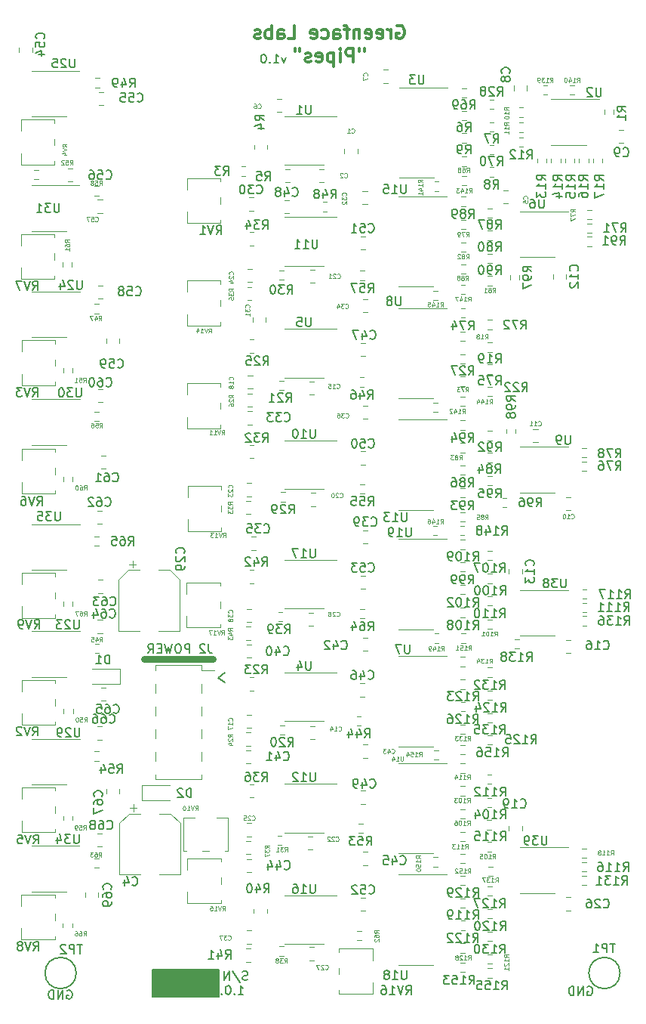
<source format=gbr>
%TF.GenerationSoftware,KiCad,Pcbnew,(6.0.1)*%
%TF.CreationDate,2023-03-14T21:46:10-07:00*%
%TF.ProjectId,pipes_sub,70697065-735f-4737-9562-2e6b69636164,rev?*%
%TF.SameCoordinates,Original*%
%TF.FileFunction,Legend,Bot*%
%TF.FilePolarity,Positive*%
%FSLAX46Y46*%
G04 Gerber Fmt 4.6, Leading zero omitted, Abs format (unit mm)*
G04 Created by KiCad (PCBNEW (6.0.1)) date 2023-03-14 21:46:10*
%MOMM*%
%LPD*%
G01*
G04 APERTURE LIST*
%ADD10C,0.750000*%
%ADD11C,0.150000*%
%ADD12C,0.300000*%
%ADD13C,0.200000*%
%ADD14C,0.100000*%
%ADD15C,0.120000*%
G04 APERTURE END LIST*
D10*
X54600000Y-111750000D02*
X62350000Y-111750000D01*
D11*
X55550000Y-146600000D02*
X62950000Y-146600000D01*
X62950000Y-146600000D02*
X62950000Y-149600000D01*
X62950000Y-149600000D02*
X55550000Y-149600000D01*
X55550000Y-149600000D02*
X55550000Y-146600000D01*
G36*
X55550000Y-146600000D02*
G01*
X62950000Y-146600000D01*
X62950000Y-149600000D01*
X55550000Y-149600000D01*
X55550000Y-146600000D01*
G37*
X70528571Y-44335714D02*
X70290476Y-45002380D01*
X70052380Y-44335714D01*
X69147619Y-45002380D02*
X69719047Y-45002380D01*
X69433333Y-45002380D02*
X69433333Y-44002380D01*
X69528571Y-44145238D01*
X69623809Y-44240476D01*
X69719047Y-44288095D01*
X68719047Y-44907142D02*
X68671428Y-44954761D01*
X68719047Y-45002380D01*
X68766666Y-44954761D01*
X68719047Y-44907142D01*
X68719047Y-45002380D01*
X68052380Y-44002380D02*
X67957142Y-44002380D01*
X67861904Y-44050000D01*
X67814285Y-44097619D01*
X67766666Y-44192857D01*
X67719047Y-44383333D01*
X67719047Y-44621428D01*
X67766666Y-44811904D01*
X67814285Y-44907142D01*
X67861904Y-44954761D01*
X67957142Y-45002380D01*
X68052380Y-45002380D01*
X68147619Y-44954761D01*
X68195238Y-44907142D01*
X68242857Y-44811904D01*
X68290476Y-44621428D01*
X68290476Y-44383333D01*
X68242857Y-44192857D01*
X68195238Y-44097619D01*
X68147619Y-44050000D01*
X68052380Y-44002380D01*
D12*
X82971428Y-40850000D02*
X83114285Y-40778571D01*
X83328571Y-40778571D01*
X83542857Y-40850000D01*
X83685714Y-40992857D01*
X83757142Y-41135714D01*
X83828571Y-41421428D01*
X83828571Y-41635714D01*
X83757142Y-41921428D01*
X83685714Y-42064285D01*
X83542857Y-42207142D01*
X83328571Y-42278571D01*
X83185714Y-42278571D01*
X82971428Y-42207142D01*
X82900000Y-42135714D01*
X82900000Y-41635714D01*
X83185714Y-41635714D01*
X82257142Y-42278571D02*
X82257142Y-41278571D01*
X82257142Y-41564285D02*
X82185714Y-41421428D01*
X82114285Y-41350000D01*
X81971428Y-41278571D01*
X81828571Y-41278571D01*
X80757142Y-42207142D02*
X80900000Y-42278571D01*
X81185714Y-42278571D01*
X81328571Y-42207142D01*
X81400000Y-42064285D01*
X81400000Y-41492857D01*
X81328571Y-41350000D01*
X81185714Y-41278571D01*
X80900000Y-41278571D01*
X80757142Y-41350000D01*
X80685714Y-41492857D01*
X80685714Y-41635714D01*
X81400000Y-41778571D01*
X79471428Y-42207142D02*
X79614285Y-42278571D01*
X79900000Y-42278571D01*
X80042857Y-42207142D01*
X80114285Y-42064285D01*
X80114285Y-41492857D01*
X80042857Y-41350000D01*
X79900000Y-41278571D01*
X79614285Y-41278571D01*
X79471428Y-41350000D01*
X79400000Y-41492857D01*
X79400000Y-41635714D01*
X80114285Y-41778571D01*
X78757142Y-41278571D02*
X78757142Y-42278571D01*
X78757142Y-41421428D02*
X78685714Y-41350000D01*
X78542857Y-41278571D01*
X78328571Y-41278571D01*
X78185714Y-41350000D01*
X78114285Y-41492857D01*
X78114285Y-42278571D01*
X77614285Y-41278571D02*
X77042857Y-41278571D01*
X77400000Y-42278571D02*
X77400000Y-40992857D01*
X77328571Y-40850000D01*
X77185714Y-40778571D01*
X77042857Y-40778571D01*
X75900000Y-42278571D02*
X75900000Y-41492857D01*
X75971428Y-41350000D01*
X76114285Y-41278571D01*
X76400000Y-41278571D01*
X76542857Y-41350000D01*
X75900000Y-42207142D02*
X76042857Y-42278571D01*
X76400000Y-42278571D01*
X76542857Y-42207142D01*
X76614285Y-42064285D01*
X76614285Y-41921428D01*
X76542857Y-41778571D01*
X76400000Y-41707142D01*
X76042857Y-41707142D01*
X75900000Y-41635714D01*
X74542857Y-42207142D02*
X74685714Y-42278571D01*
X74971428Y-42278571D01*
X75114285Y-42207142D01*
X75185714Y-42135714D01*
X75257142Y-41992857D01*
X75257142Y-41564285D01*
X75185714Y-41421428D01*
X75114285Y-41350000D01*
X74971428Y-41278571D01*
X74685714Y-41278571D01*
X74542857Y-41350000D01*
X73328571Y-42207142D02*
X73471428Y-42278571D01*
X73757142Y-42278571D01*
X73900000Y-42207142D01*
X73971428Y-42064285D01*
X73971428Y-41492857D01*
X73900000Y-41350000D01*
X73757142Y-41278571D01*
X73471428Y-41278571D01*
X73328571Y-41350000D01*
X73257142Y-41492857D01*
X73257142Y-41635714D01*
X73971428Y-41778571D01*
X70757142Y-42278571D02*
X71471428Y-42278571D01*
X71471428Y-40778571D01*
X69614285Y-42278571D02*
X69614285Y-41492857D01*
X69685714Y-41350000D01*
X69828571Y-41278571D01*
X70114285Y-41278571D01*
X70257142Y-41350000D01*
X69614285Y-42207142D02*
X69757142Y-42278571D01*
X70114285Y-42278571D01*
X70257142Y-42207142D01*
X70328571Y-42064285D01*
X70328571Y-41921428D01*
X70257142Y-41778571D01*
X70114285Y-41707142D01*
X69757142Y-41707142D01*
X69614285Y-41635714D01*
X68900000Y-42278571D02*
X68900000Y-40778571D01*
X68900000Y-41350000D02*
X68757142Y-41278571D01*
X68471428Y-41278571D01*
X68328571Y-41350000D01*
X68257142Y-41421428D01*
X68185714Y-41564285D01*
X68185714Y-41992857D01*
X68257142Y-42135714D01*
X68328571Y-42207142D01*
X68471428Y-42278571D01*
X68757142Y-42278571D01*
X68900000Y-42207142D01*
X67614285Y-42207142D02*
X67471428Y-42278571D01*
X67185714Y-42278571D01*
X67042857Y-42207142D01*
X66971428Y-42064285D01*
X66971428Y-41992857D01*
X67042857Y-41850000D01*
X67185714Y-41778571D01*
X67400000Y-41778571D01*
X67542857Y-41707142D01*
X67614285Y-41564285D01*
X67614285Y-41492857D01*
X67542857Y-41350000D01*
X67400000Y-41278571D01*
X67185714Y-41278571D01*
X67042857Y-41350000D01*
D11*
X45961904Y-148900000D02*
X46057142Y-148852380D01*
X46200000Y-148852380D01*
X46342857Y-148900000D01*
X46438095Y-148995238D01*
X46485714Y-149090476D01*
X46533333Y-149280952D01*
X46533333Y-149423809D01*
X46485714Y-149614285D01*
X46438095Y-149709523D01*
X46342857Y-149804761D01*
X46200000Y-149852380D01*
X46104761Y-149852380D01*
X45961904Y-149804761D01*
X45914285Y-149757142D01*
X45914285Y-149423809D01*
X46104761Y-149423809D01*
X45485714Y-149852380D02*
X45485714Y-148852380D01*
X44914285Y-149852380D01*
X44914285Y-148852380D01*
X44438095Y-149852380D02*
X44438095Y-148852380D01*
X44200000Y-148852380D01*
X44057142Y-148900000D01*
X43961904Y-148995238D01*
X43914285Y-149090476D01*
X43866666Y-149280952D01*
X43866666Y-149423809D01*
X43914285Y-149614285D01*
X43961904Y-149709523D01*
X44057142Y-149804761D01*
X44200000Y-149852380D01*
X44438095Y-149852380D01*
X66214285Y-147699761D02*
X66071428Y-147747380D01*
X65833333Y-147747380D01*
X65738095Y-147699761D01*
X65690476Y-147652142D01*
X65642857Y-147556904D01*
X65642857Y-147461666D01*
X65690476Y-147366428D01*
X65738095Y-147318809D01*
X65833333Y-147271190D01*
X66023809Y-147223571D01*
X66119047Y-147175952D01*
X66166666Y-147128333D01*
X66214285Y-147033095D01*
X66214285Y-146937857D01*
X66166666Y-146842619D01*
X66119047Y-146795000D01*
X66023809Y-146747380D01*
X65785714Y-146747380D01*
X65642857Y-146795000D01*
X64500000Y-146699761D02*
X65357142Y-147985476D01*
X64166666Y-147747380D02*
X64166666Y-146747380D01*
X63595238Y-147747380D01*
X63595238Y-146747380D01*
X65166666Y-149357380D02*
X65738095Y-149357380D01*
X65452380Y-149357380D02*
X65452380Y-148357380D01*
X65547619Y-148500238D01*
X65642857Y-148595476D01*
X65738095Y-148643095D01*
X64738095Y-149262142D02*
X64690476Y-149309761D01*
X64738095Y-149357380D01*
X64785714Y-149309761D01*
X64738095Y-149262142D01*
X64738095Y-149357380D01*
X64071428Y-148357380D02*
X63976190Y-148357380D01*
X63880952Y-148405000D01*
X63833333Y-148452619D01*
X63785714Y-148547857D01*
X63738095Y-148738333D01*
X63738095Y-148976428D01*
X63785714Y-149166904D01*
X63833333Y-149262142D01*
X63880952Y-149309761D01*
X63976190Y-149357380D01*
X64071428Y-149357380D01*
X64166666Y-149309761D01*
X64214285Y-149262142D01*
X64261904Y-149166904D01*
X64309523Y-148976428D01*
X64309523Y-148738333D01*
X64261904Y-148547857D01*
X64214285Y-148452619D01*
X64166666Y-148405000D01*
X64071428Y-148357380D01*
X63309523Y-149262142D02*
X63261904Y-149309761D01*
X63309523Y-149357380D01*
X63357142Y-149309761D01*
X63309523Y-149262142D01*
X63309523Y-149357380D01*
X104341904Y-148500000D02*
X104437142Y-148452380D01*
X104580000Y-148452380D01*
X104722857Y-148500000D01*
X104818095Y-148595238D01*
X104865714Y-148690476D01*
X104913333Y-148880952D01*
X104913333Y-149023809D01*
X104865714Y-149214285D01*
X104818095Y-149309523D01*
X104722857Y-149404761D01*
X104580000Y-149452380D01*
X104484761Y-149452380D01*
X104341904Y-149404761D01*
X104294285Y-149357142D01*
X104294285Y-149023809D01*
X104484761Y-149023809D01*
X103865714Y-149452380D02*
X103865714Y-148452380D01*
X103294285Y-149452380D01*
X103294285Y-148452380D01*
X102818095Y-149452380D02*
X102818095Y-148452380D01*
X102580000Y-148452380D01*
X102437142Y-148500000D01*
X102341904Y-148595238D01*
X102294285Y-148690476D01*
X102246666Y-148880952D01*
X102246666Y-149023809D01*
X102294285Y-149214285D01*
X102341904Y-149309523D01*
X102437142Y-149404761D01*
X102580000Y-149452380D01*
X102818095Y-149452380D01*
D13*
X63680952Y-113271428D02*
X62919047Y-113842857D01*
X63680952Y-114414285D01*
D12*
X79292857Y-43378571D02*
X79292857Y-43664285D01*
X78721428Y-43378571D02*
X78721428Y-43664285D01*
X78078571Y-44878571D02*
X78078571Y-43378571D01*
X77507142Y-43378571D01*
X77364285Y-43450000D01*
X77292857Y-43521428D01*
X77221428Y-43664285D01*
X77221428Y-43878571D01*
X77292857Y-44021428D01*
X77364285Y-44092857D01*
X77507142Y-44164285D01*
X78078571Y-44164285D01*
X76578571Y-44878571D02*
X76578571Y-43878571D01*
X76578571Y-43378571D02*
X76650000Y-43450000D01*
X76578571Y-43521428D01*
X76507142Y-43450000D01*
X76578571Y-43378571D01*
X76578571Y-43521428D01*
X75864285Y-43878571D02*
X75864285Y-45378571D01*
X75864285Y-43950000D02*
X75721428Y-43878571D01*
X75435714Y-43878571D01*
X75292857Y-43950000D01*
X75221428Y-44021428D01*
X75150000Y-44164285D01*
X75150000Y-44592857D01*
X75221428Y-44735714D01*
X75292857Y-44807142D01*
X75435714Y-44878571D01*
X75721428Y-44878571D01*
X75864285Y-44807142D01*
X73935714Y-44807142D02*
X74078571Y-44878571D01*
X74364285Y-44878571D01*
X74507142Y-44807142D01*
X74578571Y-44664285D01*
X74578571Y-44092857D01*
X74507142Y-43950000D01*
X74364285Y-43878571D01*
X74078571Y-43878571D01*
X73935714Y-43950000D01*
X73864285Y-44092857D01*
X73864285Y-44235714D01*
X74578571Y-44378571D01*
X73292857Y-44807142D02*
X73150000Y-44878571D01*
X72864285Y-44878571D01*
X72721428Y-44807142D01*
X72650000Y-44664285D01*
X72650000Y-44592857D01*
X72721428Y-44450000D01*
X72864285Y-44378571D01*
X73078571Y-44378571D01*
X73221428Y-44307142D01*
X73292857Y-44164285D01*
X73292857Y-44092857D01*
X73221428Y-43950000D01*
X73078571Y-43878571D01*
X72864285Y-43878571D01*
X72721428Y-43950000D01*
X72078571Y-43378571D02*
X72078571Y-43664285D01*
X71507142Y-43378571D02*
X71507142Y-43664285D01*
D13*
X59709523Y-111102380D02*
X59709523Y-110102380D01*
X59328571Y-110102380D01*
X59233333Y-110150000D01*
X59185714Y-110197619D01*
X59138095Y-110292857D01*
X59138095Y-110435714D01*
X59185714Y-110530952D01*
X59233333Y-110578571D01*
X59328571Y-110626190D01*
X59709523Y-110626190D01*
X58519047Y-110102380D02*
X58328571Y-110102380D01*
X58233333Y-110150000D01*
X58138095Y-110245238D01*
X58090476Y-110435714D01*
X58090476Y-110769047D01*
X58138095Y-110959523D01*
X58233333Y-111054761D01*
X58328571Y-111102380D01*
X58519047Y-111102380D01*
X58614285Y-111054761D01*
X58709523Y-110959523D01*
X58757142Y-110769047D01*
X58757142Y-110435714D01*
X58709523Y-110245238D01*
X58614285Y-110150000D01*
X58519047Y-110102380D01*
X57757142Y-110102380D02*
X57519047Y-111102380D01*
X57328571Y-110388095D01*
X57138095Y-111102380D01*
X56900000Y-110102380D01*
X56519047Y-110578571D02*
X56185714Y-110578571D01*
X56042857Y-111102380D02*
X56519047Y-111102380D01*
X56519047Y-110102380D01*
X56042857Y-110102380D01*
X55042857Y-111102380D02*
X55376190Y-110626190D01*
X55614285Y-111102380D02*
X55614285Y-110102380D01*
X55233333Y-110102380D01*
X55138095Y-110150000D01*
X55090476Y-110197619D01*
X55042857Y-110292857D01*
X55042857Y-110435714D01*
X55090476Y-110530952D01*
X55138095Y-110578571D01*
X55233333Y-110626190D01*
X55614285Y-110626190D01*
D11*
%TO.C,R138*%
X97519047Y-112002380D02*
X97852380Y-111526190D01*
X98090476Y-112002380D02*
X98090476Y-111002380D01*
X97709523Y-111002380D01*
X97614285Y-111050000D01*
X97566666Y-111097619D01*
X97519047Y-111192857D01*
X97519047Y-111335714D01*
X97566666Y-111430952D01*
X97614285Y-111478571D01*
X97709523Y-111526190D01*
X98090476Y-111526190D01*
X96566666Y-112002380D02*
X97138095Y-112002380D01*
X96852380Y-112002380D02*
X96852380Y-111002380D01*
X96947619Y-111145238D01*
X97042857Y-111240476D01*
X97138095Y-111288095D01*
X96233333Y-111002380D02*
X95614285Y-111002380D01*
X95947619Y-111383333D01*
X95804761Y-111383333D01*
X95709523Y-111430952D01*
X95661904Y-111478571D01*
X95614285Y-111573809D01*
X95614285Y-111811904D01*
X95661904Y-111907142D01*
X95709523Y-111954761D01*
X95804761Y-112002380D01*
X96090476Y-112002380D01*
X96185714Y-111954761D01*
X96233333Y-111907142D01*
X95042857Y-111430952D02*
X95138095Y-111383333D01*
X95185714Y-111335714D01*
X95233333Y-111240476D01*
X95233333Y-111192857D01*
X95185714Y-111097619D01*
X95138095Y-111050000D01*
X95042857Y-111002380D01*
X94852380Y-111002380D01*
X94757142Y-111050000D01*
X94709523Y-111097619D01*
X94661904Y-111192857D01*
X94661904Y-111240476D01*
X94709523Y-111335714D01*
X94757142Y-111383333D01*
X94852380Y-111430952D01*
X95042857Y-111430952D01*
X95138095Y-111478571D01*
X95185714Y-111526190D01*
X95233333Y-111621428D01*
X95233333Y-111811904D01*
X95185714Y-111907142D01*
X95138095Y-111954761D01*
X95042857Y-112002380D01*
X94852380Y-112002380D01*
X94757142Y-111954761D01*
X94709523Y-111907142D01*
X94661904Y-111811904D01*
X94661904Y-111621428D01*
X94709523Y-111526190D01*
X94757142Y-111478571D01*
X94852380Y-111430952D01*
D14*
%TO.C,R66*%
X47801428Y-142776190D02*
X47968095Y-142538095D01*
X48087142Y-142776190D02*
X48087142Y-142276190D01*
X47896666Y-142276190D01*
X47849047Y-142300000D01*
X47825238Y-142323809D01*
X47801428Y-142371428D01*
X47801428Y-142442857D01*
X47825238Y-142490476D01*
X47849047Y-142514285D01*
X47896666Y-142538095D01*
X48087142Y-142538095D01*
X47372857Y-142276190D02*
X47468095Y-142276190D01*
X47515714Y-142300000D01*
X47539523Y-142323809D01*
X47587142Y-142395238D01*
X47610952Y-142490476D01*
X47610952Y-142680952D01*
X47587142Y-142728571D01*
X47563333Y-142752380D01*
X47515714Y-142776190D01*
X47420476Y-142776190D01*
X47372857Y-142752380D01*
X47349047Y-142728571D01*
X47325238Y-142680952D01*
X47325238Y-142561904D01*
X47349047Y-142514285D01*
X47372857Y-142490476D01*
X47420476Y-142466666D01*
X47515714Y-142466666D01*
X47563333Y-142490476D01*
X47587142Y-142514285D01*
X47610952Y-142561904D01*
X46896666Y-142276190D02*
X46991904Y-142276190D01*
X47039523Y-142300000D01*
X47063333Y-142323809D01*
X47110952Y-142395238D01*
X47134761Y-142490476D01*
X47134761Y-142680952D01*
X47110952Y-142728571D01*
X47087142Y-142752380D01*
X47039523Y-142776190D01*
X46944285Y-142776190D01*
X46896666Y-142752380D01*
X46872857Y-142728571D01*
X46849047Y-142680952D01*
X46849047Y-142561904D01*
X46872857Y-142514285D01*
X46896666Y-142490476D01*
X46944285Y-142466666D01*
X47039523Y-142466666D01*
X47087142Y-142490476D01*
X47110952Y-142514285D01*
X47134761Y-142561904D01*
D11*
%TO.C,U3*%
X85961904Y-46352380D02*
X85961904Y-47161904D01*
X85914285Y-47257142D01*
X85866666Y-47304761D01*
X85771428Y-47352380D01*
X85580952Y-47352380D01*
X85485714Y-47304761D01*
X85438095Y-47257142D01*
X85390476Y-47161904D01*
X85390476Y-46352380D01*
X85009523Y-46352380D02*
X84390476Y-46352380D01*
X84723809Y-46733333D01*
X84580952Y-46733333D01*
X84485714Y-46780952D01*
X84438095Y-46828571D01*
X84390476Y-46923809D01*
X84390476Y-47161904D01*
X84438095Y-47257142D01*
X84485714Y-47304761D01*
X84580952Y-47352380D01*
X84866666Y-47352380D01*
X84961904Y-47304761D01*
X85009523Y-47257142D01*
%TO.C,R36*%
X67842857Y-125452380D02*
X68176190Y-124976190D01*
X68414285Y-125452380D02*
X68414285Y-124452380D01*
X68033333Y-124452380D01*
X67938095Y-124500000D01*
X67890476Y-124547619D01*
X67842857Y-124642857D01*
X67842857Y-124785714D01*
X67890476Y-124880952D01*
X67938095Y-124928571D01*
X68033333Y-124976190D01*
X68414285Y-124976190D01*
X67509523Y-124452380D02*
X66890476Y-124452380D01*
X67223809Y-124833333D01*
X67080952Y-124833333D01*
X66985714Y-124880952D01*
X66938095Y-124928571D01*
X66890476Y-125023809D01*
X66890476Y-125261904D01*
X66938095Y-125357142D01*
X66985714Y-125404761D01*
X67080952Y-125452380D01*
X67366666Y-125452380D01*
X67461904Y-125404761D01*
X67509523Y-125357142D01*
X66033333Y-124452380D02*
X66223809Y-124452380D01*
X66319047Y-124500000D01*
X66366666Y-124547619D01*
X66461904Y-124690476D01*
X66509523Y-124880952D01*
X66509523Y-125261904D01*
X66461904Y-125357142D01*
X66414285Y-125404761D01*
X66319047Y-125452380D01*
X66128571Y-125452380D01*
X66033333Y-125404761D01*
X65985714Y-125357142D01*
X65938095Y-125261904D01*
X65938095Y-125023809D01*
X65985714Y-124928571D01*
X66033333Y-124880952D01*
X66128571Y-124833333D01*
X66319047Y-124833333D01*
X66414285Y-124880952D01*
X66461904Y-124928571D01*
X66509523Y-125023809D01*
%TO.C,R39*%
X70392857Y-108902380D02*
X70726190Y-108426190D01*
X70964285Y-108902380D02*
X70964285Y-107902380D01*
X70583333Y-107902380D01*
X70488095Y-107950000D01*
X70440476Y-107997619D01*
X70392857Y-108092857D01*
X70392857Y-108235714D01*
X70440476Y-108330952D01*
X70488095Y-108378571D01*
X70583333Y-108426190D01*
X70964285Y-108426190D01*
X70059523Y-107902380D02*
X69440476Y-107902380D01*
X69773809Y-108283333D01*
X69630952Y-108283333D01*
X69535714Y-108330952D01*
X69488095Y-108378571D01*
X69440476Y-108473809D01*
X69440476Y-108711904D01*
X69488095Y-108807142D01*
X69535714Y-108854761D01*
X69630952Y-108902380D01*
X69916666Y-108902380D01*
X70011904Y-108854761D01*
X70059523Y-108807142D01*
X68964285Y-108902380D02*
X68773809Y-108902380D01*
X68678571Y-108854761D01*
X68630952Y-108807142D01*
X68535714Y-108664285D01*
X68488095Y-108473809D01*
X68488095Y-108092857D01*
X68535714Y-107997619D01*
X68583333Y-107950000D01*
X68678571Y-107902380D01*
X68869047Y-107902380D01*
X68964285Y-107950000D01*
X69011904Y-107997619D01*
X69059523Y-108092857D01*
X69059523Y-108330952D01*
X69011904Y-108426190D01*
X68964285Y-108473809D01*
X68869047Y-108521428D01*
X68678571Y-108521428D01*
X68583333Y-108473809D01*
X68535714Y-108426190D01*
X68488095Y-108330952D01*
D14*
%TO.C,R82*%
X90721428Y-66926190D02*
X90888095Y-66688095D01*
X91007142Y-66926190D02*
X91007142Y-66426190D01*
X90816666Y-66426190D01*
X90769047Y-66450000D01*
X90745238Y-66473809D01*
X90721428Y-66521428D01*
X90721428Y-66592857D01*
X90745238Y-66640476D01*
X90769047Y-66664285D01*
X90816666Y-66688095D01*
X91007142Y-66688095D01*
X90435714Y-66640476D02*
X90483333Y-66616666D01*
X90507142Y-66592857D01*
X90530952Y-66545238D01*
X90530952Y-66521428D01*
X90507142Y-66473809D01*
X90483333Y-66450000D01*
X90435714Y-66426190D01*
X90340476Y-66426190D01*
X90292857Y-66450000D01*
X90269047Y-66473809D01*
X90245238Y-66521428D01*
X90245238Y-66545238D01*
X90269047Y-66592857D01*
X90292857Y-66616666D01*
X90340476Y-66640476D01*
X90435714Y-66640476D01*
X90483333Y-66664285D01*
X90507142Y-66688095D01*
X90530952Y-66735714D01*
X90530952Y-66830952D01*
X90507142Y-66878571D01*
X90483333Y-66902380D01*
X90435714Y-66926190D01*
X90340476Y-66926190D01*
X90292857Y-66902380D01*
X90269047Y-66878571D01*
X90245238Y-66830952D01*
X90245238Y-66735714D01*
X90269047Y-66688095D01*
X90292857Y-66664285D01*
X90340476Y-66640476D01*
X90054761Y-66473809D02*
X90030952Y-66450000D01*
X89983333Y-66426190D01*
X89864285Y-66426190D01*
X89816666Y-66450000D01*
X89792857Y-66473809D01*
X89769047Y-66521428D01*
X89769047Y-66569047D01*
X89792857Y-66640476D01*
X90078571Y-66926190D01*
X89769047Y-66926190D01*
D11*
%TO.C,R27*%
X90992857Y-79952380D02*
X91326190Y-79476190D01*
X91564285Y-79952380D02*
X91564285Y-78952380D01*
X91183333Y-78952380D01*
X91088095Y-79000000D01*
X91040476Y-79047619D01*
X90992857Y-79142857D01*
X90992857Y-79285714D01*
X91040476Y-79380952D01*
X91088095Y-79428571D01*
X91183333Y-79476190D01*
X91564285Y-79476190D01*
X90611904Y-79047619D02*
X90564285Y-79000000D01*
X90469047Y-78952380D01*
X90230952Y-78952380D01*
X90135714Y-79000000D01*
X90088095Y-79047619D01*
X90040476Y-79142857D01*
X90040476Y-79238095D01*
X90088095Y-79380952D01*
X90659523Y-79952380D01*
X90040476Y-79952380D01*
X89707142Y-78952380D02*
X89040476Y-78952380D01*
X89469047Y-79952380D01*
%TO.C,C8*%
X95557142Y-46133333D02*
X95604761Y-46085714D01*
X95652380Y-45942857D01*
X95652380Y-45847619D01*
X95604761Y-45704761D01*
X95509523Y-45609523D01*
X95414285Y-45561904D01*
X95223809Y-45514285D01*
X95080952Y-45514285D01*
X94890476Y-45561904D01*
X94795238Y-45609523D01*
X94700000Y-45704761D01*
X94652380Y-45847619D01*
X94652380Y-45942857D01*
X94700000Y-46085714D01*
X94747619Y-46133333D01*
X95080952Y-46704761D02*
X95033333Y-46609523D01*
X94985714Y-46561904D01*
X94890476Y-46514285D01*
X94842857Y-46514285D01*
X94747619Y-46561904D01*
X94700000Y-46609523D01*
X94652380Y-46704761D01*
X94652380Y-46895238D01*
X94700000Y-46990476D01*
X94747619Y-47038095D01*
X94842857Y-47085714D01*
X94890476Y-47085714D01*
X94985714Y-47038095D01*
X95033333Y-46990476D01*
X95080952Y-46895238D01*
X95080952Y-46704761D01*
X95128571Y-46609523D01*
X95176190Y-46561904D01*
X95271428Y-46514285D01*
X95461904Y-46514285D01*
X95557142Y-46561904D01*
X95604761Y-46609523D01*
X95652380Y-46704761D01*
X95652380Y-46895238D01*
X95604761Y-46990476D01*
X95557142Y-47038095D01*
X95461904Y-47085714D01*
X95271428Y-47085714D01*
X95176190Y-47038095D01*
X95128571Y-46990476D01*
X95080952Y-46895238D01*
D14*
%TO.C,C28*%
X76221428Y-106928571D02*
X76245238Y-106952380D01*
X76316666Y-106976190D01*
X76364285Y-106976190D01*
X76435714Y-106952380D01*
X76483333Y-106904761D01*
X76507142Y-106857142D01*
X76530952Y-106761904D01*
X76530952Y-106690476D01*
X76507142Y-106595238D01*
X76483333Y-106547619D01*
X76435714Y-106500000D01*
X76364285Y-106476190D01*
X76316666Y-106476190D01*
X76245238Y-106500000D01*
X76221428Y-106523809D01*
X76030952Y-106523809D02*
X76007142Y-106500000D01*
X75959523Y-106476190D01*
X75840476Y-106476190D01*
X75792857Y-106500000D01*
X75769047Y-106523809D01*
X75745238Y-106571428D01*
X75745238Y-106619047D01*
X75769047Y-106690476D01*
X76054761Y-106976190D01*
X75745238Y-106976190D01*
X75459523Y-106690476D02*
X75507142Y-106666666D01*
X75530952Y-106642857D01*
X75554761Y-106595238D01*
X75554761Y-106571428D01*
X75530952Y-106523809D01*
X75507142Y-106500000D01*
X75459523Y-106476190D01*
X75364285Y-106476190D01*
X75316666Y-106500000D01*
X75292857Y-106523809D01*
X75269047Y-106571428D01*
X75269047Y-106595238D01*
X75292857Y-106642857D01*
X75316666Y-106666666D01*
X75364285Y-106690476D01*
X75459523Y-106690476D01*
X75507142Y-106714285D01*
X75530952Y-106738095D01*
X75554761Y-106785714D01*
X75554761Y-106880952D01*
X75530952Y-106928571D01*
X75507142Y-106952380D01*
X75459523Y-106976190D01*
X75364285Y-106976190D01*
X75316666Y-106952380D01*
X75292857Y-106928571D01*
X75269047Y-106880952D01*
X75269047Y-106785714D01*
X75292857Y-106738095D01*
X75316666Y-106714285D01*
X75364285Y-106690476D01*
D11*
%TO.C,C9*%
X108336666Y-55387142D02*
X108384285Y-55434761D01*
X108527142Y-55482380D01*
X108622380Y-55482380D01*
X108765238Y-55434761D01*
X108860476Y-55339523D01*
X108908095Y-55244285D01*
X108955714Y-55053809D01*
X108955714Y-54910952D01*
X108908095Y-54720476D01*
X108860476Y-54625238D01*
X108765238Y-54530000D01*
X108622380Y-54482380D01*
X108527142Y-54482380D01*
X108384285Y-54530000D01*
X108336666Y-54577619D01*
X107860476Y-55482380D02*
X107670000Y-55482380D01*
X107574761Y-55434761D01*
X107527142Y-55387142D01*
X107431904Y-55244285D01*
X107384285Y-55053809D01*
X107384285Y-54672857D01*
X107431904Y-54577619D01*
X107479523Y-54530000D01*
X107574761Y-54482380D01*
X107765238Y-54482380D01*
X107860476Y-54530000D01*
X107908095Y-54577619D01*
X107955714Y-54672857D01*
X107955714Y-54910952D01*
X107908095Y-55006190D01*
X107860476Y-55053809D01*
X107765238Y-55101428D01*
X107574761Y-55101428D01*
X107479523Y-55053809D01*
X107431904Y-55006190D01*
X107384285Y-54910952D01*
D14*
%TO.C,R63*%
X49521428Y-133926190D02*
X49688095Y-133688095D01*
X49807142Y-133926190D02*
X49807142Y-133426190D01*
X49616666Y-133426190D01*
X49569047Y-133450000D01*
X49545238Y-133473809D01*
X49521428Y-133521428D01*
X49521428Y-133592857D01*
X49545238Y-133640476D01*
X49569047Y-133664285D01*
X49616666Y-133688095D01*
X49807142Y-133688095D01*
X49092857Y-133426190D02*
X49188095Y-133426190D01*
X49235714Y-133450000D01*
X49259523Y-133473809D01*
X49307142Y-133545238D01*
X49330952Y-133640476D01*
X49330952Y-133830952D01*
X49307142Y-133878571D01*
X49283333Y-133902380D01*
X49235714Y-133926190D01*
X49140476Y-133926190D01*
X49092857Y-133902380D01*
X49069047Y-133878571D01*
X49045238Y-133830952D01*
X49045238Y-133711904D01*
X49069047Y-133664285D01*
X49092857Y-133640476D01*
X49140476Y-133616666D01*
X49235714Y-133616666D01*
X49283333Y-133640476D01*
X49307142Y-133664285D01*
X49330952Y-133711904D01*
X48878571Y-133426190D02*
X48569047Y-133426190D01*
X48735714Y-133616666D01*
X48664285Y-133616666D01*
X48616666Y-133640476D01*
X48592857Y-133664285D01*
X48569047Y-133711904D01*
X48569047Y-133830952D01*
X48592857Y-133878571D01*
X48616666Y-133902380D01*
X48664285Y-133926190D01*
X48807142Y-133926190D01*
X48854761Y-133902380D01*
X48878571Y-133878571D01*
D11*
%TO.C,R14*%
X101482380Y-58157142D02*
X101006190Y-57823809D01*
X101482380Y-57585714D02*
X100482380Y-57585714D01*
X100482380Y-57966666D01*
X100530000Y-58061904D01*
X100577619Y-58109523D01*
X100672857Y-58157142D01*
X100815714Y-58157142D01*
X100910952Y-58109523D01*
X100958571Y-58061904D01*
X101006190Y-57966666D01*
X101006190Y-57585714D01*
X101482380Y-59109523D02*
X101482380Y-58538095D01*
X101482380Y-58823809D02*
X100482380Y-58823809D01*
X100625238Y-58728571D01*
X100720476Y-58633333D01*
X100768095Y-58538095D01*
X100815714Y-59966666D02*
X101482380Y-59966666D01*
X100434761Y-59728571D02*
X101149047Y-59490476D01*
X101149047Y-60109523D01*
%TO.C,C40*%
X70242857Y-111257142D02*
X70290476Y-111304761D01*
X70433333Y-111352380D01*
X70528571Y-111352380D01*
X70671428Y-111304761D01*
X70766666Y-111209523D01*
X70814285Y-111114285D01*
X70861904Y-110923809D01*
X70861904Y-110780952D01*
X70814285Y-110590476D01*
X70766666Y-110495238D01*
X70671428Y-110400000D01*
X70528571Y-110352380D01*
X70433333Y-110352380D01*
X70290476Y-110400000D01*
X70242857Y-110447619D01*
X69385714Y-110685714D02*
X69385714Y-111352380D01*
X69623809Y-110304761D02*
X69861904Y-111019047D01*
X69242857Y-111019047D01*
X68671428Y-110352380D02*
X68576190Y-110352380D01*
X68480952Y-110400000D01*
X68433333Y-110447619D01*
X68385714Y-110542857D01*
X68338095Y-110733333D01*
X68338095Y-110971428D01*
X68385714Y-111161904D01*
X68433333Y-111257142D01*
X68480952Y-111304761D01*
X68576190Y-111352380D01*
X68671428Y-111352380D01*
X68766666Y-111304761D01*
X68814285Y-111257142D01*
X68861904Y-111161904D01*
X68909523Y-110971428D01*
X68909523Y-110733333D01*
X68861904Y-110542857D01*
X68814285Y-110447619D01*
X68766666Y-110400000D01*
X68671428Y-110352380D01*
D14*
%TO.C,R105*%
X93709523Y-134126190D02*
X93876190Y-133888095D01*
X93995238Y-134126190D02*
X93995238Y-133626190D01*
X93804761Y-133626190D01*
X93757142Y-133650000D01*
X93733333Y-133673809D01*
X93709523Y-133721428D01*
X93709523Y-133792857D01*
X93733333Y-133840476D01*
X93757142Y-133864285D01*
X93804761Y-133888095D01*
X93995238Y-133888095D01*
X93233333Y-134126190D02*
X93519047Y-134126190D01*
X93376190Y-134126190D02*
X93376190Y-133626190D01*
X93423809Y-133697619D01*
X93471428Y-133745238D01*
X93519047Y-133769047D01*
X92923809Y-133626190D02*
X92876190Y-133626190D01*
X92828571Y-133650000D01*
X92804761Y-133673809D01*
X92780952Y-133721428D01*
X92757142Y-133816666D01*
X92757142Y-133935714D01*
X92780952Y-134030952D01*
X92804761Y-134078571D01*
X92828571Y-134102380D01*
X92876190Y-134126190D01*
X92923809Y-134126190D01*
X92971428Y-134102380D01*
X92995238Y-134078571D01*
X93019047Y-134030952D01*
X93042857Y-133935714D01*
X93042857Y-133816666D01*
X93019047Y-133721428D01*
X92995238Y-133673809D01*
X92971428Y-133650000D01*
X92923809Y-133626190D01*
X92304761Y-133626190D02*
X92542857Y-133626190D01*
X92566666Y-133864285D01*
X92542857Y-133840476D01*
X92495238Y-133816666D01*
X92376190Y-133816666D01*
X92328571Y-133840476D01*
X92304761Y-133864285D01*
X92280952Y-133911904D01*
X92280952Y-134030952D01*
X92304761Y-134078571D01*
X92328571Y-134102380D01*
X92376190Y-134126190D01*
X92495238Y-134126190D01*
X92542857Y-134102380D01*
X92566666Y-134078571D01*
%TO.C,R79*%
X90721428Y-64426190D02*
X90888095Y-64188095D01*
X91007142Y-64426190D02*
X91007142Y-63926190D01*
X90816666Y-63926190D01*
X90769047Y-63950000D01*
X90745238Y-63973809D01*
X90721428Y-64021428D01*
X90721428Y-64092857D01*
X90745238Y-64140476D01*
X90769047Y-64164285D01*
X90816666Y-64188095D01*
X91007142Y-64188095D01*
X90554761Y-63926190D02*
X90221428Y-63926190D01*
X90435714Y-64426190D01*
X90007142Y-64426190D02*
X89911904Y-64426190D01*
X89864285Y-64402380D01*
X89840476Y-64378571D01*
X89792857Y-64307142D01*
X89769047Y-64211904D01*
X89769047Y-64021428D01*
X89792857Y-63973809D01*
X89816666Y-63950000D01*
X89864285Y-63926190D01*
X89959523Y-63926190D01*
X90007142Y-63950000D01*
X90030952Y-63973809D01*
X90054761Y-64021428D01*
X90054761Y-64140476D01*
X90030952Y-64188095D01*
X90007142Y-64211904D01*
X89959523Y-64235714D01*
X89864285Y-64235714D01*
X89816666Y-64211904D01*
X89792857Y-64188095D01*
X89769047Y-64140476D01*
D11*
%TO.C,R30*%
X70652857Y-70852380D02*
X70986190Y-70376190D01*
X71224285Y-70852380D02*
X71224285Y-69852380D01*
X70843333Y-69852380D01*
X70748095Y-69900000D01*
X70700476Y-69947619D01*
X70652857Y-70042857D01*
X70652857Y-70185714D01*
X70700476Y-70280952D01*
X70748095Y-70328571D01*
X70843333Y-70376190D01*
X71224285Y-70376190D01*
X70319523Y-69852380D02*
X69700476Y-69852380D01*
X70033809Y-70233333D01*
X69890952Y-70233333D01*
X69795714Y-70280952D01*
X69748095Y-70328571D01*
X69700476Y-70423809D01*
X69700476Y-70661904D01*
X69748095Y-70757142D01*
X69795714Y-70804761D01*
X69890952Y-70852380D01*
X70176666Y-70852380D01*
X70271904Y-70804761D01*
X70319523Y-70757142D01*
X69081428Y-69852380D02*
X68986190Y-69852380D01*
X68890952Y-69900000D01*
X68843333Y-69947619D01*
X68795714Y-70042857D01*
X68748095Y-70233333D01*
X68748095Y-70471428D01*
X68795714Y-70661904D01*
X68843333Y-70757142D01*
X68890952Y-70804761D01*
X68986190Y-70852380D01*
X69081428Y-70852380D01*
X69176666Y-70804761D01*
X69224285Y-70757142D01*
X69271904Y-70661904D01*
X69319523Y-70471428D01*
X69319523Y-70233333D01*
X69271904Y-70042857D01*
X69224285Y-69947619D01*
X69176666Y-69900000D01*
X69081428Y-69852380D01*
D14*
%TO.C,R47*%
X49521428Y-73826190D02*
X49688095Y-73588095D01*
X49807142Y-73826190D02*
X49807142Y-73326190D01*
X49616666Y-73326190D01*
X49569047Y-73350000D01*
X49545238Y-73373809D01*
X49521428Y-73421428D01*
X49521428Y-73492857D01*
X49545238Y-73540476D01*
X49569047Y-73564285D01*
X49616666Y-73588095D01*
X49807142Y-73588095D01*
X49092857Y-73492857D02*
X49092857Y-73826190D01*
X49211904Y-73302380D02*
X49330952Y-73659523D01*
X49021428Y-73659523D01*
X48878571Y-73326190D02*
X48545238Y-73326190D01*
X48759523Y-73826190D01*
%TO.C,R137*%
X94009523Y-136776190D02*
X94176190Y-136538095D01*
X94295238Y-136776190D02*
X94295238Y-136276190D01*
X94104761Y-136276190D01*
X94057142Y-136300000D01*
X94033333Y-136323809D01*
X94009523Y-136371428D01*
X94009523Y-136442857D01*
X94033333Y-136490476D01*
X94057142Y-136514285D01*
X94104761Y-136538095D01*
X94295238Y-136538095D01*
X93533333Y-136776190D02*
X93819047Y-136776190D01*
X93676190Y-136776190D02*
X93676190Y-136276190D01*
X93723809Y-136347619D01*
X93771428Y-136395238D01*
X93819047Y-136419047D01*
X93366666Y-136276190D02*
X93057142Y-136276190D01*
X93223809Y-136466666D01*
X93152380Y-136466666D01*
X93104761Y-136490476D01*
X93080952Y-136514285D01*
X93057142Y-136561904D01*
X93057142Y-136680952D01*
X93080952Y-136728571D01*
X93104761Y-136752380D01*
X93152380Y-136776190D01*
X93295238Y-136776190D01*
X93342857Y-136752380D01*
X93366666Y-136728571D01*
X92890476Y-136276190D02*
X92557142Y-136276190D01*
X92771428Y-136776190D01*
D11*
%TO.C,R98*%
X96252380Y-82857142D02*
X95776190Y-82523809D01*
X96252380Y-82285714D02*
X95252380Y-82285714D01*
X95252380Y-82666666D01*
X95300000Y-82761904D01*
X95347619Y-82809523D01*
X95442857Y-82857142D01*
X95585714Y-82857142D01*
X95680952Y-82809523D01*
X95728571Y-82761904D01*
X95776190Y-82666666D01*
X95776190Y-82285714D01*
X96252380Y-83333333D02*
X96252380Y-83523809D01*
X96204761Y-83619047D01*
X96157142Y-83666666D01*
X96014285Y-83761904D01*
X95823809Y-83809523D01*
X95442857Y-83809523D01*
X95347619Y-83761904D01*
X95300000Y-83714285D01*
X95252380Y-83619047D01*
X95252380Y-83428571D01*
X95300000Y-83333333D01*
X95347619Y-83285714D01*
X95442857Y-83238095D01*
X95680952Y-83238095D01*
X95776190Y-83285714D01*
X95823809Y-83333333D01*
X95871428Y-83428571D01*
X95871428Y-83619047D01*
X95823809Y-83714285D01*
X95776190Y-83761904D01*
X95680952Y-83809523D01*
X95680952Y-84380952D02*
X95633333Y-84285714D01*
X95585714Y-84238095D01*
X95490476Y-84190476D01*
X95442857Y-84190476D01*
X95347619Y-84238095D01*
X95300000Y-84285714D01*
X95252380Y-84380952D01*
X95252380Y-84571428D01*
X95300000Y-84666666D01*
X95347619Y-84714285D01*
X95442857Y-84761904D01*
X95490476Y-84761904D01*
X95585714Y-84714285D01*
X95633333Y-84666666D01*
X95680952Y-84571428D01*
X95680952Y-84380952D01*
X95728571Y-84285714D01*
X95776190Y-84238095D01*
X95871428Y-84190476D01*
X96061904Y-84190476D01*
X96157142Y-84238095D01*
X96204761Y-84285714D01*
X96252380Y-84380952D01*
X96252380Y-84571428D01*
X96204761Y-84666666D01*
X96157142Y-84714285D01*
X96061904Y-84761904D01*
X95871428Y-84761904D01*
X95776190Y-84714285D01*
X95728571Y-84666666D01*
X95680952Y-84571428D01*
%TO.C,R78*%
X107492857Y-89202380D02*
X107826190Y-88726190D01*
X108064285Y-89202380D02*
X108064285Y-88202380D01*
X107683333Y-88202380D01*
X107588095Y-88250000D01*
X107540476Y-88297619D01*
X107492857Y-88392857D01*
X107492857Y-88535714D01*
X107540476Y-88630952D01*
X107588095Y-88678571D01*
X107683333Y-88726190D01*
X108064285Y-88726190D01*
X107159523Y-88202380D02*
X106492857Y-88202380D01*
X106921428Y-89202380D01*
X105969047Y-88630952D02*
X106064285Y-88583333D01*
X106111904Y-88535714D01*
X106159523Y-88440476D01*
X106159523Y-88392857D01*
X106111904Y-88297619D01*
X106064285Y-88250000D01*
X105969047Y-88202380D01*
X105778571Y-88202380D01*
X105683333Y-88250000D01*
X105635714Y-88297619D01*
X105588095Y-88392857D01*
X105588095Y-88440476D01*
X105635714Y-88535714D01*
X105683333Y-88583333D01*
X105778571Y-88630952D01*
X105969047Y-88630952D01*
X106064285Y-88678571D01*
X106111904Y-88726190D01*
X106159523Y-88821428D01*
X106159523Y-89011904D01*
X106111904Y-89107142D01*
X106064285Y-89154761D01*
X105969047Y-89202380D01*
X105778571Y-89202380D01*
X105683333Y-89154761D01*
X105635714Y-89107142D01*
X105588095Y-89011904D01*
X105588095Y-88821428D01*
X105635714Y-88726190D01*
X105683333Y-88678571D01*
X105778571Y-88630952D01*
D14*
%TO.C,R73*%
X90671428Y-81826190D02*
X90838095Y-81588095D01*
X90957142Y-81826190D02*
X90957142Y-81326190D01*
X90766666Y-81326190D01*
X90719047Y-81350000D01*
X90695238Y-81373809D01*
X90671428Y-81421428D01*
X90671428Y-81492857D01*
X90695238Y-81540476D01*
X90719047Y-81564285D01*
X90766666Y-81588095D01*
X90957142Y-81588095D01*
X90504761Y-81326190D02*
X90171428Y-81326190D01*
X90385714Y-81826190D01*
X90028571Y-81326190D02*
X89719047Y-81326190D01*
X89885714Y-81516666D01*
X89814285Y-81516666D01*
X89766666Y-81540476D01*
X89742857Y-81564285D01*
X89719047Y-81611904D01*
X89719047Y-81730952D01*
X89742857Y-81778571D01*
X89766666Y-81802380D01*
X89814285Y-81826190D01*
X89957142Y-81826190D01*
X90004761Y-81802380D01*
X90028571Y-81778571D01*
%TO.C,RV17*%
X63285714Y-109026190D02*
X63452380Y-108788095D01*
X63571428Y-109026190D02*
X63571428Y-108526190D01*
X63380952Y-108526190D01*
X63333333Y-108550000D01*
X63309523Y-108573809D01*
X63285714Y-108621428D01*
X63285714Y-108692857D01*
X63309523Y-108740476D01*
X63333333Y-108764285D01*
X63380952Y-108788095D01*
X63571428Y-108788095D01*
X63142857Y-108526190D02*
X62976190Y-109026190D01*
X62809523Y-108526190D01*
X62380952Y-109026190D02*
X62666666Y-109026190D01*
X62523809Y-109026190D02*
X62523809Y-108526190D01*
X62571428Y-108597619D01*
X62619047Y-108645238D01*
X62666666Y-108669047D01*
X62214285Y-108526190D02*
X61880952Y-108526190D01*
X62095238Y-109026190D01*
D11*
%TO.C,R76*%
X107492857Y-90602380D02*
X107826190Y-90126190D01*
X108064285Y-90602380D02*
X108064285Y-89602380D01*
X107683333Y-89602380D01*
X107588095Y-89650000D01*
X107540476Y-89697619D01*
X107492857Y-89792857D01*
X107492857Y-89935714D01*
X107540476Y-90030952D01*
X107588095Y-90078571D01*
X107683333Y-90126190D01*
X108064285Y-90126190D01*
X107159523Y-89602380D02*
X106492857Y-89602380D01*
X106921428Y-90602380D01*
X105683333Y-89602380D02*
X105873809Y-89602380D01*
X105969047Y-89650000D01*
X106016666Y-89697619D01*
X106111904Y-89840476D01*
X106159523Y-90030952D01*
X106159523Y-90411904D01*
X106111904Y-90507142D01*
X106064285Y-90554761D01*
X105969047Y-90602380D01*
X105778571Y-90602380D01*
X105683333Y-90554761D01*
X105635714Y-90507142D01*
X105588095Y-90411904D01*
X105588095Y-90173809D01*
X105635714Y-90078571D01*
X105683333Y-90030952D01*
X105778571Y-89983333D01*
X105969047Y-89983333D01*
X106064285Y-90030952D01*
X106111904Y-90078571D01*
X106159523Y-90173809D01*
D14*
%TO.C,RV13*%
X63435714Y-98126190D02*
X63602380Y-97888095D01*
X63721428Y-98126190D02*
X63721428Y-97626190D01*
X63530952Y-97626190D01*
X63483333Y-97650000D01*
X63459523Y-97673809D01*
X63435714Y-97721428D01*
X63435714Y-97792857D01*
X63459523Y-97840476D01*
X63483333Y-97864285D01*
X63530952Y-97888095D01*
X63721428Y-97888095D01*
X63292857Y-97626190D02*
X63126190Y-98126190D01*
X62959523Y-97626190D01*
X62530952Y-98126190D02*
X62816666Y-98126190D01*
X62673809Y-98126190D02*
X62673809Y-97626190D01*
X62721428Y-97697619D01*
X62769047Y-97745238D01*
X62816666Y-97769047D01*
X62364285Y-97626190D02*
X62054761Y-97626190D01*
X62221428Y-97816666D01*
X62150000Y-97816666D01*
X62102380Y-97840476D01*
X62078571Y-97864285D01*
X62054761Y-97911904D01*
X62054761Y-98030952D01*
X62078571Y-98078571D01*
X62102380Y-98102380D01*
X62150000Y-98126190D01*
X62292857Y-98126190D01*
X62340476Y-98102380D01*
X62364285Y-98078571D01*
D11*
%TO.C,R32*%
X67892857Y-87452380D02*
X68226190Y-86976190D01*
X68464285Y-87452380D02*
X68464285Y-86452380D01*
X68083333Y-86452380D01*
X67988095Y-86500000D01*
X67940476Y-86547619D01*
X67892857Y-86642857D01*
X67892857Y-86785714D01*
X67940476Y-86880952D01*
X67988095Y-86928571D01*
X68083333Y-86976190D01*
X68464285Y-86976190D01*
X67559523Y-86452380D02*
X66940476Y-86452380D01*
X67273809Y-86833333D01*
X67130952Y-86833333D01*
X67035714Y-86880952D01*
X66988095Y-86928571D01*
X66940476Y-87023809D01*
X66940476Y-87261904D01*
X66988095Y-87357142D01*
X67035714Y-87404761D01*
X67130952Y-87452380D01*
X67416666Y-87452380D01*
X67511904Y-87404761D01*
X67559523Y-87357142D01*
X66559523Y-86547619D02*
X66511904Y-86500000D01*
X66416666Y-86452380D01*
X66178571Y-86452380D01*
X66083333Y-86500000D01*
X66035714Y-86547619D01*
X65988095Y-86642857D01*
X65988095Y-86738095D01*
X66035714Y-86880952D01*
X66607142Y-87452380D01*
X65988095Y-87452380D01*
D14*
%TO.C,R143*%
X91059523Y-59526190D02*
X91226190Y-59288095D01*
X91345238Y-59526190D02*
X91345238Y-59026190D01*
X91154761Y-59026190D01*
X91107142Y-59050000D01*
X91083333Y-59073809D01*
X91059523Y-59121428D01*
X91059523Y-59192857D01*
X91083333Y-59240476D01*
X91107142Y-59264285D01*
X91154761Y-59288095D01*
X91345238Y-59288095D01*
X90583333Y-59526190D02*
X90869047Y-59526190D01*
X90726190Y-59526190D02*
X90726190Y-59026190D01*
X90773809Y-59097619D01*
X90821428Y-59145238D01*
X90869047Y-59169047D01*
X90154761Y-59192857D02*
X90154761Y-59526190D01*
X90273809Y-59002380D02*
X90392857Y-59359523D01*
X90083333Y-59359523D01*
X89940476Y-59026190D02*
X89630952Y-59026190D01*
X89797619Y-59216666D01*
X89726190Y-59216666D01*
X89678571Y-59240476D01*
X89654761Y-59264285D01*
X89630952Y-59311904D01*
X89630952Y-59430952D01*
X89654761Y-59478571D01*
X89678571Y-59502380D01*
X89726190Y-59526190D01*
X89869047Y-59526190D01*
X89916666Y-59502380D01*
X89940476Y-59478571D01*
%TO.C,C57*%
X49121428Y-62678571D02*
X49145238Y-62702380D01*
X49216666Y-62726190D01*
X49264285Y-62726190D01*
X49335714Y-62702380D01*
X49383333Y-62654761D01*
X49407142Y-62607142D01*
X49430952Y-62511904D01*
X49430952Y-62440476D01*
X49407142Y-62345238D01*
X49383333Y-62297619D01*
X49335714Y-62250000D01*
X49264285Y-62226190D01*
X49216666Y-62226190D01*
X49145238Y-62250000D01*
X49121428Y-62273809D01*
X48669047Y-62226190D02*
X48907142Y-62226190D01*
X48930952Y-62464285D01*
X48907142Y-62440476D01*
X48859523Y-62416666D01*
X48740476Y-62416666D01*
X48692857Y-62440476D01*
X48669047Y-62464285D01*
X48645238Y-62511904D01*
X48645238Y-62630952D01*
X48669047Y-62678571D01*
X48692857Y-62702380D01*
X48740476Y-62726190D01*
X48859523Y-62726190D01*
X48907142Y-62702380D01*
X48930952Y-62678571D01*
X48478571Y-62226190D02*
X48145238Y-62226190D01*
X48359523Y-62726190D01*
D11*
%TO.C,RV7*%
X42095238Y-70452380D02*
X42428571Y-69976190D01*
X42666666Y-70452380D02*
X42666666Y-69452380D01*
X42285714Y-69452380D01*
X42190476Y-69500000D01*
X42142857Y-69547619D01*
X42095238Y-69642857D01*
X42095238Y-69785714D01*
X42142857Y-69880952D01*
X42190476Y-69928571D01*
X42285714Y-69976190D01*
X42666666Y-69976190D01*
X41809523Y-69452380D02*
X41476190Y-70452380D01*
X41142857Y-69452380D01*
X40904761Y-69452380D02*
X40238095Y-69452380D01*
X40666666Y-70452380D01*
%TO.C,U38*%
X101938095Y-102752380D02*
X101938095Y-103561904D01*
X101890476Y-103657142D01*
X101842857Y-103704761D01*
X101747619Y-103752380D01*
X101557142Y-103752380D01*
X101461904Y-103704761D01*
X101414285Y-103657142D01*
X101366666Y-103561904D01*
X101366666Y-102752380D01*
X100985714Y-102752380D02*
X100366666Y-102752380D01*
X100700000Y-103133333D01*
X100557142Y-103133333D01*
X100461904Y-103180952D01*
X100414285Y-103228571D01*
X100366666Y-103323809D01*
X100366666Y-103561904D01*
X100414285Y-103657142D01*
X100461904Y-103704761D01*
X100557142Y-103752380D01*
X100842857Y-103752380D01*
X100938095Y-103704761D01*
X100985714Y-103657142D01*
X99795238Y-103180952D02*
X99890476Y-103133333D01*
X99938095Y-103085714D01*
X99985714Y-102990476D01*
X99985714Y-102942857D01*
X99938095Y-102847619D01*
X99890476Y-102800000D01*
X99795238Y-102752380D01*
X99604761Y-102752380D01*
X99509523Y-102800000D01*
X99461904Y-102847619D01*
X99414285Y-102942857D01*
X99414285Y-102990476D01*
X99461904Y-103085714D01*
X99509523Y-103133333D01*
X99604761Y-103180952D01*
X99795238Y-103180952D01*
X99890476Y-103228571D01*
X99938095Y-103276190D01*
X99985714Y-103371428D01*
X99985714Y-103561904D01*
X99938095Y-103657142D01*
X99890476Y-103704761D01*
X99795238Y-103752380D01*
X99604761Y-103752380D01*
X99509523Y-103704761D01*
X99461904Y-103657142D01*
X99414285Y-103561904D01*
X99414285Y-103371428D01*
X99461904Y-103276190D01*
X99509523Y-103228571D01*
X99604761Y-103180952D01*
%TO.C,C64*%
X50742857Y-107057142D02*
X50790476Y-107104761D01*
X50933333Y-107152380D01*
X51028571Y-107152380D01*
X51171428Y-107104761D01*
X51266666Y-107009523D01*
X51314285Y-106914285D01*
X51361904Y-106723809D01*
X51361904Y-106580952D01*
X51314285Y-106390476D01*
X51266666Y-106295238D01*
X51171428Y-106200000D01*
X51028571Y-106152380D01*
X50933333Y-106152380D01*
X50790476Y-106200000D01*
X50742857Y-106247619D01*
X49885714Y-106152380D02*
X50076190Y-106152380D01*
X50171428Y-106200000D01*
X50219047Y-106247619D01*
X50314285Y-106390476D01*
X50361904Y-106580952D01*
X50361904Y-106961904D01*
X50314285Y-107057142D01*
X50266666Y-107104761D01*
X50171428Y-107152380D01*
X49980952Y-107152380D01*
X49885714Y-107104761D01*
X49838095Y-107057142D01*
X49790476Y-106961904D01*
X49790476Y-106723809D01*
X49838095Y-106628571D01*
X49885714Y-106580952D01*
X49980952Y-106533333D01*
X50171428Y-106533333D01*
X50266666Y-106580952D01*
X50314285Y-106628571D01*
X50361904Y-106723809D01*
X48933333Y-106485714D02*
X48933333Y-107152380D01*
X49171428Y-106104761D02*
X49409523Y-106819047D01*
X48790476Y-106819047D01*
D14*
%TO.C,R38*%
X70321428Y-145826190D02*
X70488095Y-145588095D01*
X70607142Y-145826190D02*
X70607142Y-145326190D01*
X70416666Y-145326190D01*
X70369047Y-145350000D01*
X70345238Y-145373809D01*
X70321428Y-145421428D01*
X70321428Y-145492857D01*
X70345238Y-145540476D01*
X70369047Y-145564285D01*
X70416666Y-145588095D01*
X70607142Y-145588095D01*
X70154761Y-145326190D02*
X69845238Y-145326190D01*
X70011904Y-145516666D01*
X69940476Y-145516666D01*
X69892857Y-145540476D01*
X69869047Y-145564285D01*
X69845238Y-145611904D01*
X69845238Y-145730952D01*
X69869047Y-145778571D01*
X69892857Y-145802380D01*
X69940476Y-145826190D01*
X70083333Y-145826190D01*
X70130952Y-145802380D01*
X70154761Y-145778571D01*
X69559523Y-145540476D02*
X69607142Y-145516666D01*
X69630952Y-145492857D01*
X69654761Y-145445238D01*
X69654761Y-145421428D01*
X69630952Y-145373809D01*
X69607142Y-145350000D01*
X69559523Y-145326190D01*
X69464285Y-145326190D01*
X69416666Y-145350000D01*
X69392857Y-145373809D01*
X69369047Y-145421428D01*
X69369047Y-145445238D01*
X69392857Y-145492857D01*
X69416666Y-145516666D01*
X69464285Y-145540476D01*
X69559523Y-145540476D01*
X69607142Y-145564285D01*
X69630952Y-145588095D01*
X69654761Y-145635714D01*
X69654761Y-145730952D01*
X69630952Y-145778571D01*
X69607142Y-145802380D01*
X69559523Y-145826190D01*
X69464285Y-145826190D01*
X69416666Y-145802380D01*
X69392857Y-145778571D01*
X69369047Y-145730952D01*
X69369047Y-145635714D01*
X69392857Y-145588095D01*
X69416666Y-145564285D01*
X69464285Y-145540476D01*
D11*
%TO.C,R13*%
X99672380Y-58122142D02*
X99196190Y-57788809D01*
X99672380Y-57550714D02*
X98672380Y-57550714D01*
X98672380Y-57931666D01*
X98720000Y-58026904D01*
X98767619Y-58074523D01*
X98862857Y-58122142D01*
X99005714Y-58122142D01*
X99100952Y-58074523D01*
X99148571Y-58026904D01*
X99196190Y-57931666D01*
X99196190Y-57550714D01*
X99672380Y-59074523D02*
X99672380Y-58503095D01*
X99672380Y-58788809D02*
X98672380Y-58788809D01*
X98815238Y-58693571D01*
X98910476Y-58598333D01*
X98958095Y-58503095D01*
X98672380Y-59407857D02*
X98672380Y-60026904D01*
X99053333Y-59693571D01*
X99053333Y-59836428D01*
X99100952Y-59931666D01*
X99148571Y-59979285D01*
X99243809Y-60026904D01*
X99481904Y-60026904D01*
X99577142Y-59979285D01*
X99624761Y-59931666D01*
X99672380Y-59836428D01*
X99672380Y-59550714D01*
X99624761Y-59455476D01*
X99577142Y-59407857D01*
%TO.C,C52*%
X79830357Y-138007142D02*
X79877976Y-138054761D01*
X80020833Y-138102380D01*
X80116071Y-138102380D01*
X80258928Y-138054761D01*
X80354166Y-137959523D01*
X80401785Y-137864285D01*
X80449404Y-137673809D01*
X80449404Y-137530952D01*
X80401785Y-137340476D01*
X80354166Y-137245238D01*
X80258928Y-137150000D01*
X80116071Y-137102380D01*
X80020833Y-137102380D01*
X79877976Y-137150000D01*
X79830357Y-137197619D01*
X78925595Y-137102380D02*
X79401785Y-137102380D01*
X79449404Y-137578571D01*
X79401785Y-137530952D01*
X79306547Y-137483333D01*
X79068452Y-137483333D01*
X78973214Y-137530952D01*
X78925595Y-137578571D01*
X78877976Y-137673809D01*
X78877976Y-137911904D01*
X78925595Y-138007142D01*
X78973214Y-138054761D01*
X79068452Y-138102380D01*
X79306547Y-138102380D01*
X79401785Y-138054761D01*
X79449404Y-138007142D01*
X78497023Y-137197619D02*
X78449404Y-137150000D01*
X78354166Y-137102380D01*
X78116071Y-137102380D01*
X78020833Y-137150000D01*
X77973214Y-137197619D01*
X77925595Y-137292857D01*
X77925595Y-137388095D01*
X77973214Y-137530952D01*
X78544642Y-138102380D01*
X77925595Y-138102380D01*
D14*
%TO.C,C36*%
X77221428Y-84678571D02*
X77245238Y-84702380D01*
X77316666Y-84726190D01*
X77364285Y-84726190D01*
X77435714Y-84702380D01*
X77483333Y-84654761D01*
X77507142Y-84607142D01*
X77530952Y-84511904D01*
X77530952Y-84440476D01*
X77507142Y-84345238D01*
X77483333Y-84297619D01*
X77435714Y-84250000D01*
X77364285Y-84226190D01*
X77316666Y-84226190D01*
X77245238Y-84250000D01*
X77221428Y-84273809D01*
X77054761Y-84226190D02*
X76745238Y-84226190D01*
X76911904Y-84416666D01*
X76840476Y-84416666D01*
X76792857Y-84440476D01*
X76769047Y-84464285D01*
X76745238Y-84511904D01*
X76745238Y-84630952D01*
X76769047Y-84678571D01*
X76792857Y-84702380D01*
X76840476Y-84726190D01*
X76983333Y-84726190D01*
X77030952Y-84702380D01*
X77054761Y-84678571D01*
X76316666Y-84226190D02*
X76411904Y-84226190D01*
X76459523Y-84250000D01*
X76483333Y-84273809D01*
X76530952Y-84345238D01*
X76554761Y-84440476D01*
X76554761Y-84630952D01*
X76530952Y-84678571D01*
X76507142Y-84702380D01*
X76459523Y-84726190D01*
X76364285Y-84726190D01*
X76316666Y-84702380D01*
X76292857Y-84678571D01*
X76269047Y-84630952D01*
X76269047Y-84511904D01*
X76292857Y-84464285D01*
X76316666Y-84440476D01*
X76364285Y-84416666D01*
X76459523Y-84416666D01*
X76507142Y-84440476D01*
X76530952Y-84464285D01*
X76554761Y-84511904D01*
%TO.C,R50*%
X47891428Y-118806190D02*
X48058095Y-118568095D01*
X48177142Y-118806190D02*
X48177142Y-118306190D01*
X47986666Y-118306190D01*
X47939047Y-118330000D01*
X47915238Y-118353809D01*
X47891428Y-118401428D01*
X47891428Y-118472857D01*
X47915238Y-118520476D01*
X47939047Y-118544285D01*
X47986666Y-118568095D01*
X48177142Y-118568095D01*
X47439047Y-118306190D02*
X47677142Y-118306190D01*
X47700952Y-118544285D01*
X47677142Y-118520476D01*
X47629523Y-118496666D01*
X47510476Y-118496666D01*
X47462857Y-118520476D01*
X47439047Y-118544285D01*
X47415238Y-118591904D01*
X47415238Y-118710952D01*
X47439047Y-118758571D01*
X47462857Y-118782380D01*
X47510476Y-118806190D01*
X47629523Y-118806190D01*
X47677142Y-118782380D01*
X47700952Y-118758571D01*
X47105714Y-118306190D02*
X47058095Y-118306190D01*
X47010476Y-118330000D01*
X46986666Y-118353809D01*
X46962857Y-118401428D01*
X46939047Y-118496666D01*
X46939047Y-118615714D01*
X46962857Y-118710952D01*
X46986666Y-118758571D01*
X47010476Y-118782380D01*
X47058095Y-118806190D01*
X47105714Y-118806190D01*
X47153333Y-118782380D01*
X47177142Y-118758571D01*
X47200952Y-118710952D01*
X47224761Y-118615714D01*
X47224761Y-118496666D01*
X47200952Y-118401428D01*
X47177142Y-118353809D01*
X47153333Y-118330000D01*
X47105714Y-118306190D01*
D11*
%TO.C,C12*%
X103237142Y-68257142D02*
X103284761Y-68209523D01*
X103332380Y-68066666D01*
X103332380Y-67971428D01*
X103284761Y-67828571D01*
X103189523Y-67733333D01*
X103094285Y-67685714D01*
X102903809Y-67638095D01*
X102760952Y-67638095D01*
X102570476Y-67685714D01*
X102475238Y-67733333D01*
X102380000Y-67828571D01*
X102332380Y-67971428D01*
X102332380Y-68066666D01*
X102380000Y-68209523D01*
X102427619Y-68257142D01*
X103332380Y-69209523D02*
X103332380Y-68638095D01*
X103332380Y-68923809D02*
X102332380Y-68923809D01*
X102475238Y-68828571D01*
X102570476Y-68733333D01*
X102618095Y-68638095D01*
X102427619Y-69590476D02*
X102380000Y-69638095D01*
X102332380Y-69733333D01*
X102332380Y-69971428D01*
X102380000Y-70066666D01*
X102427619Y-70114285D01*
X102522857Y-70161904D01*
X102618095Y-70161904D01*
X102760952Y-70114285D01*
X103332380Y-69542857D01*
X103332380Y-70161904D01*
D14*
%TO.C,C27*%
X74921428Y-146478571D02*
X74945238Y-146502380D01*
X75016666Y-146526190D01*
X75064285Y-146526190D01*
X75135714Y-146502380D01*
X75183333Y-146454761D01*
X75207142Y-146407142D01*
X75230952Y-146311904D01*
X75230952Y-146240476D01*
X75207142Y-146145238D01*
X75183333Y-146097619D01*
X75135714Y-146050000D01*
X75064285Y-146026190D01*
X75016666Y-146026190D01*
X74945238Y-146050000D01*
X74921428Y-146073809D01*
X74730952Y-146073809D02*
X74707142Y-146050000D01*
X74659523Y-146026190D01*
X74540476Y-146026190D01*
X74492857Y-146050000D01*
X74469047Y-146073809D01*
X74445238Y-146121428D01*
X74445238Y-146169047D01*
X74469047Y-146240476D01*
X74754761Y-146526190D01*
X74445238Y-146526190D01*
X74278571Y-146026190D02*
X73945238Y-146026190D01*
X74159523Y-146526190D01*
%TO.C,C10*%
X102521428Y-95978571D02*
X102545238Y-96002380D01*
X102616666Y-96026190D01*
X102664285Y-96026190D01*
X102735714Y-96002380D01*
X102783333Y-95954761D01*
X102807142Y-95907142D01*
X102830952Y-95811904D01*
X102830952Y-95740476D01*
X102807142Y-95645238D01*
X102783333Y-95597619D01*
X102735714Y-95550000D01*
X102664285Y-95526190D01*
X102616666Y-95526190D01*
X102545238Y-95550000D01*
X102521428Y-95573809D01*
X102045238Y-96026190D02*
X102330952Y-96026190D01*
X102188095Y-96026190D02*
X102188095Y-95526190D01*
X102235714Y-95597619D01*
X102283333Y-95645238D01*
X102330952Y-95669047D01*
X101735714Y-95526190D02*
X101688095Y-95526190D01*
X101640476Y-95550000D01*
X101616666Y-95573809D01*
X101592857Y-95621428D01*
X101569047Y-95716666D01*
X101569047Y-95835714D01*
X101592857Y-95930952D01*
X101616666Y-95978571D01*
X101640476Y-96002380D01*
X101688095Y-96026190D01*
X101735714Y-96026190D01*
X101783333Y-96002380D01*
X101807142Y-95978571D01*
X101830952Y-95930952D01*
X101854761Y-95835714D01*
X101854761Y-95716666D01*
X101830952Y-95621428D01*
X101807142Y-95573809D01*
X101783333Y-95550000D01*
X101735714Y-95526190D01*
D11*
%TO.C,C54*%
X43357142Y-42257142D02*
X43404761Y-42209523D01*
X43452380Y-42066666D01*
X43452380Y-41971428D01*
X43404761Y-41828571D01*
X43309523Y-41733333D01*
X43214285Y-41685714D01*
X43023809Y-41638095D01*
X42880952Y-41638095D01*
X42690476Y-41685714D01*
X42595238Y-41733333D01*
X42500000Y-41828571D01*
X42452380Y-41971428D01*
X42452380Y-42066666D01*
X42500000Y-42209523D01*
X42547619Y-42257142D01*
X42452380Y-43161904D02*
X42452380Y-42685714D01*
X42928571Y-42638095D01*
X42880952Y-42685714D01*
X42833333Y-42780952D01*
X42833333Y-43019047D01*
X42880952Y-43114285D01*
X42928571Y-43161904D01*
X43023809Y-43209523D01*
X43261904Y-43209523D01*
X43357142Y-43161904D01*
X43404761Y-43114285D01*
X43452380Y-43019047D01*
X43452380Y-42780952D01*
X43404761Y-42685714D01*
X43357142Y-42638095D01*
X42785714Y-44066666D02*
X43452380Y-44066666D01*
X42404761Y-43828571D02*
X43119047Y-43590476D01*
X43119047Y-44209523D01*
D14*
%TO.C,C1*%
X77883333Y-52778571D02*
X77907142Y-52802380D01*
X77978571Y-52826190D01*
X78026190Y-52826190D01*
X78097619Y-52802380D01*
X78145238Y-52754761D01*
X78169047Y-52707142D01*
X78192857Y-52611904D01*
X78192857Y-52540476D01*
X78169047Y-52445238D01*
X78145238Y-52397619D01*
X78097619Y-52350000D01*
X78026190Y-52326190D01*
X77978571Y-52326190D01*
X77907142Y-52350000D01*
X77883333Y-52373809D01*
X77407142Y-52826190D02*
X77692857Y-52826190D01*
X77550000Y-52826190D02*
X77550000Y-52326190D01*
X77597619Y-52397619D01*
X77645238Y-52445238D01*
X77692857Y-52469047D01*
D11*
%TO.C,U10*%
X73798095Y-86002380D02*
X73798095Y-86811904D01*
X73750476Y-86907142D01*
X73702857Y-86954761D01*
X73607619Y-87002380D01*
X73417142Y-87002380D01*
X73321904Y-86954761D01*
X73274285Y-86907142D01*
X73226666Y-86811904D01*
X73226666Y-86002380D01*
X72226666Y-87002380D02*
X72798095Y-87002380D01*
X72512380Y-87002380D02*
X72512380Y-86002380D01*
X72607619Y-86145238D01*
X72702857Y-86240476D01*
X72798095Y-86288095D01*
X71607619Y-86002380D02*
X71512380Y-86002380D01*
X71417142Y-86050000D01*
X71369523Y-86097619D01*
X71321904Y-86192857D01*
X71274285Y-86383333D01*
X71274285Y-86621428D01*
X71321904Y-86811904D01*
X71369523Y-86907142D01*
X71417142Y-86954761D01*
X71512380Y-87002380D01*
X71607619Y-87002380D01*
X71702857Y-86954761D01*
X71750476Y-86907142D01*
X71798095Y-86811904D01*
X71845714Y-86621428D01*
X71845714Y-86383333D01*
X71798095Y-86192857D01*
X71750476Y-86097619D01*
X71702857Y-86050000D01*
X71607619Y-86002380D01*
%TO.C,U9*%
X102411904Y-86702380D02*
X102411904Y-87511904D01*
X102364285Y-87607142D01*
X102316666Y-87654761D01*
X102221428Y-87702380D01*
X102030952Y-87702380D01*
X101935714Y-87654761D01*
X101888095Y-87607142D01*
X101840476Y-87511904D01*
X101840476Y-86702380D01*
X101316666Y-87702380D02*
X101126190Y-87702380D01*
X101030952Y-87654761D01*
X100983333Y-87607142D01*
X100888095Y-87464285D01*
X100840476Y-87273809D01*
X100840476Y-86892857D01*
X100888095Y-86797619D01*
X100935714Y-86750000D01*
X101030952Y-86702380D01*
X101221428Y-86702380D01*
X101316666Y-86750000D01*
X101364285Y-86797619D01*
X101411904Y-86892857D01*
X101411904Y-87130952D01*
X101364285Y-87226190D01*
X101316666Y-87273809D01*
X101221428Y-87321428D01*
X101030952Y-87321428D01*
X100935714Y-87273809D01*
X100888095Y-87226190D01*
X100840476Y-87130952D01*
%TO.C,R7*%
X93766666Y-53952380D02*
X94100000Y-53476190D01*
X94338095Y-53952380D02*
X94338095Y-52952380D01*
X93957142Y-52952380D01*
X93861904Y-53000000D01*
X93814285Y-53047619D01*
X93766666Y-53142857D01*
X93766666Y-53285714D01*
X93814285Y-53380952D01*
X93861904Y-53428571D01*
X93957142Y-53476190D01*
X94338095Y-53476190D01*
X93433333Y-52952380D02*
X92766666Y-52952380D01*
X93195238Y-53952380D01*
%TO.C,R108*%
X91519047Y-108432380D02*
X91852380Y-107956190D01*
X92090476Y-108432380D02*
X92090476Y-107432380D01*
X91709523Y-107432380D01*
X91614285Y-107480000D01*
X91566666Y-107527619D01*
X91519047Y-107622857D01*
X91519047Y-107765714D01*
X91566666Y-107860952D01*
X91614285Y-107908571D01*
X91709523Y-107956190D01*
X92090476Y-107956190D01*
X90566666Y-108432380D02*
X91138095Y-108432380D01*
X90852380Y-108432380D02*
X90852380Y-107432380D01*
X90947619Y-107575238D01*
X91042857Y-107670476D01*
X91138095Y-107718095D01*
X89947619Y-107432380D02*
X89852380Y-107432380D01*
X89757142Y-107480000D01*
X89709523Y-107527619D01*
X89661904Y-107622857D01*
X89614285Y-107813333D01*
X89614285Y-108051428D01*
X89661904Y-108241904D01*
X89709523Y-108337142D01*
X89757142Y-108384761D01*
X89852380Y-108432380D01*
X89947619Y-108432380D01*
X90042857Y-108384761D01*
X90090476Y-108337142D01*
X90138095Y-108241904D01*
X90185714Y-108051428D01*
X90185714Y-107813333D01*
X90138095Y-107622857D01*
X90090476Y-107527619D01*
X90042857Y-107480000D01*
X89947619Y-107432380D01*
X89042857Y-107860952D02*
X89138095Y-107813333D01*
X89185714Y-107765714D01*
X89233333Y-107670476D01*
X89233333Y-107622857D01*
X89185714Y-107527619D01*
X89138095Y-107480000D01*
X89042857Y-107432380D01*
X88852380Y-107432380D01*
X88757142Y-107480000D01*
X88709523Y-107527619D01*
X88661904Y-107622857D01*
X88661904Y-107670476D01*
X88709523Y-107765714D01*
X88757142Y-107813333D01*
X88852380Y-107860952D01*
X89042857Y-107860952D01*
X89138095Y-107908571D01*
X89185714Y-107956190D01*
X89233333Y-108051428D01*
X89233333Y-108241904D01*
X89185714Y-108337142D01*
X89138095Y-108384761D01*
X89042857Y-108432380D01*
X88852380Y-108432380D01*
X88757142Y-108384761D01*
X88709523Y-108337142D01*
X88661904Y-108241904D01*
X88661904Y-108051428D01*
X88709523Y-107956190D01*
X88757142Y-107908571D01*
X88852380Y-107860952D01*
%TO.C,R65*%
X52852857Y-99032380D02*
X53186190Y-98556190D01*
X53424285Y-99032380D02*
X53424285Y-98032380D01*
X53043333Y-98032380D01*
X52948095Y-98080000D01*
X52900476Y-98127619D01*
X52852857Y-98222857D01*
X52852857Y-98365714D01*
X52900476Y-98460952D01*
X52948095Y-98508571D01*
X53043333Y-98556190D01*
X53424285Y-98556190D01*
X51995714Y-98032380D02*
X52186190Y-98032380D01*
X52281428Y-98080000D01*
X52329047Y-98127619D01*
X52424285Y-98270476D01*
X52471904Y-98460952D01*
X52471904Y-98841904D01*
X52424285Y-98937142D01*
X52376666Y-98984761D01*
X52281428Y-99032380D01*
X52090952Y-99032380D01*
X51995714Y-98984761D01*
X51948095Y-98937142D01*
X51900476Y-98841904D01*
X51900476Y-98603809D01*
X51948095Y-98508571D01*
X51995714Y-98460952D01*
X52090952Y-98413333D01*
X52281428Y-98413333D01*
X52376666Y-98460952D01*
X52424285Y-98508571D01*
X52471904Y-98603809D01*
X50995714Y-98032380D02*
X51471904Y-98032380D01*
X51519523Y-98508571D01*
X51471904Y-98460952D01*
X51376666Y-98413333D01*
X51138571Y-98413333D01*
X51043333Y-98460952D01*
X50995714Y-98508571D01*
X50948095Y-98603809D01*
X50948095Y-98841904D01*
X50995714Y-98937142D01*
X51043333Y-98984761D01*
X51138571Y-99032380D01*
X51376666Y-99032380D01*
X51471904Y-98984761D01*
X51519523Y-98937142D01*
D14*
%TO.C,R114*%
X90859523Y-125226190D02*
X91026190Y-124988095D01*
X91145238Y-125226190D02*
X91145238Y-124726190D01*
X90954761Y-124726190D01*
X90907142Y-124750000D01*
X90883333Y-124773809D01*
X90859523Y-124821428D01*
X90859523Y-124892857D01*
X90883333Y-124940476D01*
X90907142Y-124964285D01*
X90954761Y-124988095D01*
X91145238Y-124988095D01*
X90383333Y-125226190D02*
X90669047Y-125226190D01*
X90526190Y-125226190D02*
X90526190Y-124726190D01*
X90573809Y-124797619D01*
X90621428Y-124845238D01*
X90669047Y-124869047D01*
X89907142Y-125226190D02*
X90192857Y-125226190D01*
X90050000Y-125226190D02*
X90050000Y-124726190D01*
X90097619Y-124797619D01*
X90145238Y-124845238D01*
X90192857Y-124869047D01*
X89478571Y-124892857D02*
X89478571Y-125226190D01*
X89597619Y-124702380D02*
X89716666Y-125059523D01*
X89407142Y-125059523D01*
D11*
%TO.C,C41*%
X70242857Y-123057142D02*
X70290476Y-123104761D01*
X70433333Y-123152380D01*
X70528571Y-123152380D01*
X70671428Y-123104761D01*
X70766666Y-123009523D01*
X70814285Y-122914285D01*
X70861904Y-122723809D01*
X70861904Y-122580952D01*
X70814285Y-122390476D01*
X70766666Y-122295238D01*
X70671428Y-122200000D01*
X70528571Y-122152380D01*
X70433333Y-122152380D01*
X70290476Y-122200000D01*
X70242857Y-122247619D01*
X69385714Y-122485714D02*
X69385714Y-123152380D01*
X69623809Y-122104761D02*
X69861904Y-122819047D01*
X69242857Y-122819047D01*
X68338095Y-123152380D02*
X68909523Y-123152380D01*
X68623809Y-123152380D02*
X68623809Y-122152380D01*
X68719047Y-122295238D01*
X68814285Y-122390476D01*
X68909523Y-122438095D01*
%TO.C,U19*%
X84538095Y-97052380D02*
X84538095Y-97861904D01*
X84490476Y-97957142D01*
X84442857Y-98004761D01*
X84347619Y-98052380D01*
X84157142Y-98052380D01*
X84061904Y-98004761D01*
X84014285Y-97957142D01*
X83966666Y-97861904D01*
X83966666Y-97052380D01*
X82966666Y-98052380D02*
X83538095Y-98052380D01*
X83252380Y-98052380D02*
X83252380Y-97052380D01*
X83347619Y-97195238D01*
X83442857Y-97290476D01*
X83538095Y-97338095D01*
X82490476Y-98052380D02*
X82300000Y-98052380D01*
X82204761Y-98004761D01*
X82157142Y-97957142D01*
X82061904Y-97814285D01*
X82014285Y-97623809D01*
X82014285Y-97242857D01*
X82061904Y-97147619D01*
X82109523Y-97100000D01*
X82204761Y-97052380D01*
X82395238Y-97052380D01*
X82490476Y-97100000D01*
X82538095Y-97147619D01*
X82585714Y-97242857D01*
X82585714Y-97480952D01*
X82538095Y-97576190D01*
X82490476Y-97623809D01*
X82395238Y-97671428D01*
X82204761Y-97671428D01*
X82109523Y-97623809D01*
X82061904Y-97576190D01*
X82014285Y-97480952D01*
%TO.C,J2*%
X61833333Y-110102380D02*
X61833333Y-110816666D01*
X61880952Y-110959523D01*
X61976190Y-111054761D01*
X62119047Y-111102380D01*
X62214285Y-111102380D01*
X61404761Y-110197619D02*
X61357142Y-110150000D01*
X61261904Y-110102380D01*
X61023809Y-110102380D01*
X60928571Y-110150000D01*
X60880952Y-110197619D01*
X60833333Y-110292857D01*
X60833333Y-110388095D01*
X60880952Y-110530952D01*
X61452380Y-111102380D01*
X60833333Y-111102380D01*
D14*
%TO.C,RV10*%
X60335714Y-128726190D02*
X60502380Y-128488095D01*
X60621428Y-128726190D02*
X60621428Y-128226190D01*
X60430952Y-128226190D01*
X60383333Y-128250000D01*
X60359523Y-128273809D01*
X60335714Y-128321428D01*
X60335714Y-128392857D01*
X60359523Y-128440476D01*
X60383333Y-128464285D01*
X60430952Y-128488095D01*
X60621428Y-128488095D01*
X60192857Y-128226190D02*
X60026190Y-128726190D01*
X59859523Y-128226190D01*
X59430952Y-128726190D02*
X59716666Y-128726190D01*
X59573809Y-128726190D02*
X59573809Y-128226190D01*
X59621428Y-128297619D01*
X59669047Y-128345238D01*
X59716666Y-128369047D01*
X59121428Y-128226190D02*
X59073809Y-128226190D01*
X59026190Y-128250000D01*
X59002380Y-128273809D01*
X58978571Y-128321428D01*
X58954761Y-128416666D01*
X58954761Y-128535714D01*
X58978571Y-128630952D01*
X59002380Y-128678571D01*
X59026190Y-128702380D01*
X59073809Y-128726190D01*
X59121428Y-128726190D01*
X59169047Y-128702380D01*
X59192857Y-128678571D01*
X59216666Y-128630952D01*
X59240476Y-128535714D01*
X59240476Y-128416666D01*
X59216666Y-128321428D01*
X59192857Y-128273809D01*
X59169047Y-128250000D01*
X59121428Y-128226190D01*
D11*
%TO.C,R135*%
X94519047Y-120152380D02*
X94852380Y-119676190D01*
X95090476Y-120152380D02*
X95090476Y-119152380D01*
X94709523Y-119152380D01*
X94614285Y-119200000D01*
X94566666Y-119247619D01*
X94519047Y-119342857D01*
X94519047Y-119485714D01*
X94566666Y-119580952D01*
X94614285Y-119628571D01*
X94709523Y-119676190D01*
X95090476Y-119676190D01*
X93566666Y-120152380D02*
X94138095Y-120152380D01*
X93852380Y-120152380D02*
X93852380Y-119152380D01*
X93947619Y-119295238D01*
X94042857Y-119390476D01*
X94138095Y-119438095D01*
X93233333Y-119152380D02*
X92614285Y-119152380D01*
X92947619Y-119533333D01*
X92804761Y-119533333D01*
X92709523Y-119580952D01*
X92661904Y-119628571D01*
X92614285Y-119723809D01*
X92614285Y-119961904D01*
X92661904Y-120057142D01*
X92709523Y-120104761D01*
X92804761Y-120152380D01*
X93090476Y-120152380D01*
X93185714Y-120104761D01*
X93233333Y-120057142D01*
X91709523Y-119152380D02*
X92185714Y-119152380D01*
X92233333Y-119628571D01*
X92185714Y-119580952D01*
X92090476Y-119533333D01*
X91852380Y-119533333D01*
X91757142Y-119580952D01*
X91709523Y-119628571D01*
X91661904Y-119723809D01*
X91661904Y-119961904D01*
X91709523Y-120057142D01*
X91757142Y-120104761D01*
X91852380Y-120152380D01*
X92090476Y-120152380D01*
X92185714Y-120104761D01*
X92233333Y-120057142D01*
%TO.C,R29*%
X70842857Y-95452380D02*
X71176190Y-94976190D01*
X71414285Y-95452380D02*
X71414285Y-94452380D01*
X71033333Y-94452380D01*
X70938095Y-94500000D01*
X70890476Y-94547619D01*
X70842857Y-94642857D01*
X70842857Y-94785714D01*
X70890476Y-94880952D01*
X70938095Y-94928571D01*
X71033333Y-94976190D01*
X71414285Y-94976190D01*
X70461904Y-94547619D02*
X70414285Y-94500000D01*
X70319047Y-94452380D01*
X70080952Y-94452380D01*
X69985714Y-94500000D01*
X69938095Y-94547619D01*
X69890476Y-94642857D01*
X69890476Y-94738095D01*
X69938095Y-94880952D01*
X70509523Y-95452380D01*
X69890476Y-95452380D01*
X69414285Y-95452380D02*
X69223809Y-95452380D01*
X69128571Y-95404761D01*
X69080952Y-95357142D01*
X68985714Y-95214285D01*
X68938095Y-95023809D01*
X68938095Y-94642857D01*
X68985714Y-94547619D01*
X69033333Y-94500000D01*
X69128571Y-94452380D01*
X69319047Y-94452380D01*
X69414285Y-94500000D01*
X69461904Y-94547619D01*
X69509523Y-94642857D01*
X69509523Y-94880952D01*
X69461904Y-94976190D01*
X69414285Y-95023809D01*
X69319047Y-95071428D01*
X69128571Y-95071428D01*
X69033333Y-95023809D01*
X68985714Y-94976190D01*
X68938095Y-94880952D01*
%TO.C,U17*%
X73798095Y-99402380D02*
X73798095Y-100211904D01*
X73750476Y-100307142D01*
X73702857Y-100354761D01*
X73607619Y-100402380D01*
X73417142Y-100402380D01*
X73321904Y-100354761D01*
X73274285Y-100307142D01*
X73226666Y-100211904D01*
X73226666Y-99402380D01*
X72226666Y-100402380D02*
X72798095Y-100402380D01*
X72512380Y-100402380D02*
X72512380Y-99402380D01*
X72607619Y-99545238D01*
X72702857Y-99640476D01*
X72798095Y-99688095D01*
X71893333Y-99402380D02*
X71226666Y-99402380D01*
X71655238Y-100402380D01*
D14*
%TO.C,C23*%
X64478571Y-92578571D02*
X64502380Y-92554761D01*
X64526190Y-92483333D01*
X64526190Y-92435714D01*
X64502380Y-92364285D01*
X64454761Y-92316666D01*
X64407142Y-92292857D01*
X64311904Y-92269047D01*
X64240476Y-92269047D01*
X64145238Y-92292857D01*
X64097619Y-92316666D01*
X64050000Y-92364285D01*
X64026190Y-92435714D01*
X64026190Y-92483333D01*
X64050000Y-92554761D01*
X64073809Y-92578571D01*
X64073809Y-92769047D02*
X64050000Y-92792857D01*
X64026190Y-92840476D01*
X64026190Y-92959523D01*
X64050000Y-93007142D01*
X64073809Y-93030952D01*
X64121428Y-93054761D01*
X64169047Y-93054761D01*
X64240476Y-93030952D01*
X64526190Y-92745238D01*
X64526190Y-93054761D01*
X64026190Y-93221428D02*
X64026190Y-93530952D01*
X64216666Y-93364285D01*
X64216666Y-93435714D01*
X64240476Y-93483333D01*
X64264285Y-93507142D01*
X64311904Y-93530952D01*
X64430952Y-93530952D01*
X64478571Y-93507142D01*
X64502380Y-93483333D01*
X64526190Y-93435714D01*
X64526190Y-93292857D01*
X64502380Y-93245238D01*
X64478571Y-93221428D01*
D11*
%TO.C,R70*%
X94242857Y-56452380D02*
X94576190Y-55976190D01*
X94814285Y-56452380D02*
X94814285Y-55452380D01*
X94433333Y-55452380D01*
X94338095Y-55500000D01*
X94290476Y-55547619D01*
X94242857Y-55642857D01*
X94242857Y-55785714D01*
X94290476Y-55880952D01*
X94338095Y-55928571D01*
X94433333Y-55976190D01*
X94814285Y-55976190D01*
X93909523Y-55452380D02*
X93242857Y-55452380D01*
X93671428Y-56452380D01*
X92671428Y-55452380D02*
X92576190Y-55452380D01*
X92480952Y-55500000D01*
X92433333Y-55547619D01*
X92385714Y-55642857D01*
X92338095Y-55833333D01*
X92338095Y-56071428D01*
X92385714Y-56261904D01*
X92433333Y-56357142D01*
X92480952Y-56404761D01*
X92576190Y-56452380D01*
X92671428Y-56452380D01*
X92766666Y-56404761D01*
X92814285Y-56357142D01*
X92861904Y-56261904D01*
X92909523Y-56071428D01*
X92909523Y-55833333D01*
X92861904Y-55642857D01*
X92814285Y-55547619D01*
X92766666Y-55500000D01*
X92671428Y-55452380D01*
%TO.C,R20*%
X70742857Y-121552380D02*
X71076190Y-121076190D01*
X71314285Y-121552380D02*
X71314285Y-120552380D01*
X70933333Y-120552380D01*
X70838095Y-120600000D01*
X70790476Y-120647619D01*
X70742857Y-120742857D01*
X70742857Y-120885714D01*
X70790476Y-120980952D01*
X70838095Y-121028571D01*
X70933333Y-121076190D01*
X71314285Y-121076190D01*
X70361904Y-120647619D02*
X70314285Y-120600000D01*
X70219047Y-120552380D01*
X69980952Y-120552380D01*
X69885714Y-120600000D01*
X69838095Y-120647619D01*
X69790476Y-120742857D01*
X69790476Y-120838095D01*
X69838095Y-120980952D01*
X70409523Y-121552380D01*
X69790476Y-121552380D01*
X69171428Y-120552380D02*
X69076190Y-120552380D01*
X68980952Y-120600000D01*
X68933333Y-120647619D01*
X68885714Y-120742857D01*
X68838095Y-120933333D01*
X68838095Y-121171428D01*
X68885714Y-121361904D01*
X68933333Y-121457142D01*
X68980952Y-121504761D01*
X69076190Y-121552380D01*
X69171428Y-121552380D01*
X69266666Y-121504761D01*
X69314285Y-121457142D01*
X69361904Y-121361904D01*
X69409523Y-121171428D01*
X69409523Y-120933333D01*
X69361904Y-120742857D01*
X69314285Y-120647619D01*
X69266666Y-120600000D01*
X69171428Y-120552380D01*
%TO.C,TP1*%
X107441904Y-143652380D02*
X106870476Y-143652380D01*
X107156190Y-144652380D02*
X107156190Y-143652380D01*
X106537142Y-144652380D02*
X106537142Y-143652380D01*
X106156190Y-143652380D01*
X106060952Y-143700000D01*
X106013333Y-143747619D01*
X105965714Y-143842857D01*
X105965714Y-143985714D01*
X106013333Y-144080952D01*
X106060952Y-144128571D01*
X106156190Y-144176190D01*
X106537142Y-144176190D01*
X105013333Y-144652380D02*
X105584761Y-144652380D01*
X105299047Y-144652380D02*
X105299047Y-143652380D01*
X105394285Y-143795238D01*
X105489523Y-143890476D01*
X105584761Y-143938095D01*
D14*
%TO.C,R43*%
X64526190Y-108618571D02*
X64288095Y-108451904D01*
X64526190Y-108332857D02*
X64026190Y-108332857D01*
X64026190Y-108523333D01*
X64050000Y-108570952D01*
X64073809Y-108594761D01*
X64121428Y-108618571D01*
X64192857Y-108618571D01*
X64240476Y-108594761D01*
X64264285Y-108570952D01*
X64288095Y-108523333D01*
X64288095Y-108332857D01*
X64192857Y-109047142D02*
X64526190Y-109047142D01*
X64002380Y-108928095D02*
X64359523Y-108809047D01*
X64359523Y-109118571D01*
X64026190Y-109261428D02*
X64026190Y-109570952D01*
X64216666Y-109404285D01*
X64216666Y-109475714D01*
X64240476Y-109523333D01*
X64264285Y-109547142D01*
X64311904Y-109570952D01*
X64430952Y-109570952D01*
X64478571Y-109547142D01*
X64502380Y-109523333D01*
X64526190Y-109475714D01*
X64526190Y-109332857D01*
X64502380Y-109285238D01*
X64478571Y-109261428D01*
D11*
%TO.C,C42*%
X76742857Y-110607142D02*
X76790476Y-110654761D01*
X76933333Y-110702380D01*
X77028571Y-110702380D01*
X77171428Y-110654761D01*
X77266666Y-110559523D01*
X77314285Y-110464285D01*
X77361904Y-110273809D01*
X77361904Y-110130952D01*
X77314285Y-109940476D01*
X77266666Y-109845238D01*
X77171428Y-109750000D01*
X77028571Y-109702380D01*
X76933333Y-109702380D01*
X76790476Y-109750000D01*
X76742857Y-109797619D01*
X75885714Y-110035714D02*
X75885714Y-110702380D01*
X76123809Y-109654761D02*
X76361904Y-110369047D01*
X75742857Y-110369047D01*
X75409523Y-109797619D02*
X75361904Y-109750000D01*
X75266666Y-109702380D01*
X75028571Y-109702380D01*
X74933333Y-109750000D01*
X74885714Y-109797619D01*
X74838095Y-109892857D01*
X74838095Y-109988095D01*
X74885714Y-110130952D01*
X75457142Y-110702380D01*
X74838095Y-110702380D01*
%TO.C,C56*%
X50332857Y-57917142D02*
X50380476Y-57964761D01*
X50523333Y-58012380D01*
X50618571Y-58012380D01*
X50761428Y-57964761D01*
X50856666Y-57869523D01*
X50904285Y-57774285D01*
X50951904Y-57583809D01*
X50951904Y-57440952D01*
X50904285Y-57250476D01*
X50856666Y-57155238D01*
X50761428Y-57060000D01*
X50618571Y-57012380D01*
X50523333Y-57012380D01*
X50380476Y-57060000D01*
X50332857Y-57107619D01*
X49428095Y-57012380D02*
X49904285Y-57012380D01*
X49951904Y-57488571D01*
X49904285Y-57440952D01*
X49809047Y-57393333D01*
X49570952Y-57393333D01*
X49475714Y-57440952D01*
X49428095Y-57488571D01*
X49380476Y-57583809D01*
X49380476Y-57821904D01*
X49428095Y-57917142D01*
X49475714Y-57964761D01*
X49570952Y-58012380D01*
X49809047Y-58012380D01*
X49904285Y-57964761D01*
X49951904Y-57917142D01*
X48523333Y-57012380D02*
X48713809Y-57012380D01*
X48809047Y-57060000D01*
X48856666Y-57107619D01*
X48951904Y-57250476D01*
X48999523Y-57440952D01*
X48999523Y-57821904D01*
X48951904Y-57917142D01*
X48904285Y-57964761D01*
X48809047Y-58012380D01*
X48618571Y-58012380D01*
X48523333Y-57964761D01*
X48475714Y-57917142D01*
X48428095Y-57821904D01*
X48428095Y-57583809D01*
X48475714Y-57488571D01*
X48523333Y-57440952D01*
X48618571Y-57393333D01*
X48809047Y-57393333D01*
X48904285Y-57440952D01*
X48951904Y-57488571D01*
X48999523Y-57583809D01*
%TO.C,R71*%
X108092857Y-63952380D02*
X108426190Y-63476190D01*
X108664285Y-63952380D02*
X108664285Y-62952380D01*
X108283333Y-62952380D01*
X108188095Y-63000000D01*
X108140476Y-63047619D01*
X108092857Y-63142857D01*
X108092857Y-63285714D01*
X108140476Y-63380952D01*
X108188095Y-63428571D01*
X108283333Y-63476190D01*
X108664285Y-63476190D01*
X107759523Y-62952380D02*
X107092857Y-62952380D01*
X107521428Y-63952380D01*
X106188095Y-63952380D02*
X106759523Y-63952380D01*
X106473809Y-63952380D02*
X106473809Y-62952380D01*
X106569047Y-63095238D01*
X106664285Y-63190476D01*
X106759523Y-63238095D01*
%TO.C,RV9*%
X42295238Y-108352380D02*
X42628571Y-107876190D01*
X42866666Y-108352380D02*
X42866666Y-107352380D01*
X42485714Y-107352380D01*
X42390476Y-107400000D01*
X42342857Y-107447619D01*
X42295238Y-107542857D01*
X42295238Y-107685714D01*
X42342857Y-107780952D01*
X42390476Y-107828571D01*
X42485714Y-107876190D01*
X42866666Y-107876190D01*
X42009523Y-107352380D02*
X41676190Y-108352380D01*
X41342857Y-107352380D01*
X40961904Y-108352380D02*
X40771428Y-108352380D01*
X40676190Y-108304761D01*
X40628571Y-108257142D01*
X40533333Y-108114285D01*
X40485714Y-107923809D01*
X40485714Y-107542857D01*
X40533333Y-107447619D01*
X40580952Y-107400000D01*
X40676190Y-107352380D01*
X40866666Y-107352380D01*
X40961904Y-107400000D01*
X41009523Y-107447619D01*
X41057142Y-107542857D01*
X41057142Y-107780952D01*
X41009523Y-107876190D01*
X40961904Y-107923809D01*
X40866666Y-107971428D01*
X40676190Y-107971428D01*
X40580952Y-107923809D01*
X40533333Y-107876190D01*
X40485714Y-107780952D01*
%TO.C,U12*%
X73798095Y-124482380D02*
X73798095Y-125291904D01*
X73750476Y-125387142D01*
X73702857Y-125434761D01*
X73607619Y-125482380D01*
X73417142Y-125482380D01*
X73321904Y-125434761D01*
X73274285Y-125387142D01*
X73226666Y-125291904D01*
X73226666Y-124482380D01*
X72226666Y-125482380D02*
X72798095Y-125482380D01*
X72512380Y-125482380D02*
X72512380Y-124482380D01*
X72607619Y-124625238D01*
X72702857Y-124720476D01*
X72798095Y-124768095D01*
X71845714Y-124577619D02*
X71798095Y-124530000D01*
X71702857Y-124482380D01*
X71464761Y-124482380D01*
X71369523Y-124530000D01*
X71321904Y-124577619D01*
X71274285Y-124672857D01*
X71274285Y-124768095D01*
X71321904Y-124910952D01*
X71893333Y-125482380D01*
X71274285Y-125482380D01*
%TO.C,C61*%
X51092857Y-91807142D02*
X51140476Y-91854761D01*
X51283333Y-91902380D01*
X51378571Y-91902380D01*
X51521428Y-91854761D01*
X51616666Y-91759523D01*
X51664285Y-91664285D01*
X51711904Y-91473809D01*
X51711904Y-91330952D01*
X51664285Y-91140476D01*
X51616666Y-91045238D01*
X51521428Y-90950000D01*
X51378571Y-90902380D01*
X51283333Y-90902380D01*
X51140476Y-90950000D01*
X51092857Y-90997619D01*
X50235714Y-90902380D02*
X50426190Y-90902380D01*
X50521428Y-90950000D01*
X50569047Y-90997619D01*
X50664285Y-91140476D01*
X50711904Y-91330952D01*
X50711904Y-91711904D01*
X50664285Y-91807142D01*
X50616666Y-91854761D01*
X50521428Y-91902380D01*
X50330952Y-91902380D01*
X50235714Y-91854761D01*
X50188095Y-91807142D01*
X50140476Y-91711904D01*
X50140476Y-91473809D01*
X50188095Y-91378571D01*
X50235714Y-91330952D01*
X50330952Y-91283333D01*
X50521428Y-91283333D01*
X50616666Y-91330952D01*
X50664285Y-91378571D01*
X50711904Y-91473809D01*
X49188095Y-91902380D02*
X49759523Y-91902380D01*
X49473809Y-91902380D02*
X49473809Y-90902380D01*
X49569047Y-91045238D01*
X49664285Y-91140476D01*
X49759523Y-91188095D01*
%TO.C,R87*%
X94042857Y-63552380D02*
X94376190Y-63076190D01*
X94614285Y-63552380D02*
X94614285Y-62552380D01*
X94233333Y-62552380D01*
X94138095Y-62600000D01*
X94090476Y-62647619D01*
X94042857Y-62742857D01*
X94042857Y-62885714D01*
X94090476Y-62980952D01*
X94138095Y-63028571D01*
X94233333Y-63076190D01*
X94614285Y-63076190D01*
X93471428Y-62980952D02*
X93566666Y-62933333D01*
X93614285Y-62885714D01*
X93661904Y-62790476D01*
X93661904Y-62742857D01*
X93614285Y-62647619D01*
X93566666Y-62600000D01*
X93471428Y-62552380D01*
X93280952Y-62552380D01*
X93185714Y-62600000D01*
X93138095Y-62647619D01*
X93090476Y-62742857D01*
X93090476Y-62790476D01*
X93138095Y-62885714D01*
X93185714Y-62933333D01*
X93280952Y-62980952D01*
X93471428Y-62980952D01*
X93566666Y-63028571D01*
X93614285Y-63076190D01*
X93661904Y-63171428D01*
X93661904Y-63361904D01*
X93614285Y-63457142D01*
X93566666Y-63504761D01*
X93471428Y-63552380D01*
X93280952Y-63552380D01*
X93185714Y-63504761D01*
X93138095Y-63457142D01*
X93090476Y-63361904D01*
X93090476Y-63171428D01*
X93138095Y-63076190D01*
X93185714Y-63028571D01*
X93280952Y-62980952D01*
X92757142Y-62552380D02*
X92090476Y-62552380D01*
X92519047Y-63552380D01*
%TO.C,C26*%
X106142857Y-139557142D02*
X106190476Y-139604761D01*
X106333333Y-139652380D01*
X106428571Y-139652380D01*
X106571428Y-139604761D01*
X106666666Y-139509523D01*
X106714285Y-139414285D01*
X106761904Y-139223809D01*
X106761904Y-139080952D01*
X106714285Y-138890476D01*
X106666666Y-138795238D01*
X106571428Y-138700000D01*
X106428571Y-138652380D01*
X106333333Y-138652380D01*
X106190476Y-138700000D01*
X106142857Y-138747619D01*
X105761904Y-138747619D02*
X105714285Y-138700000D01*
X105619047Y-138652380D01*
X105380952Y-138652380D01*
X105285714Y-138700000D01*
X105238095Y-138747619D01*
X105190476Y-138842857D01*
X105190476Y-138938095D01*
X105238095Y-139080952D01*
X105809523Y-139652380D01*
X105190476Y-139652380D01*
X104333333Y-138652380D02*
X104523809Y-138652380D01*
X104619047Y-138700000D01*
X104666666Y-138747619D01*
X104761904Y-138890476D01*
X104809523Y-139080952D01*
X104809523Y-139461904D01*
X104761904Y-139557142D01*
X104714285Y-139604761D01*
X104619047Y-139652380D01*
X104428571Y-139652380D01*
X104333333Y-139604761D01*
X104285714Y-139557142D01*
X104238095Y-139461904D01*
X104238095Y-139223809D01*
X104285714Y-139128571D01*
X104333333Y-139080952D01*
X104428571Y-139033333D01*
X104619047Y-139033333D01*
X104714285Y-139080952D01*
X104761904Y-139128571D01*
X104809523Y-139223809D01*
%TO.C,R86*%
X90992857Y-92482380D02*
X91326190Y-92006190D01*
X91564285Y-92482380D02*
X91564285Y-91482380D01*
X91183333Y-91482380D01*
X91088095Y-91530000D01*
X91040476Y-91577619D01*
X90992857Y-91672857D01*
X90992857Y-91815714D01*
X91040476Y-91910952D01*
X91088095Y-91958571D01*
X91183333Y-92006190D01*
X91564285Y-92006190D01*
X90421428Y-91910952D02*
X90516666Y-91863333D01*
X90564285Y-91815714D01*
X90611904Y-91720476D01*
X90611904Y-91672857D01*
X90564285Y-91577619D01*
X90516666Y-91530000D01*
X90421428Y-91482380D01*
X90230952Y-91482380D01*
X90135714Y-91530000D01*
X90088095Y-91577619D01*
X90040476Y-91672857D01*
X90040476Y-91720476D01*
X90088095Y-91815714D01*
X90135714Y-91863333D01*
X90230952Y-91910952D01*
X90421428Y-91910952D01*
X90516666Y-91958571D01*
X90564285Y-92006190D01*
X90611904Y-92101428D01*
X90611904Y-92291904D01*
X90564285Y-92387142D01*
X90516666Y-92434761D01*
X90421428Y-92482380D01*
X90230952Y-92482380D01*
X90135714Y-92434761D01*
X90088095Y-92387142D01*
X90040476Y-92291904D01*
X90040476Y-92101428D01*
X90088095Y-92006190D01*
X90135714Y-91958571D01*
X90230952Y-91910952D01*
X89183333Y-91482380D02*
X89373809Y-91482380D01*
X89469047Y-91530000D01*
X89516666Y-91577619D01*
X89611904Y-91720476D01*
X89659523Y-91910952D01*
X89659523Y-92291904D01*
X89611904Y-92387142D01*
X89564285Y-92434761D01*
X89469047Y-92482380D01*
X89278571Y-92482380D01*
X89183333Y-92434761D01*
X89135714Y-92387142D01*
X89088095Y-92291904D01*
X89088095Y-92053809D01*
X89135714Y-91958571D01*
X89183333Y-91910952D01*
X89278571Y-91863333D01*
X89469047Y-91863333D01*
X89564285Y-91910952D01*
X89611904Y-91958571D01*
X89659523Y-92053809D01*
D14*
%TO.C,C15*%
X76221428Y-81378571D02*
X76245238Y-81402380D01*
X76316666Y-81426190D01*
X76364285Y-81426190D01*
X76435714Y-81402380D01*
X76483333Y-81354761D01*
X76507142Y-81307142D01*
X76530952Y-81211904D01*
X76530952Y-81140476D01*
X76507142Y-81045238D01*
X76483333Y-80997619D01*
X76435714Y-80950000D01*
X76364285Y-80926190D01*
X76316666Y-80926190D01*
X76245238Y-80950000D01*
X76221428Y-80973809D01*
X75745238Y-81426190D02*
X76030952Y-81426190D01*
X75888095Y-81426190D02*
X75888095Y-80926190D01*
X75935714Y-80997619D01*
X75983333Y-81045238D01*
X76030952Y-81069047D01*
X75292857Y-80926190D02*
X75530952Y-80926190D01*
X75554761Y-81164285D01*
X75530952Y-81140476D01*
X75483333Y-81116666D01*
X75364285Y-81116666D01*
X75316666Y-81140476D01*
X75292857Y-81164285D01*
X75269047Y-81211904D01*
X75269047Y-81330952D01*
X75292857Y-81378571D01*
X75316666Y-81402380D01*
X75364285Y-81426190D01*
X75483333Y-81426190D01*
X75530952Y-81402380D01*
X75554761Y-81378571D01*
D11*
%TO.C,R46*%
X79692857Y-82632380D02*
X80026190Y-82156190D01*
X80264285Y-82632380D02*
X80264285Y-81632380D01*
X79883333Y-81632380D01*
X79788095Y-81680000D01*
X79740476Y-81727619D01*
X79692857Y-81822857D01*
X79692857Y-81965714D01*
X79740476Y-82060952D01*
X79788095Y-82108571D01*
X79883333Y-82156190D01*
X80264285Y-82156190D01*
X78835714Y-81965714D02*
X78835714Y-82632380D01*
X79073809Y-81584761D02*
X79311904Y-82299047D01*
X78692857Y-82299047D01*
X77883333Y-81632380D02*
X78073809Y-81632380D01*
X78169047Y-81680000D01*
X78216666Y-81727619D01*
X78311904Y-81870476D01*
X78359523Y-82060952D01*
X78359523Y-82441904D01*
X78311904Y-82537142D01*
X78264285Y-82584761D01*
X78169047Y-82632380D01*
X77978571Y-82632380D01*
X77883333Y-82584761D01*
X77835714Y-82537142D01*
X77788095Y-82441904D01*
X77788095Y-82203809D01*
X77835714Y-82108571D01*
X77883333Y-82060952D01*
X77978571Y-82013333D01*
X78169047Y-82013333D01*
X78264285Y-82060952D01*
X78311904Y-82108571D01*
X78359523Y-82203809D01*
D14*
%TO.C,R141*%
X85826190Y-58340476D02*
X85588095Y-58173809D01*
X85826190Y-58054761D02*
X85326190Y-58054761D01*
X85326190Y-58245238D01*
X85350000Y-58292857D01*
X85373809Y-58316666D01*
X85421428Y-58340476D01*
X85492857Y-58340476D01*
X85540476Y-58316666D01*
X85564285Y-58292857D01*
X85588095Y-58245238D01*
X85588095Y-58054761D01*
X85826190Y-58816666D02*
X85826190Y-58530952D01*
X85826190Y-58673809D02*
X85326190Y-58673809D01*
X85397619Y-58626190D01*
X85445238Y-58578571D01*
X85469047Y-58530952D01*
X85492857Y-59245238D02*
X85826190Y-59245238D01*
X85302380Y-59126190D02*
X85659523Y-59007142D01*
X85659523Y-59316666D01*
X85826190Y-59769047D02*
X85826190Y-59483333D01*
X85826190Y-59626190D02*
X85326190Y-59626190D01*
X85397619Y-59578571D01*
X85445238Y-59530952D01*
X85469047Y-59483333D01*
D11*
%TO.C,R41*%
X63742857Y-145352380D02*
X64076190Y-144876190D01*
X64314285Y-145352380D02*
X64314285Y-144352380D01*
X63933333Y-144352380D01*
X63838095Y-144400000D01*
X63790476Y-144447619D01*
X63742857Y-144542857D01*
X63742857Y-144685714D01*
X63790476Y-144780952D01*
X63838095Y-144828571D01*
X63933333Y-144876190D01*
X64314285Y-144876190D01*
X62885714Y-144685714D02*
X62885714Y-145352380D01*
X63123809Y-144304761D02*
X63361904Y-145019047D01*
X62742857Y-145019047D01*
X61838095Y-145352380D02*
X62409523Y-145352380D01*
X62123809Y-145352380D02*
X62123809Y-144352380D01*
X62219047Y-144495238D01*
X62314285Y-144590476D01*
X62409523Y-144638095D01*
%TO.C,R75*%
X94042857Y-81052380D02*
X94376190Y-80576190D01*
X94614285Y-81052380D02*
X94614285Y-80052380D01*
X94233333Y-80052380D01*
X94138095Y-80100000D01*
X94090476Y-80147619D01*
X94042857Y-80242857D01*
X94042857Y-80385714D01*
X94090476Y-80480952D01*
X94138095Y-80528571D01*
X94233333Y-80576190D01*
X94614285Y-80576190D01*
X93709523Y-80052380D02*
X93042857Y-80052380D01*
X93471428Y-81052380D01*
X92185714Y-80052380D02*
X92661904Y-80052380D01*
X92709523Y-80528571D01*
X92661904Y-80480952D01*
X92566666Y-80433333D01*
X92328571Y-80433333D01*
X92233333Y-80480952D01*
X92185714Y-80528571D01*
X92138095Y-80623809D01*
X92138095Y-80861904D01*
X92185714Y-80957142D01*
X92233333Y-81004761D01*
X92328571Y-81052380D01*
X92566666Y-81052380D01*
X92661904Y-81004761D01*
X92709523Y-80957142D01*
%TO.C,R153*%
X91069047Y-148202380D02*
X91402380Y-147726190D01*
X91640476Y-148202380D02*
X91640476Y-147202380D01*
X91259523Y-147202380D01*
X91164285Y-147250000D01*
X91116666Y-147297619D01*
X91069047Y-147392857D01*
X91069047Y-147535714D01*
X91116666Y-147630952D01*
X91164285Y-147678571D01*
X91259523Y-147726190D01*
X91640476Y-147726190D01*
X90116666Y-148202380D02*
X90688095Y-148202380D01*
X90402380Y-148202380D02*
X90402380Y-147202380D01*
X90497619Y-147345238D01*
X90592857Y-147440476D01*
X90688095Y-147488095D01*
X89211904Y-147202380D02*
X89688095Y-147202380D01*
X89735714Y-147678571D01*
X89688095Y-147630952D01*
X89592857Y-147583333D01*
X89354761Y-147583333D01*
X89259523Y-147630952D01*
X89211904Y-147678571D01*
X89164285Y-147773809D01*
X89164285Y-148011904D01*
X89211904Y-148107142D01*
X89259523Y-148154761D01*
X89354761Y-148202380D01*
X89592857Y-148202380D01*
X89688095Y-148154761D01*
X89735714Y-148107142D01*
X88830952Y-147202380D02*
X88211904Y-147202380D01*
X88545238Y-147583333D01*
X88402380Y-147583333D01*
X88307142Y-147630952D01*
X88259523Y-147678571D01*
X88211904Y-147773809D01*
X88211904Y-148011904D01*
X88259523Y-148107142D01*
X88307142Y-148154761D01*
X88402380Y-148202380D01*
X88688095Y-148202380D01*
X88783333Y-148154761D01*
X88830952Y-148107142D01*
D14*
%TO.C,C20*%
X76571428Y-93628571D02*
X76595238Y-93652380D01*
X76666666Y-93676190D01*
X76714285Y-93676190D01*
X76785714Y-93652380D01*
X76833333Y-93604761D01*
X76857142Y-93557142D01*
X76880952Y-93461904D01*
X76880952Y-93390476D01*
X76857142Y-93295238D01*
X76833333Y-93247619D01*
X76785714Y-93200000D01*
X76714285Y-93176190D01*
X76666666Y-93176190D01*
X76595238Y-93200000D01*
X76571428Y-93223809D01*
X76380952Y-93223809D02*
X76357142Y-93200000D01*
X76309523Y-93176190D01*
X76190476Y-93176190D01*
X76142857Y-93200000D01*
X76119047Y-93223809D01*
X76095238Y-93271428D01*
X76095238Y-93319047D01*
X76119047Y-93390476D01*
X76404761Y-93676190D01*
X76095238Y-93676190D01*
X75785714Y-93176190D02*
X75738095Y-93176190D01*
X75690476Y-93200000D01*
X75666666Y-93223809D01*
X75642857Y-93271428D01*
X75619047Y-93366666D01*
X75619047Y-93485714D01*
X75642857Y-93580952D01*
X75666666Y-93628571D01*
X75690476Y-93652380D01*
X75738095Y-93676190D01*
X75785714Y-93676190D01*
X75833333Y-93652380D01*
X75857142Y-93628571D01*
X75880952Y-93580952D01*
X75904761Y-93485714D01*
X75904761Y-93366666D01*
X75880952Y-93271428D01*
X75857142Y-93223809D01*
X75833333Y-93200000D01*
X75785714Y-93176190D01*
D11*
%TO.C,R74*%
X91017857Y-74882380D02*
X91351190Y-74406190D01*
X91589285Y-74882380D02*
X91589285Y-73882380D01*
X91208333Y-73882380D01*
X91113095Y-73930000D01*
X91065476Y-73977619D01*
X91017857Y-74072857D01*
X91017857Y-74215714D01*
X91065476Y-74310952D01*
X91113095Y-74358571D01*
X91208333Y-74406190D01*
X91589285Y-74406190D01*
X90684523Y-73882380D02*
X90017857Y-73882380D01*
X90446428Y-74882380D01*
X89208333Y-74215714D02*
X89208333Y-74882380D01*
X89446428Y-73834761D02*
X89684523Y-74549047D01*
X89065476Y-74549047D01*
%TO.C,R19*%
X94042857Y-78602380D02*
X94376190Y-78126190D01*
X94614285Y-78602380D02*
X94614285Y-77602380D01*
X94233333Y-77602380D01*
X94138095Y-77650000D01*
X94090476Y-77697619D01*
X94042857Y-77792857D01*
X94042857Y-77935714D01*
X94090476Y-78030952D01*
X94138095Y-78078571D01*
X94233333Y-78126190D01*
X94614285Y-78126190D01*
X93090476Y-78602380D02*
X93661904Y-78602380D01*
X93376190Y-78602380D02*
X93376190Y-77602380D01*
X93471428Y-77745238D01*
X93566666Y-77840476D01*
X93661904Y-77888095D01*
X92614285Y-78602380D02*
X92423809Y-78602380D01*
X92328571Y-78554761D01*
X92280952Y-78507142D01*
X92185714Y-78364285D01*
X92138095Y-78173809D01*
X92138095Y-77792857D01*
X92185714Y-77697619D01*
X92233333Y-77650000D01*
X92328571Y-77602380D01*
X92519047Y-77602380D01*
X92614285Y-77650000D01*
X92661904Y-77697619D01*
X92709523Y-77792857D01*
X92709523Y-78030952D01*
X92661904Y-78126190D01*
X92614285Y-78173809D01*
X92519047Y-78221428D01*
X92328571Y-78221428D01*
X92233333Y-78173809D01*
X92185714Y-78126190D01*
X92138095Y-78030952D01*
%TO.C,D1*%
X50738095Y-112302380D02*
X50738095Y-111302380D01*
X50500000Y-111302380D01*
X50357142Y-111350000D01*
X50261904Y-111445238D01*
X50214285Y-111540476D01*
X50166666Y-111730952D01*
X50166666Y-111873809D01*
X50214285Y-112064285D01*
X50261904Y-112159523D01*
X50357142Y-112254761D01*
X50500000Y-112302380D01*
X50738095Y-112302380D01*
X49214285Y-112302380D02*
X49785714Y-112302380D01*
X49500000Y-112302380D02*
X49500000Y-111302380D01*
X49595238Y-111445238D01*
X49690476Y-111540476D01*
X49785714Y-111588095D01*
%TO.C,U4*%
X73321904Y-112002380D02*
X73321904Y-112811904D01*
X73274285Y-112907142D01*
X73226666Y-112954761D01*
X73131428Y-113002380D01*
X72940952Y-113002380D01*
X72845714Y-112954761D01*
X72798095Y-112907142D01*
X72750476Y-112811904D01*
X72750476Y-112002380D01*
X71845714Y-112335714D02*
X71845714Y-113002380D01*
X72083809Y-111954761D02*
X72321904Y-112669047D01*
X71702857Y-112669047D01*
%TO.C,C59*%
X51642857Y-79057142D02*
X51690476Y-79104761D01*
X51833333Y-79152380D01*
X51928571Y-79152380D01*
X52071428Y-79104761D01*
X52166666Y-79009523D01*
X52214285Y-78914285D01*
X52261904Y-78723809D01*
X52261904Y-78580952D01*
X52214285Y-78390476D01*
X52166666Y-78295238D01*
X52071428Y-78200000D01*
X51928571Y-78152380D01*
X51833333Y-78152380D01*
X51690476Y-78200000D01*
X51642857Y-78247619D01*
X50738095Y-78152380D02*
X51214285Y-78152380D01*
X51261904Y-78628571D01*
X51214285Y-78580952D01*
X51119047Y-78533333D01*
X50880952Y-78533333D01*
X50785714Y-78580952D01*
X50738095Y-78628571D01*
X50690476Y-78723809D01*
X50690476Y-78961904D01*
X50738095Y-79057142D01*
X50785714Y-79104761D01*
X50880952Y-79152380D01*
X51119047Y-79152380D01*
X51214285Y-79104761D01*
X51261904Y-79057142D01*
X50214285Y-79152380D02*
X50023809Y-79152380D01*
X49928571Y-79104761D01*
X49880952Y-79057142D01*
X49785714Y-78914285D01*
X49738095Y-78723809D01*
X49738095Y-78342857D01*
X49785714Y-78247619D01*
X49833333Y-78200000D01*
X49928571Y-78152380D01*
X50119047Y-78152380D01*
X50214285Y-78200000D01*
X50261904Y-78247619D01*
X50309523Y-78342857D01*
X50309523Y-78580952D01*
X50261904Y-78676190D01*
X50214285Y-78723809D01*
X50119047Y-78771428D01*
X49928571Y-78771428D01*
X49833333Y-78723809D01*
X49785714Y-78676190D01*
X49738095Y-78580952D01*
%TO.C,R155*%
X94769047Y-148802380D02*
X95102380Y-148326190D01*
X95340476Y-148802380D02*
X95340476Y-147802380D01*
X94959523Y-147802380D01*
X94864285Y-147850000D01*
X94816666Y-147897619D01*
X94769047Y-147992857D01*
X94769047Y-148135714D01*
X94816666Y-148230952D01*
X94864285Y-148278571D01*
X94959523Y-148326190D01*
X95340476Y-148326190D01*
X93816666Y-148802380D02*
X94388095Y-148802380D01*
X94102380Y-148802380D02*
X94102380Y-147802380D01*
X94197619Y-147945238D01*
X94292857Y-148040476D01*
X94388095Y-148088095D01*
X92911904Y-147802380D02*
X93388095Y-147802380D01*
X93435714Y-148278571D01*
X93388095Y-148230952D01*
X93292857Y-148183333D01*
X93054761Y-148183333D01*
X92959523Y-148230952D01*
X92911904Y-148278571D01*
X92864285Y-148373809D01*
X92864285Y-148611904D01*
X92911904Y-148707142D01*
X92959523Y-148754761D01*
X93054761Y-148802380D01*
X93292857Y-148802380D01*
X93388095Y-148754761D01*
X93435714Y-148707142D01*
X91959523Y-147802380D02*
X92435714Y-147802380D01*
X92483333Y-148278571D01*
X92435714Y-148230952D01*
X92340476Y-148183333D01*
X92102380Y-148183333D01*
X92007142Y-148230952D01*
X91959523Y-148278571D01*
X91911904Y-148373809D01*
X91911904Y-148611904D01*
X91959523Y-148707142D01*
X92007142Y-148754761D01*
X92102380Y-148802380D01*
X92340476Y-148802380D01*
X92435714Y-148754761D01*
X92483333Y-148707142D01*
%TO.C,R21*%
X70542857Y-82952380D02*
X70876190Y-82476190D01*
X71114285Y-82952380D02*
X71114285Y-81952380D01*
X70733333Y-81952380D01*
X70638095Y-82000000D01*
X70590476Y-82047619D01*
X70542857Y-82142857D01*
X70542857Y-82285714D01*
X70590476Y-82380952D01*
X70638095Y-82428571D01*
X70733333Y-82476190D01*
X71114285Y-82476190D01*
X70161904Y-82047619D02*
X70114285Y-82000000D01*
X70019047Y-81952380D01*
X69780952Y-81952380D01*
X69685714Y-82000000D01*
X69638095Y-82047619D01*
X69590476Y-82142857D01*
X69590476Y-82238095D01*
X69638095Y-82380952D01*
X70209523Y-82952380D01*
X69590476Y-82952380D01*
X68638095Y-82952380D02*
X69209523Y-82952380D01*
X68923809Y-82952380D02*
X68923809Y-81952380D01*
X69019047Y-82095238D01*
X69114285Y-82190476D01*
X69209523Y-82238095D01*
%TO.C,R102*%
X91519047Y-105882380D02*
X91852380Y-105406190D01*
X92090476Y-105882380D02*
X92090476Y-104882380D01*
X91709523Y-104882380D01*
X91614285Y-104930000D01*
X91566666Y-104977619D01*
X91519047Y-105072857D01*
X91519047Y-105215714D01*
X91566666Y-105310952D01*
X91614285Y-105358571D01*
X91709523Y-105406190D01*
X92090476Y-105406190D01*
X90566666Y-105882380D02*
X91138095Y-105882380D01*
X90852380Y-105882380D02*
X90852380Y-104882380D01*
X90947619Y-105025238D01*
X91042857Y-105120476D01*
X91138095Y-105168095D01*
X89947619Y-104882380D02*
X89852380Y-104882380D01*
X89757142Y-104930000D01*
X89709523Y-104977619D01*
X89661904Y-105072857D01*
X89614285Y-105263333D01*
X89614285Y-105501428D01*
X89661904Y-105691904D01*
X89709523Y-105787142D01*
X89757142Y-105834761D01*
X89852380Y-105882380D01*
X89947619Y-105882380D01*
X90042857Y-105834761D01*
X90090476Y-105787142D01*
X90138095Y-105691904D01*
X90185714Y-105501428D01*
X90185714Y-105263333D01*
X90138095Y-105072857D01*
X90090476Y-104977619D01*
X90042857Y-104930000D01*
X89947619Y-104882380D01*
X89233333Y-104977619D02*
X89185714Y-104930000D01*
X89090476Y-104882380D01*
X88852380Y-104882380D01*
X88757142Y-104930000D01*
X88709523Y-104977619D01*
X88661904Y-105072857D01*
X88661904Y-105168095D01*
X88709523Y-105310952D01*
X89280952Y-105882380D01*
X88661904Y-105882380D01*
D14*
%TO.C,C31*%
X66378571Y-72378571D02*
X66402380Y-72354761D01*
X66426190Y-72283333D01*
X66426190Y-72235714D01*
X66402380Y-72164285D01*
X66354761Y-72116666D01*
X66307142Y-72092857D01*
X66211904Y-72069047D01*
X66140476Y-72069047D01*
X66045238Y-72092857D01*
X65997619Y-72116666D01*
X65950000Y-72164285D01*
X65926190Y-72235714D01*
X65926190Y-72283333D01*
X65950000Y-72354761D01*
X65973809Y-72378571D01*
X65926190Y-72545238D02*
X65926190Y-72854761D01*
X66116666Y-72688095D01*
X66116666Y-72759523D01*
X66140476Y-72807142D01*
X66164285Y-72830952D01*
X66211904Y-72854761D01*
X66330952Y-72854761D01*
X66378571Y-72830952D01*
X66402380Y-72807142D01*
X66426190Y-72759523D01*
X66426190Y-72616666D01*
X66402380Y-72569047D01*
X66378571Y-72545238D01*
X66426190Y-73330952D02*
X66426190Y-73045238D01*
X66426190Y-73188095D02*
X65926190Y-73188095D01*
X65997619Y-73140476D01*
X66045238Y-73092857D01*
X66069047Y-73045238D01*
D11*
%TO.C,C55*%
X53842857Y-49277142D02*
X53890476Y-49324761D01*
X54033333Y-49372380D01*
X54128571Y-49372380D01*
X54271428Y-49324761D01*
X54366666Y-49229523D01*
X54414285Y-49134285D01*
X54461904Y-48943809D01*
X54461904Y-48800952D01*
X54414285Y-48610476D01*
X54366666Y-48515238D01*
X54271428Y-48420000D01*
X54128571Y-48372380D01*
X54033333Y-48372380D01*
X53890476Y-48420000D01*
X53842857Y-48467619D01*
X52938095Y-48372380D02*
X53414285Y-48372380D01*
X53461904Y-48848571D01*
X53414285Y-48800952D01*
X53319047Y-48753333D01*
X53080952Y-48753333D01*
X52985714Y-48800952D01*
X52938095Y-48848571D01*
X52890476Y-48943809D01*
X52890476Y-49181904D01*
X52938095Y-49277142D01*
X52985714Y-49324761D01*
X53080952Y-49372380D01*
X53319047Y-49372380D01*
X53414285Y-49324761D01*
X53461904Y-49277142D01*
X51985714Y-48372380D02*
X52461904Y-48372380D01*
X52509523Y-48848571D01*
X52461904Y-48800952D01*
X52366666Y-48753333D01*
X52128571Y-48753333D01*
X52033333Y-48800952D01*
X51985714Y-48848571D01*
X51938095Y-48943809D01*
X51938095Y-49181904D01*
X51985714Y-49277142D01*
X52033333Y-49324761D01*
X52128571Y-49372380D01*
X52366666Y-49372380D01*
X52461904Y-49324761D01*
X52509523Y-49277142D01*
%TO.C,C48*%
X71242857Y-59837142D02*
X71290476Y-59884761D01*
X71433333Y-59932380D01*
X71528571Y-59932380D01*
X71671428Y-59884761D01*
X71766666Y-59789523D01*
X71814285Y-59694285D01*
X71861904Y-59503809D01*
X71861904Y-59360952D01*
X71814285Y-59170476D01*
X71766666Y-59075238D01*
X71671428Y-58980000D01*
X71528571Y-58932380D01*
X71433333Y-58932380D01*
X71290476Y-58980000D01*
X71242857Y-59027619D01*
X70385714Y-59265714D02*
X70385714Y-59932380D01*
X70623809Y-58884761D02*
X70861904Y-59599047D01*
X70242857Y-59599047D01*
X69719047Y-59360952D02*
X69814285Y-59313333D01*
X69861904Y-59265714D01*
X69909523Y-59170476D01*
X69909523Y-59122857D01*
X69861904Y-59027619D01*
X69814285Y-58980000D01*
X69719047Y-58932380D01*
X69528571Y-58932380D01*
X69433333Y-58980000D01*
X69385714Y-59027619D01*
X69338095Y-59122857D01*
X69338095Y-59170476D01*
X69385714Y-59265714D01*
X69433333Y-59313333D01*
X69528571Y-59360952D01*
X69719047Y-59360952D01*
X69814285Y-59408571D01*
X69861904Y-59456190D01*
X69909523Y-59551428D01*
X69909523Y-59741904D01*
X69861904Y-59837142D01*
X69814285Y-59884761D01*
X69719047Y-59932380D01*
X69528571Y-59932380D01*
X69433333Y-59884761D01*
X69385714Y-59837142D01*
X69338095Y-59741904D01*
X69338095Y-59551428D01*
X69385714Y-59456190D01*
X69433333Y-59408571D01*
X69528571Y-59360952D01*
%TO.C,R53*%
X79542857Y-132632380D02*
X79876190Y-132156190D01*
X80114285Y-132632380D02*
X80114285Y-131632380D01*
X79733333Y-131632380D01*
X79638095Y-131680000D01*
X79590476Y-131727619D01*
X79542857Y-131822857D01*
X79542857Y-131965714D01*
X79590476Y-132060952D01*
X79638095Y-132108571D01*
X79733333Y-132156190D01*
X80114285Y-132156190D01*
X78638095Y-131632380D02*
X79114285Y-131632380D01*
X79161904Y-132108571D01*
X79114285Y-132060952D01*
X79019047Y-132013333D01*
X78780952Y-132013333D01*
X78685714Y-132060952D01*
X78638095Y-132108571D01*
X78590476Y-132203809D01*
X78590476Y-132441904D01*
X78638095Y-132537142D01*
X78685714Y-132584761D01*
X78780952Y-132632380D01*
X79019047Y-132632380D01*
X79114285Y-132584761D01*
X79161904Y-132537142D01*
X78257142Y-131632380D02*
X77638095Y-131632380D01*
X77971428Y-132013333D01*
X77828571Y-132013333D01*
X77733333Y-132060952D01*
X77685714Y-132108571D01*
X77638095Y-132203809D01*
X77638095Y-132441904D01*
X77685714Y-132537142D01*
X77733333Y-132584761D01*
X77828571Y-132632380D01*
X78114285Y-132632380D01*
X78209523Y-132584761D01*
X78257142Y-132537142D01*
%TO.C,R115*%
X94569047Y-132102380D02*
X94902380Y-131626190D01*
X95140476Y-132102380D02*
X95140476Y-131102380D01*
X94759523Y-131102380D01*
X94664285Y-131150000D01*
X94616666Y-131197619D01*
X94569047Y-131292857D01*
X94569047Y-131435714D01*
X94616666Y-131530952D01*
X94664285Y-131578571D01*
X94759523Y-131626190D01*
X95140476Y-131626190D01*
X93616666Y-132102380D02*
X94188095Y-132102380D01*
X93902380Y-132102380D02*
X93902380Y-131102380D01*
X93997619Y-131245238D01*
X94092857Y-131340476D01*
X94188095Y-131388095D01*
X92664285Y-132102380D02*
X93235714Y-132102380D01*
X92950000Y-132102380D02*
X92950000Y-131102380D01*
X93045238Y-131245238D01*
X93140476Y-131340476D01*
X93235714Y-131388095D01*
X91759523Y-131102380D02*
X92235714Y-131102380D01*
X92283333Y-131578571D01*
X92235714Y-131530952D01*
X92140476Y-131483333D01*
X91902380Y-131483333D01*
X91807142Y-131530952D01*
X91759523Y-131578571D01*
X91711904Y-131673809D01*
X91711904Y-131911904D01*
X91759523Y-132007142D01*
X91807142Y-132054761D01*
X91902380Y-132102380D01*
X92140476Y-132102380D01*
X92235714Y-132054761D01*
X92283333Y-132007142D01*
%TO.C,R1*%
X108652380Y-50433333D02*
X108176190Y-50100000D01*
X108652380Y-49861904D02*
X107652380Y-49861904D01*
X107652380Y-50242857D01*
X107700000Y-50338095D01*
X107747619Y-50385714D01*
X107842857Y-50433333D01*
X107985714Y-50433333D01*
X108080952Y-50385714D01*
X108128571Y-50338095D01*
X108176190Y-50242857D01*
X108176190Y-49861904D01*
X108652380Y-51385714D02*
X108652380Y-50814285D01*
X108652380Y-51100000D02*
X107652380Y-51100000D01*
X107795238Y-51004761D01*
X107890476Y-50909523D01*
X107938095Y-50814285D01*
%TO.C,R122*%
X91494047Y-143482380D02*
X91827380Y-143006190D01*
X92065476Y-143482380D02*
X92065476Y-142482380D01*
X91684523Y-142482380D01*
X91589285Y-142530000D01*
X91541666Y-142577619D01*
X91494047Y-142672857D01*
X91494047Y-142815714D01*
X91541666Y-142910952D01*
X91589285Y-142958571D01*
X91684523Y-143006190D01*
X92065476Y-143006190D01*
X90541666Y-143482380D02*
X91113095Y-143482380D01*
X90827380Y-143482380D02*
X90827380Y-142482380D01*
X90922619Y-142625238D01*
X91017857Y-142720476D01*
X91113095Y-142768095D01*
X90160714Y-142577619D02*
X90113095Y-142530000D01*
X90017857Y-142482380D01*
X89779761Y-142482380D01*
X89684523Y-142530000D01*
X89636904Y-142577619D01*
X89589285Y-142672857D01*
X89589285Y-142768095D01*
X89636904Y-142910952D01*
X90208333Y-143482380D01*
X89589285Y-143482380D01*
X89208333Y-142577619D02*
X89160714Y-142530000D01*
X89065476Y-142482380D01*
X88827380Y-142482380D01*
X88732142Y-142530000D01*
X88684523Y-142577619D01*
X88636904Y-142672857D01*
X88636904Y-142768095D01*
X88684523Y-142910952D01*
X89255952Y-143482380D01*
X88636904Y-143482380D01*
%TO.C,R127*%
X94519047Y-139632380D02*
X94852380Y-139156190D01*
X95090476Y-139632380D02*
X95090476Y-138632380D01*
X94709523Y-138632380D01*
X94614285Y-138680000D01*
X94566666Y-138727619D01*
X94519047Y-138822857D01*
X94519047Y-138965714D01*
X94566666Y-139060952D01*
X94614285Y-139108571D01*
X94709523Y-139156190D01*
X95090476Y-139156190D01*
X93566666Y-139632380D02*
X94138095Y-139632380D01*
X93852380Y-139632380D02*
X93852380Y-138632380D01*
X93947619Y-138775238D01*
X94042857Y-138870476D01*
X94138095Y-138918095D01*
X93185714Y-138727619D02*
X93138095Y-138680000D01*
X93042857Y-138632380D01*
X92804761Y-138632380D01*
X92709523Y-138680000D01*
X92661904Y-138727619D01*
X92614285Y-138822857D01*
X92614285Y-138918095D01*
X92661904Y-139060952D01*
X93233333Y-139632380D01*
X92614285Y-139632380D01*
X92280952Y-138632380D02*
X91614285Y-138632380D01*
X92042857Y-139632380D01*
D14*
%TO.C,R145*%
X87859523Y-72276190D02*
X88026190Y-72038095D01*
X88145238Y-72276190D02*
X88145238Y-71776190D01*
X87954761Y-71776190D01*
X87907142Y-71800000D01*
X87883333Y-71823809D01*
X87859523Y-71871428D01*
X87859523Y-71942857D01*
X87883333Y-71990476D01*
X87907142Y-72014285D01*
X87954761Y-72038095D01*
X88145238Y-72038095D01*
X87383333Y-72276190D02*
X87669047Y-72276190D01*
X87526190Y-72276190D02*
X87526190Y-71776190D01*
X87573809Y-71847619D01*
X87621428Y-71895238D01*
X87669047Y-71919047D01*
X86954761Y-71942857D02*
X86954761Y-72276190D01*
X87073809Y-71752380D02*
X87192857Y-72109523D01*
X86883333Y-72109523D01*
X86454761Y-71776190D02*
X86692857Y-71776190D01*
X86716666Y-72014285D01*
X86692857Y-71990476D01*
X86645238Y-71966666D01*
X86526190Y-71966666D01*
X86478571Y-71990476D01*
X86454761Y-72014285D01*
X86430952Y-72061904D01*
X86430952Y-72180952D01*
X86454761Y-72228571D01*
X86478571Y-72252380D01*
X86526190Y-72276190D01*
X86645238Y-72276190D01*
X86692857Y-72252380D01*
X86716666Y-72228571D01*
%TO.C,R59*%
X47791428Y-130896190D02*
X47958095Y-130658095D01*
X48077142Y-130896190D02*
X48077142Y-130396190D01*
X47886666Y-130396190D01*
X47839047Y-130420000D01*
X47815238Y-130443809D01*
X47791428Y-130491428D01*
X47791428Y-130562857D01*
X47815238Y-130610476D01*
X47839047Y-130634285D01*
X47886666Y-130658095D01*
X48077142Y-130658095D01*
X47339047Y-130396190D02*
X47577142Y-130396190D01*
X47600952Y-130634285D01*
X47577142Y-130610476D01*
X47529523Y-130586666D01*
X47410476Y-130586666D01*
X47362857Y-130610476D01*
X47339047Y-130634285D01*
X47315238Y-130681904D01*
X47315238Y-130800952D01*
X47339047Y-130848571D01*
X47362857Y-130872380D01*
X47410476Y-130896190D01*
X47529523Y-130896190D01*
X47577142Y-130872380D01*
X47600952Y-130848571D01*
X47077142Y-130896190D02*
X46981904Y-130896190D01*
X46934285Y-130872380D01*
X46910476Y-130848571D01*
X46862857Y-130777142D01*
X46839047Y-130681904D01*
X46839047Y-130491428D01*
X46862857Y-130443809D01*
X46886666Y-130420000D01*
X46934285Y-130396190D01*
X47029523Y-130396190D01*
X47077142Y-130420000D01*
X47100952Y-130443809D01*
X47124761Y-130491428D01*
X47124761Y-130610476D01*
X47100952Y-130658095D01*
X47077142Y-130681904D01*
X47029523Y-130705714D01*
X46934285Y-130705714D01*
X46886666Y-130681904D01*
X46862857Y-130658095D01*
X46839047Y-130610476D01*
%TO.C,RV11*%
X63335714Y-86626190D02*
X63502380Y-86388095D01*
X63621428Y-86626190D02*
X63621428Y-86126190D01*
X63430952Y-86126190D01*
X63383333Y-86150000D01*
X63359523Y-86173809D01*
X63335714Y-86221428D01*
X63335714Y-86292857D01*
X63359523Y-86340476D01*
X63383333Y-86364285D01*
X63430952Y-86388095D01*
X63621428Y-86388095D01*
X63192857Y-86126190D02*
X63026190Y-86626190D01*
X62859523Y-86126190D01*
X62430952Y-86626190D02*
X62716666Y-86626190D01*
X62573809Y-86626190D02*
X62573809Y-86126190D01*
X62621428Y-86197619D01*
X62669047Y-86245238D01*
X62716666Y-86269047D01*
X61954761Y-86626190D02*
X62240476Y-86626190D01*
X62097619Y-86626190D02*
X62097619Y-86126190D01*
X62145238Y-86197619D01*
X62192857Y-86245238D01*
X62240476Y-86269047D01*
D11*
%TO.C,U31*%
X45078095Y-60722380D02*
X45078095Y-61531904D01*
X45030476Y-61627142D01*
X44982857Y-61674761D01*
X44887619Y-61722380D01*
X44697142Y-61722380D01*
X44601904Y-61674761D01*
X44554285Y-61627142D01*
X44506666Y-61531904D01*
X44506666Y-60722380D01*
X44125714Y-60722380D02*
X43506666Y-60722380D01*
X43840000Y-61103333D01*
X43697142Y-61103333D01*
X43601904Y-61150952D01*
X43554285Y-61198571D01*
X43506666Y-61293809D01*
X43506666Y-61531904D01*
X43554285Y-61627142D01*
X43601904Y-61674761D01*
X43697142Y-61722380D01*
X43982857Y-61722380D01*
X44078095Y-61674761D01*
X44125714Y-61627142D01*
X42554285Y-61722380D02*
X43125714Y-61722380D01*
X42840000Y-61722380D02*
X42840000Y-60722380D01*
X42935238Y-60865238D01*
X43030476Y-60960476D01*
X43125714Y-61008095D01*
%TO.C,C29*%
X59057142Y-99907142D02*
X59104761Y-99859523D01*
X59152380Y-99716666D01*
X59152380Y-99621428D01*
X59104761Y-99478571D01*
X59009523Y-99383333D01*
X58914285Y-99335714D01*
X58723809Y-99288095D01*
X58580952Y-99288095D01*
X58390476Y-99335714D01*
X58295238Y-99383333D01*
X58200000Y-99478571D01*
X58152380Y-99621428D01*
X58152380Y-99716666D01*
X58200000Y-99859523D01*
X58247619Y-99907142D01*
X58247619Y-100288095D02*
X58200000Y-100335714D01*
X58152380Y-100430952D01*
X58152380Y-100669047D01*
X58200000Y-100764285D01*
X58247619Y-100811904D01*
X58342857Y-100859523D01*
X58438095Y-100859523D01*
X58580952Y-100811904D01*
X59152380Y-100240476D01*
X59152380Y-100859523D01*
X59152380Y-101335714D02*
X59152380Y-101526190D01*
X59104761Y-101621428D01*
X59057142Y-101669047D01*
X58914285Y-101764285D01*
X58723809Y-101811904D01*
X58342857Y-101811904D01*
X58247619Y-101764285D01*
X58200000Y-101716666D01*
X58152380Y-101621428D01*
X58152380Y-101430952D01*
X58200000Y-101335714D01*
X58247619Y-101288095D01*
X58342857Y-101240476D01*
X58580952Y-101240476D01*
X58676190Y-101288095D01*
X58723809Y-101335714D01*
X58771428Y-101430952D01*
X58771428Y-101621428D01*
X58723809Y-101716666D01*
X58676190Y-101764285D01*
X58580952Y-101811904D01*
D14*
%TO.C,R45*%
X49621428Y-109826190D02*
X49788095Y-109588095D01*
X49907142Y-109826190D02*
X49907142Y-109326190D01*
X49716666Y-109326190D01*
X49669047Y-109350000D01*
X49645238Y-109373809D01*
X49621428Y-109421428D01*
X49621428Y-109492857D01*
X49645238Y-109540476D01*
X49669047Y-109564285D01*
X49716666Y-109588095D01*
X49907142Y-109588095D01*
X49192857Y-109492857D02*
X49192857Y-109826190D01*
X49311904Y-109302380D02*
X49430952Y-109659523D01*
X49121428Y-109659523D01*
X48692857Y-109326190D02*
X48930952Y-109326190D01*
X48954761Y-109564285D01*
X48930952Y-109540476D01*
X48883333Y-109516666D01*
X48764285Y-109516666D01*
X48716666Y-109540476D01*
X48692857Y-109564285D01*
X48669047Y-109611904D01*
X48669047Y-109730952D01*
X48692857Y-109778571D01*
X48716666Y-109802380D01*
X48764285Y-109826190D01*
X48883333Y-109826190D01*
X48930952Y-109802380D01*
X48954761Y-109778571D01*
D11*
%TO.C,C19*%
X96822857Y-128357142D02*
X96870476Y-128404761D01*
X97013333Y-128452380D01*
X97108571Y-128452380D01*
X97251428Y-128404761D01*
X97346666Y-128309523D01*
X97394285Y-128214285D01*
X97441904Y-128023809D01*
X97441904Y-127880952D01*
X97394285Y-127690476D01*
X97346666Y-127595238D01*
X97251428Y-127500000D01*
X97108571Y-127452380D01*
X97013333Y-127452380D01*
X96870476Y-127500000D01*
X96822857Y-127547619D01*
X95870476Y-128452380D02*
X96441904Y-128452380D01*
X96156190Y-128452380D02*
X96156190Y-127452380D01*
X96251428Y-127595238D01*
X96346666Y-127690476D01*
X96441904Y-127738095D01*
X95394285Y-128452380D02*
X95203809Y-128452380D01*
X95108571Y-128404761D01*
X95060952Y-128357142D01*
X94965714Y-128214285D01*
X94918095Y-128023809D01*
X94918095Y-127642857D01*
X94965714Y-127547619D01*
X95013333Y-127500000D01*
X95108571Y-127452380D01*
X95299047Y-127452380D01*
X95394285Y-127500000D01*
X95441904Y-127547619D01*
X95489523Y-127642857D01*
X95489523Y-127880952D01*
X95441904Y-127976190D01*
X95394285Y-128023809D01*
X95299047Y-128071428D01*
X95108571Y-128071428D01*
X95013333Y-128023809D01*
X94965714Y-127976190D01*
X94918095Y-127880952D01*
D14*
%TO.C,R85*%
X92871428Y-96126190D02*
X93038095Y-95888095D01*
X93157142Y-96126190D02*
X93157142Y-95626190D01*
X92966666Y-95626190D01*
X92919047Y-95650000D01*
X92895238Y-95673809D01*
X92871428Y-95721428D01*
X92871428Y-95792857D01*
X92895238Y-95840476D01*
X92919047Y-95864285D01*
X92966666Y-95888095D01*
X93157142Y-95888095D01*
X92585714Y-95840476D02*
X92633333Y-95816666D01*
X92657142Y-95792857D01*
X92680952Y-95745238D01*
X92680952Y-95721428D01*
X92657142Y-95673809D01*
X92633333Y-95650000D01*
X92585714Y-95626190D01*
X92490476Y-95626190D01*
X92442857Y-95650000D01*
X92419047Y-95673809D01*
X92395238Y-95721428D01*
X92395238Y-95745238D01*
X92419047Y-95792857D01*
X92442857Y-95816666D01*
X92490476Y-95840476D01*
X92585714Y-95840476D01*
X92633333Y-95864285D01*
X92657142Y-95888095D01*
X92680952Y-95935714D01*
X92680952Y-96030952D01*
X92657142Y-96078571D01*
X92633333Y-96102380D01*
X92585714Y-96126190D01*
X92490476Y-96126190D01*
X92442857Y-96102380D01*
X92419047Y-96078571D01*
X92395238Y-96030952D01*
X92395238Y-95935714D01*
X92419047Y-95888095D01*
X92442857Y-95864285D01*
X92490476Y-95840476D01*
X91942857Y-95626190D02*
X92180952Y-95626190D01*
X92204761Y-95864285D01*
X92180952Y-95840476D01*
X92133333Y-95816666D01*
X92014285Y-95816666D01*
X91966666Y-95840476D01*
X91942857Y-95864285D01*
X91919047Y-95911904D01*
X91919047Y-96030952D01*
X91942857Y-96078571D01*
X91966666Y-96102380D01*
X92014285Y-96126190D01*
X92133333Y-96126190D01*
X92180952Y-96102380D01*
X92204761Y-96078571D01*
%TO.C,R139*%
X100159523Y-47126190D02*
X100326190Y-46888095D01*
X100445238Y-47126190D02*
X100445238Y-46626190D01*
X100254761Y-46626190D01*
X100207142Y-46650000D01*
X100183333Y-46673809D01*
X100159523Y-46721428D01*
X100159523Y-46792857D01*
X100183333Y-46840476D01*
X100207142Y-46864285D01*
X100254761Y-46888095D01*
X100445238Y-46888095D01*
X99683333Y-47126190D02*
X99969047Y-47126190D01*
X99826190Y-47126190D02*
X99826190Y-46626190D01*
X99873809Y-46697619D01*
X99921428Y-46745238D01*
X99969047Y-46769047D01*
X99516666Y-46626190D02*
X99207142Y-46626190D01*
X99373809Y-46816666D01*
X99302380Y-46816666D01*
X99254761Y-46840476D01*
X99230952Y-46864285D01*
X99207142Y-46911904D01*
X99207142Y-47030952D01*
X99230952Y-47078571D01*
X99254761Y-47102380D01*
X99302380Y-47126190D01*
X99445238Y-47126190D01*
X99492857Y-47102380D01*
X99516666Y-47078571D01*
X98969047Y-47126190D02*
X98873809Y-47126190D01*
X98826190Y-47102380D01*
X98802380Y-47078571D01*
X98754761Y-47007142D01*
X98730952Y-46911904D01*
X98730952Y-46721428D01*
X98754761Y-46673809D01*
X98778571Y-46650000D01*
X98826190Y-46626190D01*
X98921428Y-46626190D01*
X98969047Y-46650000D01*
X98992857Y-46673809D01*
X99016666Y-46721428D01*
X99016666Y-46840476D01*
X98992857Y-46888095D01*
X98969047Y-46911904D01*
X98921428Y-46935714D01*
X98826190Y-46935714D01*
X98778571Y-46911904D01*
X98754761Y-46888095D01*
X98730952Y-46840476D01*
D11*
%TO.C,R100*%
X94569047Y-104552380D02*
X94902380Y-104076190D01*
X95140476Y-104552380D02*
X95140476Y-103552380D01*
X94759523Y-103552380D01*
X94664285Y-103600000D01*
X94616666Y-103647619D01*
X94569047Y-103742857D01*
X94569047Y-103885714D01*
X94616666Y-103980952D01*
X94664285Y-104028571D01*
X94759523Y-104076190D01*
X95140476Y-104076190D01*
X93616666Y-104552380D02*
X94188095Y-104552380D01*
X93902380Y-104552380D02*
X93902380Y-103552380D01*
X93997619Y-103695238D01*
X94092857Y-103790476D01*
X94188095Y-103838095D01*
X92997619Y-103552380D02*
X92902380Y-103552380D01*
X92807142Y-103600000D01*
X92759523Y-103647619D01*
X92711904Y-103742857D01*
X92664285Y-103933333D01*
X92664285Y-104171428D01*
X92711904Y-104361904D01*
X92759523Y-104457142D01*
X92807142Y-104504761D01*
X92902380Y-104552380D01*
X92997619Y-104552380D01*
X93092857Y-104504761D01*
X93140476Y-104457142D01*
X93188095Y-104361904D01*
X93235714Y-104171428D01*
X93235714Y-103933333D01*
X93188095Y-103742857D01*
X93140476Y-103647619D01*
X93092857Y-103600000D01*
X92997619Y-103552380D01*
X92045238Y-103552380D02*
X91950000Y-103552380D01*
X91854761Y-103600000D01*
X91807142Y-103647619D01*
X91759523Y-103742857D01*
X91711904Y-103933333D01*
X91711904Y-104171428D01*
X91759523Y-104361904D01*
X91807142Y-104457142D01*
X91854761Y-104504761D01*
X91950000Y-104552380D01*
X92045238Y-104552380D01*
X92140476Y-104504761D01*
X92188095Y-104457142D01*
X92235714Y-104361904D01*
X92283333Y-104171428D01*
X92283333Y-103933333D01*
X92235714Y-103742857D01*
X92188095Y-103647619D01*
X92140476Y-103600000D01*
X92045238Y-103552380D01*
%TO.C,RV8*%
X42195238Y-144452380D02*
X42528571Y-143976190D01*
X42766666Y-144452380D02*
X42766666Y-143452380D01*
X42385714Y-143452380D01*
X42290476Y-143500000D01*
X42242857Y-143547619D01*
X42195238Y-143642857D01*
X42195238Y-143785714D01*
X42242857Y-143880952D01*
X42290476Y-143928571D01*
X42385714Y-143976190D01*
X42766666Y-143976190D01*
X41909523Y-143452380D02*
X41576190Y-144452380D01*
X41242857Y-143452380D01*
X40766666Y-143880952D02*
X40861904Y-143833333D01*
X40909523Y-143785714D01*
X40957142Y-143690476D01*
X40957142Y-143642857D01*
X40909523Y-143547619D01*
X40861904Y-143500000D01*
X40766666Y-143452380D01*
X40576190Y-143452380D01*
X40480952Y-143500000D01*
X40433333Y-143547619D01*
X40385714Y-143642857D01*
X40385714Y-143690476D01*
X40433333Y-143785714D01*
X40480952Y-143833333D01*
X40576190Y-143880952D01*
X40766666Y-143880952D01*
X40861904Y-143928571D01*
X40909523Y-143976190D01*
X40957142Y-144071428D01*
X40957142Y-144261904D01*
X40909523Y-144357142D01*
X40861904Y-144404761D01*
X40766666Y-144452380D01*
X40576190Y-144452380D01*
X40480952Y-144404761D01*
X40433333Y-144357142D01*
X40385714Y-144261904D01*
X40385714Y-144071428D01*
X40433333Y-143976190D01*
X40480952Y-143928571D01*
X40576190Y-143880952D01*
%TO.C,R12*%
X97572857Y-55742380D02*
X97906190Y-55266190D01*
X98144285Y-55742380D02*
X98144285Y-54742380D01*
X97763333Y-54742380D01*
X97668095Y-54790000D01*
X97620476Y-54837619D01*
X97572857Y-54932857D01*
X97572857Y-55075714D01*
X97620476Y-55170952D01*
X97668095Y-55218571D01*
X97763333Y-55266190D01*
X98144285Y-55266190D01*
X96620476Y-55742380D02*
X97191904Y-55742380D01*
X96906190Y-55742380D02*
X96906190Y-54742380D01*
X97001428Y-54885238D01*
X97096666Y-54980476D01*
X97191904Y-55028095D01*
X96239523Y-54837619D02*
X96191904Y-54790000D01*
X96096666Y-54742380D01*
X95858571Y-54742380D01*
X95763333Y-54790000D01*
X95715714Y-54837619D01*
X95668095Y-54932857D01*
X95668095Y-55028095D01*
X95715714Y-55170952D01*
X96287142Y-55742380D01*
X95668095Y-55742380D01*
D14*
%TO.C,RV14*%
X61835714Y-75226190D02*
X62002380Y-74988095D01*
X62121428Y-75226190D02*
X62121428Y-74726190D01*
X61930952Y-74726190D01*
X61883333Y-74750000D01*
X61859523Y-74773809D01*
X61835714Y-74821428D01*
X61835714Y-74892857D01*
X61859523Y-74940476D01*
X61883333Y-74964285D01*
X61930952Y-74988095D01*
X62121428Y-74988095D01*
X61692857Y-74726190D02*
X61526190Y-75226190D01*
X61359523Y-74726190D01*
X60930952Y-75226190D02*
X61216666Y-75226190D01*
X61073809Y-75226190D02*
X61073809Y-74726190D01*
X61121428Y-74797619D01*
X61169047Y-74845238D01*
X61216666Y-74869047D01*
X60502380Y-74892857D02*
X60502380Y-75226190D01*
X60621428Y-74702380D02*
X60740476Y-75059523D01*
X60430952Y-75059523D01*
%TO.C,R101*%
X93909523Y-109176190D02*
X94076190Y-108938095D01*
X94195238Y-109176190D02*
X94195238Y-108676190D01*
X94004761Y-108676190D01*
X93957142Y-108700000D01*
X93933333Y-108723809D01*
X93909523Y-108771428D01*
X93909523Y-108842857D01*
X93933333Y-108890476D01*
X93957142Y-108914285D01*
X94004761Y-108938095D01*
X94195238Y-108938095D01*
X93433333Y-109176190D02*
X93719047Y-109176190D01*
X93576190Y-109176190D02*
X93576190Y-108676190D01*
X93623809Y-108747619D01*
X93671428Y-108795238D01*
X93719047Y-108819047D01*
X93123809Y-108676190D02*
X93076190Y-108676190D01*
X93028571Y-108700000D01*
X93004761Y-108723809D01*
X92980952Y-108771428D01*
X92957142Y-108866666D01*
X92957142Y-108985714D01*
X92980952Y-109080952D01*
X93004761Y-109128571D01*
X93028571Y-109152380D01*
X93076190Y-109176190D01*
X93123809Y-109176190D01*
X93171428Y-109152380D01*
X93195238Y-109128571D01*
X93219047Y-109080952D01*
X93242857Y-108985714D01*
X93242857Y-108866666D01*
X93219047Y-108771428D01*
X93195238Y-108723809D01*
X93171428Y-108700000D01*
X93123809Y-108676190D01*
X92480952Y-109176190D02*
X92766666Y-109176190D01*
X92623809Y-109176190D02*
X92623809Y-108676190D01*
X92671428Y-108747619D01*
X92719047Y-108795238D01*
X92766666Y-108819047D01*
D11*
%TO.C,R129*%
X91519047Y-138402380D02*
X91852380Y-137926190D01*
X92090476Y-138402380D02*
X92090476Y-137402380D01*
X91709523Y-137402380D01*
X91614285Y-137450000D01*
X91566666Y-137497619D01*
X91519047Y-137592857D01*
X91519047Y-137735714D01*
X91566666Y-137830952D01*
X91614285Y-137878571D01*
X91709523Y-137926190D01*
X92090476Y-137926190D01*
X90566666Y-138402380D02*
X91138095Y-138402380D01*
X90852380Y-138402380D02*
X90852380Y-137402380D01*
X90947619Y-137545238D01*
X91042857Y-137640476D01*
X91138095Y-137688095D01*
X90185714Y-137497619D02*
X90138095Y-137450000D01*
X90042857Y-137402380D01*
X89804761Y-137402380D01*
X89709523Y-137450000D01*
X89661904Y-137497619D01*
X89614285Y-137592857D01*
X89614285Y-137688095D01*
X89661904Y-137830952D01*
X90233333Y-138402380D01*
X89614285Y-138402380D01*
X89138095Y-138402380D02*
X88947619Y-138402380D01*
X88852380Y-138354761D01*
X88804761Y-138307142D01*
X88709523Y-138164285D01*
X88661904Y-137973809D01*
X88661904Y-137592857D01*
X88709523Y-137497619D01*
X88757142Y-137450000D01*
X88852380Y-137402380D01*
X89042857Y-137402380D01*
X89138095Y-137450000D01*
X89185714Y-137497619D01*
X89233333Y-137592857D01*
X89233333Y-137830952D01*
X89185714Y-137926190D01*
X89138095Y-137973809D01*
X89042857Y-138021428D01*
X88852380Y-138021428D01*
X88757142Y-137973809D01*
X88709523Y-137926190D01*
X88661904Y-137830952D01*
D14*
%TO.C,R26*%
X64626190Y-82478571D02*
X64388095Y-82311904D01*
X64626190Y-82192857D02*
X64126190Y-82192857D01*
X64126190Y-82383333D01*
X64150000Y-82430952D01*
X64173809Y-82454761D01*
X64221428Y-82478571D01*
X64292857Y-82478571D01*
X64340476Y-82454761D01*
X64364285Y-82430952D01*
X64388095Y-82383333D01*
X64388095Y-82192857D01*
X64173809Y-82669047D02*
X64150000Y-82692857D01*
X64126190Y-82740476D01*
X64126190Y-82859523D01*
X64150000Y-82907142D01*
X64173809Y-82930952D01*
X64221428Y-82954761D01*
X64269047Y-82954761D01*
X64340476Y-82930952D01*
X64626190Y-82645238D01*
X64626190Y-82954761D01*
X64126190Y-83383333D02*
X64126190Y-83288095D01*
X64150000Y-83240476D01*
X64173809Y-83216666D01*
X64245238Y-83169047D01*
X64340476Y-83145238D01*
X64530952Y-83145238D01*
X64578571Y-83169047D01*
X64602380Y-83192857D01*
X64626190Y-83240476D01*
X64626190Y-83335714D01*
X64602380Y-83383333D01*
X64578571Y-83407142D01*
X64530952Y-83430952D01*
X64411904Y-83430952D01*
X64364285Y-83407142D01*
X64340476Y-83383333D01*
X64316666Y-83335714D01*
X64316666Y-83240476D01*
X64340476Y-83192857D01*
X64364285Y-83169047D01*
X64411904Y-83145238D01*
%TO.C,C14*%
X76421428Y-119778571D02*
X76445238Y-119802380D01*
X76516666Y-119826190D01*
X76564285Y-119826190D01*
X76635714Y-119802380D01*
X76683333Y-119754761D01*
X76707142Y-119707142D01*
X76730952Y-119611904D01*
X76730952Y-119540476D01*
X76707142Y-119445238D01*
X76683333Y-119397619D01*
X76635714Y-119350000D01*
X76564285Y-119326190D01*
X76516666Y-119326190D01*
X76445238Y-119350000D01*
X76421428Y-119373809D01*
X75945238Y-119826190D02*
X76230952Y-119826190D01*
X76088095Y-119826190D02*
X76088095Y-119326190D01*
X76135714Y-119397619D01*
X76183333Y-119445238D01*
X76230952Y-119469047D01*
X75516666Y-119492857D02*
X75516666Y-119826190D01*
X75635714Y-119302380D02*
X75754761Y-119659523D01*
X75445238Y-119659523D01*
D11*
%TO.C,RV1*%
X62695238Y-64202380D02*
X63028571Y-63726190D01*
X63266666Y-64202380D02*
X63266666Y-63202380D01*
X62885714Y-63202380D01*
X62790476Y-63250000D01*
X62742857Y-63297619D01*
X62695238Y-63392857D01*
X62695238Y-63535714D01*
X62742857Y-63630952D01*
X62790476Y-63678571D01*
X62885714Y-63726190D01*
X63266666Y-63726190D01*
X62409523Y-63202380D02*
X62076190Y-64202380D01*
X61742857Y-63202380D01*
X60885714Y-64202380D02*
X61457142Y-64202380D01*
X61171428Y-64202380D02*
X61171428Y-63202380D01*
X61266666Y-63345238D01*
X61361904Y-63440476D01*
X61457142Y-63488095D01*
%TO.C,TP2*%
X47661904Y-143752380D02*
X47090476Y-143752380D01*
X47376190Y-144752380D02*
X47376190Y-143752380D01*
X46757142Y-144752380D02*
X46757142Y-143752380D01*
X46376190Y-143752380D01*
X46280952Y-143800000D01*
X46233333Y-143847619D01*
X46185714Y-143942857D01*
X46185714Y-144085714D01*
X46233333Y-144180952D01*
X46280952Y-144228571D01*
X46376190Y-144276190D01*
X46757142Y-144276190D01*
X45804761Y-143847619D02*
X45757142Y-143800000D01*
X45661904Y-143752380D01*
X45423809Y-143752380D01*
X45328571Y-143800000D01*
X45280952Y-143847619D01*
X45233333Y-143942857D01*
X45233333Y-144038095D01*
X45280952Y-144180952D01*
X45852380Y-144752380D01*
X45233333Y-144752380D01*
%TO.C,U13*%
X84068095Y-95352380D02*
X84068095Y-96161904D01*
X84020476Y-96257142D01*
X83972857Y-96304761D01*
X83877619Y-96352380D01*
X83687142Y-96352380D01*
X83591904Y-96304761D01*
X83544285Y-96257142D01*
X83496666Y-96161904D01*
X83496666Y-95352380D01*
X82496666Y-96352380D02*
X83068095Y-96352380D01*
X82782380Y-96352380D02*
X82782380Y-95352380D01*
X82877619Y-95495238D01*
X82972857Y-95590476D01*
X83068095Y-95638095D01*
X82163333Y-95352380D02*
X81544285Y-95352380D01*
X81877619Y-95733333D01*
X81734761Y-95733333D01*
X81639523Y-95780952D01*
X81591904Y-95828571D01*
X81544285Y-95923809D01*
X81544285Y-96161904D01*
X81591904Y-96257142D01*
X81639523Y-96304761D01*
X81734761Y-96352380D01*
X82020476Y-96352380D01*
X82115714Y-96304761D01*
X82163333Y-96257142D01*
%TO.C,R49*%
X52982857Y-47712380D02*
X53316190Y-47236190D01*
X53554285Y-47712380D02*
X53554285Y-46712380D01*
X53173333Y-46712380D01*
X53078095Y-46760000D01*
X53030476Y-46807619D01*
X52982857Y-46902857D01*
X52982857Y-47045714D01*
X53030476Y-47140952D01*
X53078095Y-47188571D01*
X53173333Y-47236190D01*
X53554285Y-47236190D01*
X52125714Y-47045714D02*
X52125714Y-47712380D01*
X52363809Y-46664761D02*
X52601904Y-47379047D01*
X51982857Y-47379047D01*
X51554285Y-47712380D02*
X51363809Y-47712380D01*
X51268571Y-47664761D01*
X51220952Y-47617142D01*
X51125714Y-47474285D01*
X51078095Y-47283809D01*
X51078095Y-46902857D01*
X51125714Y-46807619D01*
X51173333Y-46760000D01*
X51268571Y-46712380D01*
X51459047Y-46712380D01*
X51554285Y-46760000D01*
X51601904Y-46807619D01*
X51649523Y-46902857D01*
X51649523Y-47140952D01*
X51601904Y-47236190D01*
X51554285Y-47283809D01*
X51459047Y-47331428D01*
X51268571Y-47331428D01*
X51173333Y-47283809D01*
X51125714Y-47236190D01*
X51078095Y-47140952D01*
%TO.C,U30*%
X47548095Y-81412380D02*
X47548095Y-82221904D01*
X47500476Y-82317142D01*
X47452857Y-82364761D01*
X47357619Y-82412380D01*
X47167142Y-82412380D01*
X47071904Y-82364761D01*
X47024285Y-82317142D01*
X46976666Y-82221904D01*
X46976666Y-81412380D01*
X46595714Y-81412380D02*
X45976666Y-81412380D01*
X46310000Y-81793333D01*
X46167142Y-81793333D01*
X46071904Y-81840952D01*
X46024285Y-81888571D01*
X45976666Y-81983809D01*
X45976666Y-82221904D01*
X46024285Y-82317142D01*
X46071904Y-82364761D01*
X46167142Y-82412380D01*
X46452857Y-82412380D01*
X46548095Y-82364761D01*
X46595714Y-82317142D01*
X45357619Y-81412380D02*
X45262380Y-81412380D01*
X45167142Y-81460000D01*
X45119523Y-81507619D01*
X45071904Y-81602857D01*
X45024285Y-81793333D01*
X45024285Y-82031428D01*
X45071904Y-82221904D01*
X45119523Y-82317142D01*
X45167142Y-82364761D01*
X45262380Y-82412380D01*
X45357619Y-82412380D01*
X45452857Y-82364761D01*
X45500476Y-82317142D01*
X45548095Y-82221904D01*
X45595714Y-82031428D01*
X45595714Y-81793333D01*
X45548095Y-81602857D01*
X45500476Y-81507619D01*
X45452857Y-81460000D01*
X45357619Y-81412380D01*
%TO.C,R3*%
X63516666Y-57552380D02*
X63850000Y-57076190D01*
X64088095Y-57552380D02*
X64088095Y-56552380D01*
X63707142Y-56552380D01*
X63611904Y-56600000D01*
X63564285Y-56647619D01*
X63516666Y-56742857D01*
X63516666Y-56885714D01*
X63564285Y-56980952D01*
X63611904Y-57028571D01*
X63707142Y-57076190D01*
X64088095Y-57076190D01*
X63183333Y-56552380D02*
X62564285Y-56552380D01*
X62897619Y-56933333D01*
X62754761Y-56933333D01*
X62659523Y-56980952D01*
X62611904Y-57028571D01*
X62564285Y-57123809D01*
X62564285Y-57361904D01*
X62611904Y-57457142D01*
X62659523Y-57504761D01*
X62754761Y-57552380D01*
X63040476Y-57552380D01*
X63135714Y-57504761D01*
X63183333Y-57457142D01*
D14*
%TO.C,R142*%
X90309523Y-84226190D02*
X90476190Y-83988095D01*
X90595238Y-84226190D02*
X90595238Y-83726190D01*
X90404761Y-83726190D01*
X90357142Y-83750000D01*
X90333333Y-83773809D01*
X90309523Y-83821428D01*
X90309523Y-83892857D01*
X90333333Y-83940476D01*
X90357142Y-83964285D01*
X90404761Y-83988095D01*
X90595238Y-83988095D01*
X89833333Y-84226190D02*
X90119047Y-84226190D01*
X89976190Y-84226190D02*
X89976190Y-83726190D01*
X90023809Y-83797619D01*
X90071428Y-83845238D01*
X90119047Y-83869047D01*
X89404761Y-83892857D02*
X89404761Y-84226190D01*
X89523809Y-83702380D02*
X89642857Y-84059523D01*
X89333333Y-84059523D01*
X89166666Y-83773809D02*
X89142857Y-83750000D01*
X89095238Y-83726190D01*
X88976190Y-83726190D01*
X88928571Y-83750000D01*
X88904761Y-83773809D01*
X88880952Y-83821428D01*
X88880952Y-83869047D01*
X88904761Y-83940476D01*
X89190476Y-84226190D01*
X88880952Y-84226190D01*
D11*
%TO.C,R125*%
X98019047Y-121252380D02*
X98352380Y-120776190D01*
X98590476Y-121252380D02*
X98590476Y-120252380D01*
X98209523Y-120252380D01*
X98114285Y-120300000D01*
X98066666Y-120347619D01*
X98019047Y-120442857D01*
X98019047Y-120585714D01*
X98066666Y-120680952D01*
X98114285Y-120728571D01*
X98209523Y-120776190D01*
X98590476Y-120776190D01*
X97066666Y-121252380D02*
X97638095Y-121252380D01*
X97352380Y-121252380D02*
X97352380Y-120252380D01*
X97447619Y-120395238D01*
X97542857Y-120490476D01*
X97638095Y-120538095D01*
X96685714Y-120347619D02*
X96638095Y-120300000D01*
X96542857Y-120252380D01*
X96304761Y-120252380D01*
X96209523Y-120300000D01*
X96161904Y-120347619D01*
X96114285Y-120442857D01*
X96114285Y-120538095D01*
X96161904Y-120680952D01*
X96733333Y-121252380D01*
X96114285Y-121252380D01*
X95209523Y-120252380D02*
X95685714Y-120252380D01*
X95733333Y-120728571D01*
X95685714Y-120680952D01*
X95590476Y-120633333D01*
X95352380Y-120633333D01*
X95257142Y-120680952D01*
X95209523Y-120728571D01*
X95161904Y-120823809D01*
X95161904Y-121061904D01*
X95209523Y-121157142D01*
X95257142Y-121204761D01*
X95352380Y-121252380D01*
X95590476Y-121252380D01*
X95685714Y-121204761D01*
X95733333Y-121157142D01*
%TO.C,RV6*%
X42595238Y-94552380D02*
X42928571Y-94076190D01*
X43166666Y-94552380D02*
X43166666Y-93552380D01*
X42785714Y-93552380D01*
X42690476Y-93600000D01*
X42642857Y-93647619D01*
X42595238Y-93742857D01*
X42595238Y-93885714D01*
X42642857Y-93980952D01*
X42690476Y-94028571D01*
X42785714Y-94076190D01*
X43166666Y-94076190D01*
X42309523Y-93552380D02*
X41976190Y-94552380D01*
X41642857Y-93552380D01*
X40880952Y-93552380D02*
X41071428Y-93552380D01*
X41166666Y-93600000D01*
X41214285Y-93647619D01*
X41309523Y-93790476D01*
X41357142Y-93980952D01*
X41357142Y-94361904D01*
X41309523Y-94457142D01*
X41261904Y-94504761D01*
X41166666Y-94552380D01*
X40976190Y-94552380D01*
X40880952Y-94504761D01*
X40833333Y-94457142D01*
X40785714Y-94361904D01*
X40785714Y-94123809D01*
X40833333Y-94028571D01*
X40880952Y-93980952D01*
X40976190Y-93933333D01*
X41166666Y-93933333D01*
X41261904Y-93980952D01*
X41309523Y-94028571D01*
X41357142Y-94123809D01*
%TO.C,C44*%
X70342857Y-135257142D02*
X70390476Y-135304761D01*
X70533333Y-135352380D01*
X70628571Y-135352380D01*
X70771428Y-135304761D01*
X70866666Y-135209523D01*
X70914285Y-135114285D01*
X70961904Y-134923809D01*
X70961904Y-134780952D01*
X70914285Y-134590476D01*
X70866666Y-134495238D01*
X70771428Y-134400000D01*
X70628571Y-134352380D01*
X70533333Y-134352380D01*
X70390476Y-134400000D01*
X70342857Y-134447619D01*
X69485714Y-134685714D02*
X69485714Y-135352380D01*
X69723809Y-134304761D02*
X69961904Y-135019047D01*
X69342857Y-135019047D01*
X68533333Y-134685714D02*
X68533333Y-135352380D01*
X68771428Y-134304761D02*
X69009523Y-135019047D01*
X68390476Y-135019047D01*
%TO.C,C62*%
X50242857Y-94557142D02*
X50290476Y-94604761D01*
X50433333Y-94652380D01*
X50528571Y-94652380D01*
X50671428Y-94604761D01*
X50766666Y-94509523D01*
X50814285Y-94414285D01*
X50861904Y-94223809D01*
X50861904Y-94080952D01*
X50814285Y-93890476D01*
X50766666Y-93795238D01*
X50671428Y-93700000D01*
X50528571Y-93652380D01*
X50433333Y-93652380D01*
X50290476Y-93700000D01*
X50242857Y-93747619D01*
X49385714Y-93652380D02*
X49576190Y-93652380D01*
X49671428Y-93700000D01*
X49719047Y-93747619D01*
X49814285Y-93890476D01*
X49861904Y-94080952D01*
X49861904Y-94461904D01*
X49814285Y-94557142D01*
X49766666Y-94604761D01*
X49671428Y-94652380D01*
X49480952Y-94652380D01*
X49385714Y-94604761D01*
X49338095Y-94557142D01*
X49290476Y-94461904D01*
X49290476Y-94223809D01*
X49338095Y-94128571D01*
X49385714Y-94080952D01*
X49480952Y-94033333D01*
X49671428Y-94033333D01*
X49766666Y-94080952D01*
X49814285Y-94128571D01*
X49861904Y-94223809D01*
X48909523Y-93747619D02*
X48861904Y-93700000D01*
X48766666Y-93652380D01*
X48528571Y-93652380D01*
X48433333Y-93700000D01*
X48385714Y-93747619D01*
X48338095Y-93842857D01*
X48338095Y-93938095D01*
X48385714Y-94080952D01*
X48957142Y-94652380D01*
X48338095Y-94652380D01*
D14*
%TO.C,R62*%
X80926190Y-142478571D02*
X80688095Y-142311904D01*
X80926190Y-142192857D02*
X80426190Y-142192857D01*
X80426190Y-142383333D01*
X80450000Y-142430952D01*
X80473809Y-142454761D01*
X80521428Y-142478571D01*
X80592857Y-142478571D01*
X80640476Y-142454761D01*
X80664285Y-142430952D01*
X80688095Y-142383333D01*
X80688095Y-142192857D01*
X80426190Y-142907142D02*
X80426190Y-142811904D01*
X80450000Y-142764285D01*
X80473809Y-142740476D01*
X80545238Y-142692857D01*
X80640476Y-142669047D01*
X80830952Y-142669047D01*
X80878571Y-142692857D01*
X80902380Y-142716666D01*
X80926190Y-142764285D01*
X80926190Y-142859523D01*
X80902380Y-142907142D01*
X80878571Y-142930952D01*
X80830952Y-142954761D01*
X80711904Y-142954761D01*
X80664285Y-142930952D01*
X80640476Y-142907142D01*
X80616666Y-142859523D01*
X80616666Y-142764285D01*
X80640476Y-142716666D01*
X80664285Y-142692857D01*
X80711904Y-142669047D01*
X80473809Y-143145238D02*
X80450000Y-143169047D01*
X80426190Y-143216666D01*
X80426190Y-143335714D01*
X80450000Y-143383333D01*
X80473809Y-143407142D01*
X80521428Y-143430952D01*
X80569047Y-143430952D01*
X80640476Y-143407142D01*
X80926190Y-143121428D01*
X80926190Y-143430952D01*
D11*
%TO.C,R40*%
X68042857Y-137952380D02*
X68376190Y-137476190D01*
X68614285Y-137952380D02*
X68614285Y-136952380D01*
X68233333Y-136952380D01*
X68138095Y-137000000D01*
X68090476Y-137047619D01*
X68042857Y-137142857D01*
X68042857Y-137285714D01*
X68090476Y-137380952D01*
X68138095Y-137428571D01*
X68233333Y-137476190D01*
X68614285Y-137476190D01*
X67185714Y-137285714D02*
X67185714Y-137952380D01*
X67423809Y-136904761D02*
X67661904Y-137619047D01*
X67042857Y-137619047D01*
X66471428Y-136952380D02*
X66376190Y-136952380D01*
X66280952Y-137000000D01*
X66233333Y-137047619D01*
X66185714Y-137142857D01*
X66138095Y-137333333D01*
X66138095Y-137571428D01*
X66185714Y-137761904D01*
X66233333Y-137857142D01*
X66280952Y-137904761D01*
X66376190Y-137952380D01*
X66471428Y-137952380D01*
X66566666Y-137904761D01*
X66614285Y-137857142D01*
X66661904Y-137761904D01*
X66709523Y-137571428D01*
X66709523Y-137333333D01*
X66661904Y-137142857D01*
X66614285Y-137047619D01*
X66566666Y-137000000D01*
X66471428Y-136952380D01*
%TO.C,R34*%
X67892857Y-63612380D02*
X68226190Y-63136190D01*
X68464285Y-63612380D02*
X68464285Y-62612380D01*
X68083333Y-62612380D01*
X67988095Y-62660000D01*
X67940476Y-62707619D01*
X67892857Y-62802857D01*
X67892857Y-62945714D01*
X67940476Y-63040952D01*
X67988095Y-63088571D01*
X68083333Y-63136190D01*
X68464285Y-63136190D01*
X67559523Y-62612380D02*
X66940476Y-62612380D01*
X67273809Y-62993333D01*
X67130952Y-62993333D01*
X67035714Y-63040952D01*
X66988095Y-63088571D01*
X66940476Y-63183809D01*
X66940476Y-63421904D01*
X66988095Y-63517142D01*
X67035714Y-63564761D01*
X67130952Y-63612380D01*
X67416666Y-63612380D01*
X67511904Y-63564761D01*
X67559523Y-63517142D01*
X66083333Y-62945714D02*
X66083333Y-63612380D01*
X66321428Y-62564761D02*
X66559523Y-63279047D01*
X65940476Y-63279047D01*
%TO.C,R44*%
X79342857Y-120582380D02*
X79676190Y-120106190D01*
X79914285Y-120582380D02*
X79914285Y-119582380D01*
X79533333Y-119582380D01*
X79438095Y-119630000D01*
X79390476Y-119677619D01*
X79342857Y-119772857D01*
X79342857Y-119915714D01*
X79390476Y-120010952D01*
X79438095Y-120058571D01*
X79533333Y-120106190D01*
X79914285Y-120106190D01*
X78485714Y-119915714D02*
X78485714Y-120582380D01*
X78723809Y-119534761D02*
X78961904Y-120249047D01*
X78342857Y-120249047D01*
X77533333Y-119915714D02*
X77533333Y-120582380D01*
X77771428Y-119534761D02*
X78009523Y-120249047D01*
X77390476Y-120249047D01*
%TO.C,R8*%
X93766666Y-59082380D02*
X94100000Y-58606190D01*
X94338095Y-59082380D02*
X94338095Y-58082380D01*
X93957142Y-58082380D01*
X93861904Y-58130000D01*
X93814285Y-58177619D01*
X93766666Y-58272857D01*
X93766666Y-58415714D01*
X93814285Y-58510952D01*
X93861904Y-58558571D01*
X93957142Y-58606190D01*
X94338095Y-58606190D01*
X93195238Y-58510952D02*
X93290476Y-58463333D01*
X93338095Y-58415714D01*
X93385714Y-58320476D01*
X93385714Y-58272857D01*
X93338095Y-58177619D01*
X93290476Y-58130000D01*
X93195238Y-58082380D01*
X93004761Y-58082380D01*
X92909523Y-58130000D01*
X92861904Y-58177619D01*
X92814285Y-58272857D01*
X92814285Y-58320476D01*
X92861904Y-58415714D01*
X92909523Y-58463333D01*
X93004761Y-58510952D01*
X93195238Y-58510952D01*
X93290476Y-58558571D01*
X93338095Y-58606190D01*
X93385714Y-58701428D01*
X93385714Y-58891904D01*
X93338095Y-58987142D01*
X93290476Y-59034761D01*
X93195238Y-59082380D01*
X93004761Y-59082380D01*
X92909523Y-59034761D01*
X92861904Y-58987142D01*
X92814285Y-58891904D01*
X92814285Y-58701428D01*
X92861904Y-58606190D01*
X92909523Y-58558571D01*
X93004761Y-58510952D01*
D14*
%TO.C,R140*%
X103159523Y-47126190D02*
X103326190Y-46888095D01*
X103445238Y-47126190D02*
X103445238Y-46626190D01*
X103254761Y-46626190D01*
X103207142Y-46650000D01*
X103183333Y-46673809D01*
X103159523Y-46721428D01*
X103159523Y-46792857D01*
X103183333Y-46840476D01*
X103207142Y-46864285D01*
X103254761Y-46888095D01*
X103445238Y-46888095D01*
X102683333Y-47126190D02*
X102969047Y-47126190D01*
X102826190Y-47126190D02*
X102826190Y-46626190D01*
X102873809Y-46697619D01*
X102921428Y-46745238D01*
X102969047Y-46769047D01*
X102254761Y-46792857D02*
X102254761Y-47126190D01*
X102373809Y-46602380D02*
X102492857Y-46959523D01*
X102183333Y-46959523D01*
X101897619Y-46626190D02*
X101850000Y-46626190D01*
X101802380Y-46650000D01*
X101778571Y-46673809D01*
X101754761Y-46721428D01*
X101730952Y-46816666D01*
X101730952Y-46935714D01*
X101754761Y-47030952D01*
X101778571Y-47078571D01*
X101802380Y-47102380D01*
X101850000Y-47126190D01*
X101897619Y-47126190D01*
X101945238Y-47102380D01*
X101969047Y-47078571D01*
X101992857Y-47030952D01*
X102016666Y-46935714D01*
X102016666Y-46816666D01*
X101992857Y-46721428D01*
X101969047Y-46673809D01*
X101945238Y-46650000D01*
X101897619Y-46626190D01*
D11*
%TO.C,U18*%
X84038095Y-146652380D02*
X84038095Y-147461904D01*
X83990476Y-147557142D01*
X83942857Y-147604761D01*
X83847619Y-147652380D01*
X83657142Y-147652380D01*
X83561904Y-147604761D01*
X83514285Y-147557142D01*
X83466666Y-147461904D01*
X83466666Y-146652380D01*
X82466666Y-147652380D02*
X83038095Y-147652380D01*
X82752380Y-147652380D02*
X82752380Y-146652380D01*
X82847619Y-146795238D01*
X82942857Y-146890476D01*
X83038095Y-146938095D01*
X81895238Y-147080952D02*
X81990476Y-147033333D01*
X82038095Y-146985714D01*
X82085714Y-146890476D01*
X82085714Y-146842857D01*
X82038095Y-146747619D01*
X81990476Y-146700000D01*
X81895238Y-146652380D01*
X81704761Y-146652380D01*
X81609523Y-146700000D01*
X81561904Y-146747619D01*
X81514285Y-146842857D01*
X81514285Y-146890476D01*
X81561904Y-146985714D01*
X81609523Y-147033333D01*
X81704761Y-147080952D01*
X81895238Y-147080952D01*
X81990476Y-147128571D01*
X82038095Y-147176190D01*
X82085714Y-147271428D01*
X82085714Y-147461904D01*
X82038095Y-147557142D01*
X81990476Y-147604761D01*
X81895238Y-147652380D01*
X81704761Y-147652380D01*
X81609523Y-147604761D01*
X81561904Y-147557142D01*
X81514285Y-147461904D01*
X81514285Y-147271428D01*
X81561904Y-147176190D01*
X81609523Y-147128571D01*
X81704761Y-147080952D01*
D14*
%TO.C,R128*%
X90959523Y-145476190D02*
X91126190Y-145238095D01*
X91245238Y-145476190D02*
X91245238Y-144976190D01*
X91054761Y-144976190D01*
X91007142Y-145000000D01*
X90983333Y-145023809D01*
X90959523Y-145071428D01*
X90959523Y-145142857D01*
X90983333Y-145190476D01*
X91007142Y-145214285D01*
X91054761Y-145238095D01*
X91245238Y-145238095D01*
X90483333Y-145476190D02*
X90769047Y-145476190D01*
X90626190Y-145476190D02*
X90626190Y-144976190D01*
X90673809Y-145047619D01*
X90721428Y-145095238D01*
X90769047Y-145119047D01*
X90292857Y-145023809D02*
X90269047Y-145000000D01*
X90221428Y-144976190D01*
X90102380Y-144976190D01*
X90054761Y-145000000D01*
X90030952Y-145023809D01*
X90007142Y-145071428D01*
X90007142Y-145119047D01*
X90030952Y-145190476D01*
X90316666Y-145476190D01*
X90007142Y-145476190D01*
X89721428Y-145190476D02*
X89769047Y-145166666D01*
X89792857Y-145142857D01*
X89816666Y-145095238D01*
X89816666Y-145071428D01*
X89792857Y-145023809D01*
X89769047Y-145000000D01*
X89721428Y-144976190D01*
X89626190Y-144976190D01*
X89578571Y-145000000D01*
X89554761Y-145023809D01*
X89530952Y-145071428D01*
X89530952Y-145095238D01*
X89554761Y-145142857D01*
X89578571Y-145166666D01*
X89626190Y-145190476D01*
X89721428Y-145190476D01*
X89769047Y-145214285D01*
X89792857Y-145238095D01*
X89816666Y-145285714D01*
X89816666Y-145380952D01*
X89792857Y-145428571D01*
X89769047Y-145452380D01*
X89721428Y-145476190D01*
X89626190Y-145476190D01*
X89578571Y-145452380D01*
X89554761Y-145428571D01*
X89530952Y-145380952D01*
X89530952Y-145285714D01*
X89554761Y-145238095D01*
X89578571Y-145214285D01*
X89626190Y-145190476D01*
D11*
%TO.C,C58*%
X53642857Y-70957142D02*
X53690476Y-71004761D01*
X53833333Y-71052380D01*
X53928571Y-71052380D01*
X54071428Y-71004761D01*
X54166666Y-70909523D01*
X54214285Y-70814285D01*
X54261904Y-70623809D01*
X54261904Y-70480952D01*
X54214285Y-70290476D01*
X54166666Y-70195238D01*
X54071428Y-70100000D01*
X53928571Y-70052380D01*
X53833333Y-70052380D01*
X53690476Y-70100000D01*
X53642857Y-70147619D01*
X52738095Y-70052380D02*
X53214285Y-70052380D01*
X53261904Y-70528571D01*
X53214285Y-70480952D01*
X53119047Y-70433333D01*
X52880952Y-70433333D01*
X52785714Y-70480952D01*
X52738095Y-70528571D01*
X52690476Y-70623809D01*
X52690476Y-70861904D01*
X52738095Y-70957142D01*
X52785714Y-71004761D01*
X52880952Y-71052380D01*
X53119047Y-71052380D01*
X53214285Y-71004761D01*
X53261904Y-70957142D01*
X52119047Y-70480952D02*
X52214285Y-70433333D01*
X52261904Y-70385714D01*
X52309523Y-70290476D01*
X52309523Y-70242857D01*
X52261904Y-70147619D01*
X52214285Y-70100000D01*
X52119047Y-70052380D01*
X51928571Y-70052380D01*
X51833333Y-70100000D01*
X51785714Y-70147619D01*
X51738095Y-70242857D01*
X51738095Y-70290476D01*
X51785714Y-70385714D01*
X51833333Y-70433333D01*
X51928571Y-70480952D01*
X52119047Y-70480952D01*
X52214285Y-70528571D01*
X52261904Y-70576190D01*
X52309523Y-70671428D01*
X52309523Y-70861904D01*
X52261904Y-70957142D01*
X52214285Y-71004761D01*
X52119047Y-71052380D01*
X51928571Y-71052380D01*
X51833333Y-71004761D01*
X51785714Y-70957142D01*
X51738095Y-70861904D01*
X51738095Y-70671428D01*
X51785714Y-70576190D01*
X51833333Y-70528571D01*
X51928571Y-70480952D01*
D14*
%TO.C,C7*%
X79628571Y-46416666D02*
X79652380Y-46392857D01*
X79676190Y-46321428D01*
X79676190Y-46273809D01*
X79652380Y-46202380D01*
X79604761Y-46154761D01*
X79557142Y-46130952D01*
X79461904Y-46107142D01*
X79390476Y-46107142D01*
X79295238Y-46130952D01*
X79247619Y-46154761D01*
X79200000Y-46202380D01*
X79176190Y-46273809D01*
X79176190Y-46321428D01*
X79200000Y-46392857D01*
X79223809Y-46416666D01*
X79176190Y-46583333D02*
X79176190Y-46916666D01*
X79676190Y-46702380D01*
D11*
%TO.C,C65*%
X51162857Y-117747142D02*
X51210476Y-117794761D01*
X51353333Y-117842380D01*
X51448571Y-117842380D01*
X51591428Y-117794761D01*
X51686666Y-117699523D01*
X51734285Y-117604285D01*
X51781904Y-117413809D01*
X51781904Y-117270952D01*
X51734285Y-117080476D01*
X51686666Y-116985238D01*
X51591428Y-116890000D01*
X51448571Y-116842380D01*
X51353333Y-116842380D01*
X51210476Y-116890000D01*
X51162857Y-116937619D01*
X50305714Y-116842380D02*
X50496190Y-116842380D01*
X50591428Y-116890000D01*
X50639047Y-116937619D01*
X50734285Y-117080476D01*
X50781904Y-117270952D01*
X50781904Y-117651904D01*
X50734285Y-117747142D01*
X50686666Y-117794761D01*
X50591428Y-117842380D01*
X50400952Y-117842380D01*
X50305714Y-117794761D01*
X50258095Y-117747142D01*
X50210476Y-117651904D01*
X50210476Y-117413809D01*
X50258095Y-117318571D01*
X50305714Y-117270952D01*
X50400952Y-117223333D01*
X50591428Y-117223333D01*
X50686666Y-117270952D01*
X50734285Y-117318571D01*
X50781904Y-117413809D01*
X49305714Y-116842380D02*
X49781904Y-116842380D01*
X49829523Y-117318571D01*
X49781904Y-117270952D01*
X49686666Y-117223333D01*
X49448571Y-117223333D01*
X49353333Y-117270952D01*
X49305714Y-117318571D01*
X49258095Y-117413809D01*
X49258095Y-117651904D01*
X49305714Y-117747142D01*
X49353333Y-117794761D01*
X49448571Y-117842380D01*
X49686666Y-117842380D01*
X49781904Y-117794761D01*
X49829523Y-117747142D01*
%TO.C,C60*%
X50342857Y-81157142D02*
X50390476Y-81204761D01*
X50533333Y-81252380D01*
X50628571Y-81252380D01*
X50771428Y-81204761D01*
X50866666Y-81109523D01*
X50914285Y-81014285D01*
X50961904Y-80823809D01*
X50961904Y-80680952D01*
X50914285Y-80490476D01*
X50866666Y-80395238D01*
X50771428Y-80300000D01*
X50628571Y-80252380D01*
X50533333Y-80252380D01*
X50390476Y-80300000D01*
X50342857Y-80347619D01*
X49485714Y-80252380D02*
X49676190Y-80252380D01*
X49771428Y-80300000D01*
X49819047Y-80347619D01*
X49914285Y-80490476D01*
X49961904Y-80680952D01*
X49961904Y-81061904D01*
X49914285Y-81157142D01*
X49866666Y-81204761D01*
X49771428Y-81252380D01*
X49580952Y-81252380D01*
X49485714Y-81204761D01*
X49438095Y-81157142D01*
X49390476Y-81061904D01*
X49390476Y-80823809D01*
X49438095Y-80728571D01*
X49485714Y-80680952D01*
X49580952Y-80633333D01*
X49771428Y-80633333D01*
X49866666Y-80680952D01*
X49914285Y-80728571D01*
X49961904Y-80823809D01*
X48771428Y-80252380D02*
X48676190Y-80252380D01*
X48580952Y-80300000D01*
X48533333Y-80347619D01*
X48485714Y-80442857D01*
X48438095Y-80633333D01*
X48438095Y-80871428D01*
X48485714Y-81061904D01*
X48533333Y-81157142D01*
X48580952Y-81204761D01*
X48676190Y-81252380D01*
X48771428Y-81252380D01*
X48866666Y-81204761D01*
X48914285Y-81157142D01*
X48961904Y-81061904D01*
X49009523Y-80871428D01*
X49009523Y-80633333D01*
X48961904Y-80442857D01*
X48914285Y-80347619D01*
X48866666Y-80300000D01*
X48771428Y-80252380D01*
%TO.C,R120*%
X94569047Y-142152380D02*
X94902380Y-141676190D01*
X95140476Y-142152380D02*
X95140476Y-141152380D01*
X94759523Y-141152380D01*
X94664285Y-141200000D01*
X94616666Y-141247619D01*
X94569047Y-141342857D01*
X94569047Y-141485714D01*
X94616666Y-141580952D01*
X94664285Y-141628571D01*
X94759523Y-141676190D01*
X95140476Y-141676190D01*
X93616666Y-142152380D02*
X94188095Y-142152380D01*
X93902380Y-142152380D02*
X93902380Y-141152380D01*
X93997619Y-141295238D01*
X94092857Y-141390476D01*
X94188095Y-141438095D01*
X93235714Y-141247619D02*
X93188095Y-141200000D01*
X93092857Y-141152380D01*
X92854761Y-141152380D01*
X92759523Y-141200000D01*
X92711904Y-141247619D01*
X92664285Y-141342857D01*
X92664285Y-141438095D01*
X92711904Y-141580952D01*
X93283333Y-142152380D01*
X92664285Y-142152380D01*
X92045238Y-141152380D02*
X91950000Y-141152380D01*
X91854761Y-141200000D01*
X91807142Y-141247619D01*
X91759523Y-141342857D01*
X91711904Y-141533333D01*
X91711904Y-141771428D01*
X91759523Y-141961904D01*
X91807142Y-142057142D01*
X91854761Y-142104761D01*
X91950000Y-142152380D01*
X92045238Y-142152380D01*
X92140476Y-142104761D01*
X92188095Y-142057142D01*
X92235714Y-141961904D01*
X92283333Y-141771428D01*
X92283333Y-141533333D01*
X92235714Y-141342857D01*
X92188095Y-141247619D01*
X92140476Y-141200000D01*
X92045238Y-141152380D01*
%TO.C,R90*%
X94042857Y-68652380D02*
X94376190Y-68176190D01*
X94614285Y-68652380D02*
X94614285Y-67652380D01*
X94233333Y-67652380D01*
X94138095Y-67700000D01*
X94090476Y-67747619D01*
X94042857Y-67842857D01*
X94042857Y-67985714D01*
X94090476Y-68080952D01*
X94138095Y-68128571D01*
X94233333Y-68176190D01*
X94614285Y-68176190D01*
X93566666Y-68652380D02*
X93376190Y-68652380D01*
X93280952Y-68604761D01*
X93233333Y-68557142D01*
X93138095Y-68414285D01*
X93090476Y-68223809D01*
X93090476Y-67842857D01*
X93138095Y-67747619D01*
X93185714Y-67700000D01*
X93280952Y-67652380D01*
X93471428Y-67652380D01*
X93566666Y-67700000D01*
X93614285Y-67747619D01*
X93661904Y-67842857D01*
X93661904Y-68080952D01*
X93614285Y-68176190D01*
X93566666Y-68223809D01*
X93471428Y-68271428D01*
X93280952Y-68271428D01*
X93185714Y-68223809D01*
X93138095Y-68176190D01*
X93090476Y-68080952D01*
X92471428Y-67652380D02*
X92376190Y-67652380D01*
X92280952Y-67700000D01*
X92233333Y-67747619D01*
X92185714Y-67842857D01*
X92138095Y-68033333D01*
X92138095Y-68271428D01*
X92185714Y-68461904D01*
X92233333Y-68557142D01*
X92280952Y-68604761D01*
X92376190Y-68652380D01*
X92471428Y-68652380D01*
X92566666Y-68604761D01*
X92614285Y-68557142D01*
X92661904Y-68461904D01*
X92709523Y-68271428D01*
X92709523Y-68033333D01*
X92661904Y-67842857D01*
X92614285Y-67747619D01*
X92566666Y-67700000D01*
X92471428Y-67652380D01*
%TO.C,U39*%
X99763095Y-131577380D02*
X99763095Y-132386904D01*
X99715476Y-132482142D01*
X99667857Y-132529761D01*
X99572619Y-132577380D01*
X99382142Y-132577380D01*
X99286904Y-132529761D01*
X99239285Y-132482142D01*
X99191666Y-132386904D01*
X99191666Y-131577380D01*
X98810714Y-131577380D02*
X98191666Y-131577380D01*
X98525000Y-131958333D01*
X98382142Y-131958333D01*
X98286904Y-132005952D01*
X98239285Y-132053571D01*
X98191666Y-132148809D01*
X98191666Y-132386904D01*
X98239285Y-132482142D01*
X98286904Y-132529761D01*
X98382142Y-132577380D01*
X98667857Y-132577380D01*
X98763095Y-132529761D01*
X98810714Y-132482142D01*
X97715476Y-132577380D02*
X97525000Y-132577380D01*
X97429761Y-132529761D01*
X97382142Y-132482142D01*
X97286904Y-132339285D01*
X97239285Y-132148809D01*
X97239285Y-131767857D01*
X97286904Y-131672619D01*
X97334523Y-131625000D01*
X97429761Y-131577380D01*
X97620238Y-131577380D01*
X97715476Y-131625000D01*
X97763095Y-131672619D01*
X97810714Y-131767857D01*
X97810714Y-132005952D01*
X97763095Y-132101190D01*
X97715476Y-132148809D01*
X97620238Y-132196428D01*
X97429761Y-132196428D01*
X97334523Y-132148809D01*
X97286904Y-132101190D01*
X97239285Y-132005952D01*
%TO.C,R126*%
X91494047Y-118982380D02*
X91827380Y-118506190D01*
X92065476Y-118982380D02*
X92065476Y-117982380D01*
X91684523Y-117982380D01*
X91589285Y-118030000D01*
X91541666Y-118077619D01*
X91494047Y-118172857D01*
X91494047Y-118315714D01*
X91541666Y-118410952D01*
X91589285Y-118458571D01*
X91684523Y-118506190D01*
X92065476Y-118506190D01*
X90541666Y-118982380D02*
X91113095Y-118982380D01*
X90827380Y-118982380D02*
X90827380Y-117982380D01*
X90922619Y-118125238D01*
X91017857Y-118220476D01*
X91113095Y-118268095D01*
X90160714Y-118077619D02*
X90113095Y-118030000D01*
X90017857Y-117982380D01*
X89779761Y-117982380D01*
X89684523Y-118030000D01*
X89636904Y-118077619D01*
X89589285Y-118172857D01*
X89589285Y-118268095D01*
X89636904Y-118410952D01*
X90208333Y-118982380D01*
X89589285Y-118982380D01*
X88732142Y-117982380D02*
X88922619Y-117982380D01*
X89017857Y-118030000D01*
X89065476Y-118077619D01*
X89160714Y-118220476D01*
X89208333Y-118410952D01*
X89208333Y-118791904D01*
X89160714Y-118887142D01*
X89113095Y-118934761D01*
X89017857Y-118982380D01*
X88827380Y-118982380D01*
X88732142Y-118934761D01*
X88684523Y-118887142D01*
X88636904Y-118791904D01*
X88636904Y-118553809D01*
X88684523Y-118458571D01*
X88732142Y-118410952D01*
X88827380Y-118363333D01*
X89017857Y-118363333D01*
X89113095Y-118410952D01*
X89160714Y-118458571D01*
X89208333Y-118553809D01*
D14*
%TO.C,C11*%
X98821428Y-85578571D02*
X98845238Y-85602380D01*
X98916666Y-85626190D01*
X98964285Y-85626190D01*
X99035714Y-85602380D01*
X99083333Y-85554761D01*
X99107142Y-85507142D01*
X99130952Y-85411904D01*
X99130952Y-85340476D01*
X99107142Y-85245238D01*
X99083333Y-85197619D01*
X99035714Y-85150000D01*
X98964285Y-85126190D01*
X98916666Y-85126190D01*
X98845238Y-85150000D01*
X98821428Y-85173809D01*
X98345238Y-85626190D02*
X98630952Y-85626190D01*
X98488095Y-85626190D02*
X98488095Y-85126190D01*
X98535714Y-85197619D01*
X98583333Y-85245238D01*
X98630952Y-85269047D01*
X97869047Y-85626190D02*
X98154761Y-85626190D01*
X98011904Y-85626190D02*
X98011904Y-85126190D01*
X98059523Y-85197619D01*
X98107142Y-85245238D01*
X98154761Y-85269047D01*
D11*
%TO.C,R107*%
X94519047Y-102032380D02*
X94852380Y-101556190D01*
X95090476Y-102032380D02*
X95090476Y-101032380D01*
X94709523Y-101032380D01*
X94614285Y-101080000D01*
X94566666Y-101127619D01*
X94519047Y-101222857D01*
X94519047Y-101365714D01*
X94566666Y-101460952D01*
X94614285Y-101508571D01*
X94709523Y-101556190D01*
X95090476Y-101556190D01*
X93566666Y-102032380D02*
X94138095Y-102032380D01*
X93852380Y-102032380D02*
X93852380Y-101032380D01*
X93947619Y-101175238D01*
X94042857Y-101270476D01*
X94138095Y-101318095D01*
X92947619Y-101032380D02*
X92852380Y-101032380D01*
X92757142Y-101080000D01*
X92709523Y-101127619D01*
X92661904Y-101222857D01*
X92614285Y-101413333D01*
X92614285Y-101651428D01*
X92661904Y-101841904D01*
X92709523Y-101937142D01*
X92757142Y-101984761D01*
X92852380Y-102032380D01*
X92947619Y-102032380D01*
X93042857Y-101984761D01*
X93090476Y-101937142D01*
X93138095Y-101841904D01*
X93185714Y-101651428D01*
X93185714Y-101413333D01*
X93138095Y-101222857D01*
X93090476Y-101127619D01*
X93042857Y-101080000D01*
X92947619Y-101032380D01*
X92280952Y-101032380D02*
X91614285Y-101032380D01*
X92042857Y-102032380D01*
D14*
%TO.C,C6*%
X67395833Y-50018571D02*
X67419642Y-50042380D01*
X67491071Y-50066190D01*
X67538690Y-50066190D01*
X67610119Y-50042380D01*
X67657738Y-49994761D01*
X67681547Y-49947142D01*
X67705357Y-49851904D01*
X67705357Y-49780476D01*
X67681547Y-49685238D01*
X67657738Y-49637619D01*
X67610119Y-49590000D01*
X67538690Y-49566190D01*
X67491071Y-49566190D01*
X67419642Y-49590000D01*
X67395833Y-49613809D01*
X66967261Y-49566190D02*
X67062500Y-49566190D01*
X67110119Y-49590000D01*
X67133928Y-49613809D01*
X67181547Y-49685238D01*
X67205357Y-49780476D01*
X67205357Y-49970952D01*
X67181547Y-50018571D01*
X67157738Y-50042380D01*
X67110119Y-50066190D01*
X67014880Y-50066190D01*
X66967261Y-50042380D01*
X66943452Y-50018571D01*
X66919642Y-49970952D01*
X66919642Y-49851904D01*
X66943452Y-49804285D01*
X66967261Y-49780476D01*
X67014880Y-49756666D01*
X67110119Y-49756666D01*
X67157738Y-49780476D01*
X67181547Y-49804285D01*
X67205357Y-49851904D01*
%TO.C,R77*%
X102976190Y-61678571D02*
X102738095Y-61511904D01*
X102976190Y-61392857D02*
X102476190Y-61392857D01*
X102476190Y-61583333D01*
X102500000Y-61630952D01*
X102523809Y-61654761D01*
X102571428Y-61678571D01*
X102642857Y-61678571D01*
X102690476Y-61654761D01*
X102714285Y-61630952D01*
X102738095Y-61583333D01*
X102738095Y-61392857D01*
X102476190Y-61845238D02*
X102476190Y-62178571D01*
X102976190Y-61964285D01*
X102476190Y-62321428D02*
X102476190Y-62654761D01*
X102976190Y-62440476D01*
%TO.C,R18*%
X92851428Y-75896190D02*
X93018095Y-75658095D01*
X93137142Y-75896190D02*
X93137142Y-75396190D01*
X92946666Y-75396190D01*
X92899047Y-75420000D01*
X92875238Y-75443809D01*
X92851428Y-75491428D01*
X92851428Y-75562857D01*
X92875238Y-75610476D01*
X92899047Y-75634285D01*
X92946666Y-75658095D01*
X93137142Y-75658095D01*
X92375238Y-75896190D02*
X92660952Y-75896190D01*
X92518095Y-75896190D02*
X92518095Y-75396190D01*
X92565714Y-75467619D01*
X92613333Y-75515238D01*
X92660952Y-75539047D01*
X92089523Y-75610476D02*
X92137142Y-75586666D01*
X92160952Y-75562857D01*
X92184761Y-75515238D01*
X92184761Y-75491428D01*
X92160952Y-75443809D01*
X92137142Y-75420000D01*
X92089523Y-75396190D01*
X91994285Y-75396190D01*
X91946666Y-75420000D01*
X91922857Y-75443809D01*
X91899047Y-75491428D01*
X91899047Y-75515238D01*
X91922857Y-75562857D01*
X91946666Y-75586666D01*
X91994285Y-75610476D01*
X92089523Y-75610476D01*
X92137142Y-75634285D01*
X92160952Y-75658095D01*
X92184761Y-75705714D01*
X92184761Y-75800952D01*
X92160952Y-75848571D01*
X92137142Y-75872380D01*
X92089523Y-75896190D01*
X91994285Y-75896190D01*
X91946666Y-75872380D01*
X91922857Y-75848571D01*
X91899047Y-75800952D01*
X91899047Y-75705714D01*
X91922857Y-75658095D01*
X91946666Y-75634285D01*
X91994285Y-75610476D01*
%TO.C,RV4*%
X45926190Y-54402380D02*
X45688095Y-54235714D01*
X45926190Y-54116666D02*
X45426190Y-54116666D01*
X45426190Y-54307142D01*
X45450000Y-54354761D01*
X45473809Y-54378571D01*
X45521428Y-54402380D01*
X45592857Y-54402380D01*
X45640476Y-54378571D01*
X45664285Y-54354761D01*
X45688095Y-54307142D01*
X45688095Y-54116666D01*
X45426190Y-54545238D02*
X45926190Y-54711904D01*
X45426190Y-54878571D01*
X45592857Y-55259523D02*
X45926190Y-55259523D01*
X45402380Y-55140476D02*
X45759523Y-55021428D01*
X45759523Y-55330952D01*
D11*
%TO.C,R112*%
X94569047Y-127132380D02*
X94902380Y-126656190D01*
X95140476Y-127132380D02*
X95140476Y-126132380D01*
X94759523Y-126132380D01*
X94664285Y-126180000D01*
X94616666Y-126227619D01*
X94569047Y-126322857D01*
X94569047Y-126465714D01*
X94616666Y-126560952D01*
X94664285Y-126608571D01*
X94759523Y-126656190D01*
X95140476Y-126656190D01*
X93616666Y-127132380D02*
X94188095Y-127132380D01*
X93902380Y-127132380D02*
X93902380Y-126132380D01*
X93997619Y-126275238D01*
X94092857Y-126370476D01*
X94188095Y-126418095D01*
X92664285Y-127132380D02*
X93235714Y-127132380D01*
X92950000Y-127132380D02*
X92950000Y-126132380D01*
X93045238Y-126275238D01*
X93140476Y-126370476D01*
X93235714Y-126418095D01*
X92283333Y-126227619D02*
X92235714Y-126180000D01*
X92140476Y-126132380D01*
X91902380Y-126132380D01*
X91807142Y-126180000D01*
X91759523Y-126227619D01*
X91711904Y-126322857D01*
X91711904Y-126418095D01*
X91759523Y-126560952D01*
X92330952Y-127132380D01*
X91711904Y-127132380D01*
D14*
%TO.C,C25*%
X66721428Y-129778571D02*
X66745238Y-129802380D01*
X66816666Y-129826190D01*
X66864285Y-129826190D01*
X66935714Y-129802380D01*
X66983333Y-129754761D01*
X67007142Y-129707142D01*
X67030952Y-129611904D01*
X67030952Y-129540476D01*
X67007142Y-129445238D01*
X66983333Y-129397619D01*
X66935714Y-129350000D01*
X66864285Y-129326190D01*
X66816666Y-129326190D01*
X66745238Y-129350000D01*
X66721428Y-129373809D01*
X66530952Y-129373809D02*
X66507142Y-129350000D01*
X66459523Y-129326190D01*
X66340476Y-129326190D01*
X66292857Y-129350000D01*
X66269047Y-129373809D01*
X66245238Y-129421428D01*
X66245238Y-129469047D01*
X66269047Y-129540476D01*
X66554761Y-129826190D01*
X66245238Y-129826190D01*
X65792857Y-129326190D02*
X66030952Y-129326190D01*
X66054761Y-129564285D01*
X66030952Y-129540476D01*
X65983333Y-129516666D01*
X65864285Y-129516666D01*
X65816666Y-129540476D01*
X65792857Y-129564285D01*
X65769047Y-129611904D01*
X65769047Y-129730952D01*
X65792857Y-129778571D01*
X65816666Y-129802380D01*
X65864285Y-129826190D01*
X65983333Y-129826190D01*
X66030952Y-129802380D01*
X66054761Y-129778571D01*
D11*
%TO.C,C63*%
X50802857Y-105687142D02*
X50850476Y-105734761D01*
X50993333Y-105782380D01*
X51088571Y-105782380D01*
X51231428Y-105734761D01*
X51326666Y-105639523D01*
X51374285Y-105544285D01*
X51421904Y-105353809D01*
X51421904Y-105210952D01*
X51374285Y-105020476D01*
X51326666Y-104925238D01*
X51231428Y-104830000D01*
X51088571Y-104782380D01*
X50993333Y-104782380D01*
X50850476Y-104830000D01*
X50802857Y-104877619D01*
X49945714Y-104782380D02*
X50136190Y-104782380D01*
X50231428Y-104830000D01*
X50279047Y-104877619D01*
X50374285Y-105020476D01*
X50421904Y-105210952D01*
X50421904Y-105591904D01*
X50374285Y-105687142D01*
X50326666Y-105734761D01*
X50231428Y-105782380D01*
X50040952Y-105782380D01*
X49945714Y-105734761D01*
X49898095Y-105687142D01*
X49850476Y-105591904D01*
X49850476Y-105353809D01*
X49898095Y-105258571D01*
X49945714Y-105210952D01*
X50040952Y-105163333D01*
X50231428Y-105163333D01*
X50326666Y-105210952D01*
X50374285Y-105258571D01*
X50421904Y-105353809D01*
X49517142Y-104782380D02*
X48898095Y-104782380D01*
X49231428Y-105163333D01*
X49088571Y-105163333D01*
X48993333Y-105210952D01*
X48945714Y-105258571D01*
X48898095Y-105353809D01*
X48898095Y-105591904D01*
X48945714Y-105687142D01*
X48993333Y-105734761D01*
X49088571Y-105782380D01*
X49374285Y-105782380D01*
X49469523Y-105734761D01*
X49517142Y-105687142D01*
%TO.C,R55*%
X79742857Y-94582380D02*
X80076190Y-94106190D01*
X80314285Y-94582380D02*
X80314285Y-93582380D01*
X79933333Y-93582380D01*
X79838095Y-93630000D01*
X79790476Y-93677619D01*
X79742857Y-93772857D01*
X79742857Y-93915714D01*
X79790476Y-94010952D01*
X79838095Y-94058571D01*
X79933333Y-94106190D01*
X80314285Y-94106190D01*
X78838095Y-93582380D02*
X79314285Y-93582380D01*
X79361904Y-94058571D01*
X79314285Y-94010952D01*
X79219047Y-93963333D01*
X78980952Y-93963333D01*
X78885714Y-94010952D01*
X78838095Y-94058571D01*
X78790476Y-94153809D01*
X78790476Y-94391904D01*
X78838095Y-94487142D01*
X78885714Y-94534761D01*
X78980952Y-94582380D01*
X79219047Y-94582380D01*
X79314285Y-94534761D01*
X79361904Y-94487142D01*
X77885714Y-93582380D02*
X78361904Y-93582380D01*
X78409523Y-94058571D01*
X78361904Y-94010952D01*
X78266666Y-93963333D01*
X78028571Y-93963333D01*
X77933333Y-94010952D01*
X77885714Y-94058571D01*
X77838095Y-94153809D01*
X77838095Y-94391904D01*
X77885714Y-94487142D01*
X77933333Y-94534761D01*
X78028571Y-94582380D01*
X78266666Y-94582380D01*
X78361904Y-94534761D01*
X78409523Y-94487142D01*
D14*
%TO.C,U14*%
X83669047Y-122676190D02*
X83669047Y-123080952D01*
X83645238Y-123128571D01*
X83621428Y-123152380D01*
X83573809Y-123176190D01*
X83478571Y-123176190D01*
X83430952Y-123152380D01*
X83407142Y-123128571D01*
X83383333Y-123080952D01*
X83383333Y-122676190D01*
X82883333Y-123176190D02*
X83169047Y-123176190D01*
X83026190Y-123176190D02*
X83026190Y-122676190D01*
X83073809Y-122747619D01*
X83121428Y-122795238D01*
X83169047Y-122819047D01*
X82454761Y-122842857D02*
X82454761Y-123176190D01*
X82573809Y-122652380D02*
X82692857Y-123009523D01*
X82383333Y-123009523D01*
D11*
%TO.C,RV5*%
X42195238Y-132452380D02*
X42528571Y-131976190D01*
X42766666Y-132452380D02*
X42766666Y-131452380D01*
X42385714Y-131452380D01*
X42290476Y-131500000D01*
X42242857Y-131547619D01*
X42195238Y-131642857D01*
X42195238Y-131785714D01*
X42242857Y-131880952D01*
X42290476Y-131928571D01*
X42385714Y-131976190D01*
X42766666Y-131976190D01*
X41909523Y-131452380D02*
X41576190Y-132452380D01*
X41242857Y-131452380D01*
X40433333Y-131452380D02*
X40909523Y-131452380D01*
X40957142Y-131928571D01*
X40909523Y-131880952D01*
X40814285Y-131833333D01*
X40576190Y-131833333D01*
X40480952Y-131880952D01*
X40433333Y-131928571D01*
X40385714Y-132023809D01*
X40385714Y-132261904D01*
X40433333Y-132357142D01*
X40480952Y-132404761D01*
X40576190Y-132452380D01*
X40814285Y-132452380D01*
X40909523Y-132404761D01*
X40957142Y-132357142D01*
%TO.C,R136*%
X108469047Y-107952380D02*
X108802380Y-107476190D01*
X109040476Y-107952380D02*
X109040476Y-106952380D01*
X108659523Y-106952380D01*
X108564285Y-107000000D01*
X108516666Y-107047619D01*
X108469047Y-107142857D01*
X108469047Y-107285714D01*
X108516666Y-107380952D01*
X108564285Y-107428571D01*
X108659523Y-107476190D01*
X109040476Y-107476190D01*
X107516666Y-107952380D02*
X108088095Y-107952380D01*
X107802380Y-107952380D02*
X107802380Y-106952380D01*
X107897619Y-107095238D01*
X107992857Y-107190476D01*
X108088095Y-107238095D01*
X107183333Y-106952380D02*
X106564285Y-106952380D01*
X106897619Y-107333333D01*
X106754761Y-107333333D01*
X106659523Y-107380952D01*
X106611904Y-107428571D01*
X106564285Y-107523809D01*
X106564285Y-107761904D01*
X106611904Y-107857142D01*
X106659523Y-107904761D01*
X106754761Y-107952380D01*
X107040476Y-107952380D01*
X107135714Y-107904761D01*
X107183333Y-107857142D01*
X105707142Y-106952380D02*
X105897619Y-106952380D01*
X105992857Y-107000000D01*
X106040476Y-107047619D01*
X106135714Y-107190476D01*
X106183333Y-107380952D01*
X106183333Y-107761904D01*
X106135714Y-107857142D01*
X106088095Y-107904761D01*
X105992857Y-107952380D01*
X105802380Y-107952380D01*
X105707142Y-107904761D01*
X105659523Y-107857142D01*
X105611904Y-107761904D01*
X105611904Y-107523809D01*
X105659523Y-107428571D01*
X105707142Y-107380952D01*
X105802380Y-107333333D01*
X105992857Y-107333333D01*
X106088095Y-107380952D01*
X106135714Y-107428571D01*
X106183333Y-107523809D01*
%TO.C,C50*%
X79792857Y-88007142D02*
X79840476Y-88054761D01*
X79983333Y-88102380D01*
X80078571Y-88102380D01*
X80221428Y-88054761D01*
X80316666Y-87959523D01*
X80364285Y-87864285D01*
X80411904Y-87673809D01*
X80411904Y-87530952D01*
X80364285Y-87340476D01*
X80316666Y-87245238D01*
X80221428Y-87150000D01*
X80078571Y-87102380D01*
X79983333Y-87102380D01*
X79840476Y-87150000D01*
X79792857Y-87197619D01*
X78888095Y-87102380D02*
X79364285Y-87102380D01*
X79411904Y-87578571D01*
X79364285Y-87530952D01*
X79269047Y-87483333D01*
X79030952Y-87483333D01*
X78935714Y-87530952D01*
X78888095Y-87578571D01*
X78840476Y-87673809D01*
X78840476Y-87911904D01*
X78888095Y-88007142D01*
X78935714Y-88054761D01*
X79030952Y-88102380D01*
X79269047Y-88102380D01*
X79364285Y-88054761D01*
X79411904Y-88007142D01*
X78221428Y-87102380D02*
X78126190Y-87102380D01*
X78030952Y-87150000D01*
X77983333Y-87197619D01*
X77935714Y-87292857D01*
X77888095Y-87483333D01*
X77888095Y-87721428D01*
X77935714Y-87911904D01*
X77983333Y-88007142D01*
X78030952Y-88054761D01*
X78126190Y-88102380D01*
X78221428Y-88102380D01*
X78316666Y-88054761D01*
X78364285Y-88007142D01*
X78411904Y-87911904D01*
X78459523Y-87721428D01*
X78459523Y-87483333D01*
X78411904Y-87292857D01*
X78364285Y-87197619D01*
X78316666Y-87150000D01*
X78221428Y-87102380D01*
D14*
%TO.C,C18*%
X64578571Y-80478571D02*
X64602380Y-80454761D01*
X64626190Y-80383333D01*
X64626190Y-80335714D01*
X64602380Y-80264285D01*
X64554761Y-80216666D01*
X64507142Y-80192857D01*
X64411904Y-80169047D01*
X64340476Y-80169047D01*
X64245238Y-80192857D01*
X64197619Y-80216666D01*
X64150000Y-80264285D01*
X64126190Y-80335714D01*
X64126190Y-80383333D01*
X64150000Y-80454761D01*
X64173809Y-80478571D01*
X64626190Y-80954761D02*
X64626190Y-80669047D01*
X64626190Y-80811904D02*
X64126190Y-80811904D01*
X64197619Y-80764285D01*
X64245238Y-80716666D01*
X64269047Y-80669047D01*
X64340476Y-81240476D02*
X64316666Y-81192857D01*
X64292857Y-81169047D01*
X64245238Y-81145238D01*
X64221428Y-81145238D01*
X64173809Y-81169047D01*
X64150000Y-81192857D01*
X64126190Y-81240476D01*
X64126190Y-81335714D01*
X64150000Y-81383333D01*
X64173809Y-81407142D01*
X64221428Y-81430952D01*
X64245238Y-81430952D01*
X64292857Y-81407142D01*
X64316666Y-81383333D01*
X64340476Y-81335714D01*
X64340476Y-81240476D01*
X64364285Y-81192857D01*
X64388095Y-81169047D01*
X64435714Y-81145238D01*
X64530952Y-81145238D01*
X64578571Y-81169047D01*
X64602380Y-81192857D01*
X64626190Y-81240476D01*
X64626190Y-81335714D01*
X64602380Y-81383333D01*
X64578571Y-81407142D01*
X64530952Y-81430952D01*
X64435714Y-81430952D01*
X64388095Y-81407142D01*
X64364285Y-81383333D01*
X64340476Y-81335714D01*
D11*
%TO.C,C13*%
X98287142Y-101307142D02*
X98334761Y-101259523D01*
X98382380Y-101116666D01*
X98382380Y-101021428D01*
X98334761Y-100878571D01*
X98239523Y-100783333D01*
X98144285Y-100735714D01*
X97953809Y-100688095D01*
X97810952Y-100688095D01*
X97620476Y-100735714D01*
X97525238Y-100783333D01*
X97430000Y-100878571D01*
X97382380Y-101021428D01*
X97382380Y-101116666D01*
X97430000Y-101259523D01*
X97477619Y-101307142D01*
X98382380Y-102259523D02*
X98382380Y-101688095D01*
X98382380Y-101973809D02*
X97382380Y-101973809D01*
X97525238Y-101878571D01*
X97620476Y-101783333D01*
X97668095Y-101688095D01*
X97382380Y-102592857D02*
X97382380Y-103211904D01*
X97763333Y-102878571D01*
X97763333Y-103021428D01*
X97810952Y-103116666D01*
X97858571Y-103164285D01*
X97953809Y-103211904D01*
X98191904Y-103211904D01*
X98287142Y-103164285D01*
X98334761Y-103116666D01*
X98382380Y-103021428D01*
X98382380Y-102735714D01*
X98334761Y-102640476D01*
X98287142Y-102592857D01*
%TO.C,C49*%
X79942857Y-126107142D02*
X79990476Y-126154761D01*
X80133333Y-126202380D01*
X80228571Y-126202380D01*
X80371428Y-126154761D01*
X80466666Y-126059523D01*
X80514285Y-125964285D01*
X80561904Y-125773809D01*
X80561904Y-125630952D01*
X80514285Y-125440476D01*
X80466666Y-125345238D01*
X80371428Y-125250000D01*
X80228571Y-125202380D01*
X80133333Y-125202380D01*
X79990476Y-125250000D01*
X79942857Y-125297619D01*
X79085714Y-125535714D02*
X79085714Y-126202380D01*
X79323809Y-125154761D02*
X79561904Y-125869047D01*
X78942857Y-125869047D01*
X78514285Y-126202380D02*
X78323809Y-126202380D01*
X78228571Y-126154761D01*
X78180952Y-126107142D01*
X78085714Y-125964285D01*
X78038095Y-125773809D01*
X78038095Y-125392857D01*
X78085714Y-125297619D01*
X78133333Y-125250000D01*
X78228571Y-125202380D01*
X78419047Y-125202380D01*
X78514285Y-125250000D01*
X78561904Y-125297619D01*
X78609523Y-125392857D01*
X78609523Y-125630952D01*
X78561904Y-125726190D01*
X78514285Y-125773809D01*
X78419047Y-125821428D01*
X78228571Y-125821428D01*
X78133333Y-125773809D01*
X78085714Y-125726190D01*
X78038095Y-125630952D01*
%TO.C,R48*%
X75562857Y-60152380D02*
X75896190Y-59676190D01*
X76134285Y-60152380D02*
X76134285Y-59152380D01*
X75753333Y-59152380D01*
X75658095Y-59200000D01*
X75610476Y-59247619D01*
X75562857Y-59342857D01*
X75562857Y-59485714D01*
X75610476Y-59580952D01*
X75658095Y-59628571D01*
X75753333Y-59676190D01*
X76134285Y-59676190D01*
X74705714Y-59485714D02*
X74705714Y-60152380D01*
X74943809Y-59104761D02*
X75181904Y-59819047D01*
X74562857Y-59819047D01*
X74039047Y-59580952D02*
X74134285Y-59533333D01*
X74181904Y-59485714D01*
X74229523Y-59390476D01*
X74229523Y-59342857D01*
X74181904Y-59247619D01*
X74134285Y-59200000D01*
X74039047Y-59152380D01*
X73848571Y-59152380D01*
X73753333Y-59200000D01*
X73705714Y-59247619D01*
X73658095Y-59342857D01*
X73658095Y-59390476D01*
X73705714Y-59485714D01*
X73753333Y-59533333D01*
X73848571Y-59580952D01*
X74039047Y-59580952D01*
X74134285Y-59628571D01*
X74181904Y-59676190D01*
X74229523Y-59771428D01*
X74229523Y-59961904D01*
X74181904Y-60057142D01*
X74134285Y-60104761D01*
X74039047Y-60152380D01*
X73848571Y-60152380D01*
X73753333Y-60104761D01*
X73705714Y-60057142D01*
X73658095Y-59961904D01*
X73658095Y-59771428D01*
X73705714Y-59676190D01*
X73753333Y-59628571D01*
X73848571Y-59580952D01*
D14*
%TO.C,C38*%
X64478571Y-106578571D02*
X64502380Y-106554761D01*
X64526190Y-106483333D01*
X64526190Y-106435714D01*
X64502380Y-106364285D01*
X64454761Y-106316666D01*
X64407142Y-106292857D01*
X64311904Y-106269047D01*
X64240476Y-106269047D01*
X64145238Y-106292857D01*
X64097619Y-106316666D01*
X64050000Y-106364285D01*
X64026190Y-106435714D01*
X64026190Y-106483333D01*
X64050000Y-106554761D01*
X64073809Y-106578571D01*
X64026190Y-106745238D02*
X64026190Y-107054761D01*
X64216666Y-106888095D01*
X64216666Y-106959523D01*
X64240476Y-107007142D01*
X64264285Y-107030952D01*
X64311904Y-107054761D01*
X64430952Y-107054761D01*
X64478571Y-107030952D01*
X64502380Y-107007142D01*
X64526190Y-106959523D01*
X64526190Y-106816666D01*
X64502380Y-106769047D01*
X64478571Y-106745238D01*
X64240476Y-107340476D02*
X64216666Y-107292857D01*
X64192857Y-107269047D01*
X64145238Y-107245238D01*
X64121428Y-107245238D01*
X64073809Y-107269047D01*
X64050000Y-107292857D01*
X64026190Y-107340476D01*
X64026190Y-107435714D01*
X64050000Y-107483333D01*
X64073809Y-107507142D01*
X64121428Y-107530952D01*
X64145238Y-107530952D01*
X64192857Y-107507142D01*
X64216666Y-107483333D01*
X64240476Y-107435714D01*
X64240476Y-107340476D01*
X64264285Y-107292857D01*
X64288095Y-107269047D01*
X64335714Y-107245238D01*
X64430952Y-107245238D01*
X64478571Y-107269047D01*
X64502380Y-107292857D01*
X64526190Y-107340476D01*
X64526190Y-107435714D01*
X64502380Y-107483333D01*
X64478571Y-107507142D01*
X64430952Y-107530952D01*
X64335714Y-107530952D01*
X64288095Y-107507142D01*
X64264285Y-107483333D01*
X64240476Y-107435714D01*
D11*
%TO.C,U1*%
X73321904Y-49702380D02*
X73321904Y-50511904D01*
X73274285Y-50607142D01*
X73226666Y-50654761D01*
X73131428Y-50702380D01*
X72940952Y-50702380D01*
X72845714Y-50654761D01*
X72798095Y-50607142D01*
X72750476Y-50511904D01*
X72750476Y-49702380D01*
X71750476Y-50702380D02*
X72321904Y-50702380D01*
X72036190Y-50702380D02*
X72036190Y-49702380D01*
X72131428Y-49845238D01*
X72226666Y-49940476D01*
X72321904Y-49988095D01*
%TO.C,C33*%
X70342857Y-85057142D02*
X70390476Y-85104761D01*
X70533333Y-85152380D01*
X70628571Y-85152380D01*
X70771428Y-85104761D01*
X70866666Y-85009523D01*
X70914285Y-84914285D01*
X70961904Y-84723809D01*
X70961904Y-84580952D01*
X70914285Y-84390476D01*
X70866666Y-84295238D01*
X70771428Y-84200000D01*
X70628571Y-84152380D01*
X70533333Y-84152380D01*
X70390476Y-84200000D01*
X70342857Y-84247619D01*
X70009523Y-84152380D02*
X69390476Y-84152380D01*
X69723809Y-84533333D01*
X69580952Y-84533333D01*
X69485714Y-84580952D01*
X69438095Y-84628571D01*
X69390476Y-84723809D01*
X69390476Y-84961904D01*
X69438095Y-85057142D01*
X69485714Y-85104761D01*
X69580952Y-85152380D01*
X69866666Y-85152380D01*
X69961904Y-85104761D01*
X70009523Y-85057142D01*
X69057142Y-84152380D02*
X68438095Y-84152380D01*
X68771428Y-84533333D01*
X68628571Y-84533333D01*
X68533333Y-84580952D01*
X68485714Y-84628571D01*
X68438095Y-84723809D01*
X68438095Y-84961904D01*
X68485714Y-85057142D01*
X68533333Y-85104761D01*
X68628571Y-85152380D01*
X68914285Y-85152380D01*
X69009523Y-85104761D01*
X69057142Y-85057142D01*
%TO.C,C66*%
X50712857Y-118847142D02*
X50760476Y-118894761D01*
X50903333Y-118942380D01*
X50998571Y-118942380D01*
X51141428Y-118894761D01*
X51236666Y-118799523D01*
X51284285Y-118704285D01*
X51331904Y-118513809D01*
X51331904Y-118370952D01*
X51284285Y-118180476D01*
X51236666Y-118085238D01*
X51141428Y-117990000D01*
X50998571Y-117942380D01*
X50903333Y-117942380D01*
X50760476Y-117990000D01*
X50712857Y-118037619D01*
X49855714Y-117942380D02*
X50046190Y-117942380D01*
X50141428Y-117990000D01*
X50189047Y-118037619D01*
X50284285Y-118180476D01*
X50331904Y-118370952D01*
X50331904Y-118751904D01*
X50284285Y-118847142D01*
X50236666Y-118894761D01*
X50141428Y-118942380D01*
X49950952Y-118942380D01*
X49855714Y-118894761D01*
X49808095Y-118847142D01*
X49760476Y-118751904D01*
X49760476Y-118513809D01*
X49808095Y-118418571D01*
X49855714Y-118370952D01*
X49950952Y-118323333D01*
X50141428Y-118323333D01*
X50236666Y-118370952D01*
X50284285Y-118418571D01*
X50331904Y-118513809D01*
X48903333Y-117942380D02*
X49093809Y-117942380D01*
X49189047Y-117990000D01*
X49236666Y-118037619D01*
X49331904Y-118180476D01*
X49379523Y-118370952D01*
X49379523Y-118751904D01*
X49331904Y-118847142D01*
X49284285Y-118894761D01*
X49189047Y-118942380D01*
X48998571Y-118942380D01*
X48903333Y-118894761D01*
X48855714Y-118847142D01*
X48808095Y-118751904D01*
X48808095Y-118513809D01*
X48855714Y-118418571D01*
X48903333Y-118370952D01*
X48998571Y-118323333D01*
X49189047Y-118323333D01*
X49284285Y-118370952D01*
X49331904Y-118418571D01*
X49379523Y-118513809D01*
%TO.C,R54*%
X51592857Y-124542380D02*
X51926190Y-124066190D01*
X52164285Y-124542380D02*
X52164285Y-123542380D01*
X51783333Y-123542380D01*
X51688095Y-123590000D01*
X51640476Y-123637619D01*
X51592857Y-123732857D01*
X51592857Y-123875714D01*
X51640476Y-123970952D01*
X51688095Y-124018571D01*
X51783333Y-124066190D01*
X52164285Y-124066190D01*
X50688095Y-123542380D02*
X51164285Y-123542380D01*
X51211904Y-124018571D01*
X51164285Y-123970952D01*
X51069047Y-123923333D01*
X50830952Y-123923333D01*
X50735714Y-123970952D01*
X50688095Y-124018571D01*
X50640476Y-124113809D01*
X50640476Y-124351904D01*
X50688095Y-124447142D01*
X50735714Y-124494761D01*
X50830952Y-124542380D01*
X51069047Y-124542380D01*
X51164285Y-124494761D01*
X51211904Y-124447142D01*
X49783333Y-123875714D02*
X49783333Y-124542380D01*
X50021428Y-123494761D02*
X50259523Y-124209047D01*
X49640476Y-124209047D01*
%TO.C,U5*%
X73321904Y-73502380D02*
X73321904Y-74311904D01*
X73274285Y-74407142D01*
X73226666Y-74454761D01*
X73131428Y-74502380D01*
X72940952Y-74502380D01*
X72845714Y-74454761D01*
X72798095Y-74407142D01*
X72750476Y-74311904D01*
X72750476Y-73502380D01*
X71798095Y-73502380D02*
X72274285Y-73502380D01*
X72321904Y-73978571D01*
X72274285Y-73930952D01*
X72179047Y-73883333D01*
X71940952Y-73883333D01*
X71845714Y-73930952D01*
X71798095Y-73978571D01*
X71750476Y-74073809D01*
X71750476Y-74311904D01*
X71798095Y-74407142D01*
X71845714Y-74454761D01*
X71940952Y-74502380D01*
X72179047Y-74502380D01*
X72274285Y-74454761D01*
X72321904Y-74407142D01*
%TO.C,C45*%
X83342857Y-134707142D02*
X83390476Y-134754761D01*
X83533333Y-134802380D01*
X83628571Y-134802380D01*
X83771428Y-134754761D01*
X83866666Y-134659523D01*
X83914285Y-134564285D01*
X83961904Y-134373809D01*
X83961904Y-134230952D01*
X83914285Y-134040476D01*
X83866666Y-133945238D01*
X83771428Y-133850000D01*
X83628571Y-133802380D01*
X83533333Y-133802380D01*
X83390476Y-133850000D01*
X83342857Y-133897619D01*
X82485714Y-134135714D02*
X82485714Y-134802380D01*
X82723809Y-133754761D02*
X82961904Y-134469047D01*
X82342857Y-134469047D01*
X81485714Y-133802380D02*
X81961904Y-133802380D01*
X82009523Y-134278571D01*
X81961904Y-134230952D01*
X81866666Y-134183333D01*
X81628571Y-134183333D01*
X81533333Y-134230952D01*
X81485714Y-134278571D01*
X81438095Y-134373809D01*
X81438095Y-134611904D01*
X81485714Y-134707142D01*
X81533333Y-134754761D01*
X81628571Y-134802380D01*
X81866666Y-134802380D01*
X81961904Y-134754761D01*
X82009523Y-134707142D01*
D14*
%TO.C,C21*%
X76281428Y-69078571D02*
X76305238Y-69102380D01*
X76376666Y-69126190D01*
X76424285Y-69126190D01*
X76495714Y-69102380D01*
X76543333Y-69054761D01*
X76567142Y-69007142D01*
X76590952Y-68911904D01*
X76590952Y-68840476D01*
X76567142Y-68745238D01*
X76543333Y-68697619D01*
X76495714Y-68650000D01*
X76424285Y-68626190D01*
X76376666Y-68626190D01*
X76305238Y-68650000D01*
X76281428Y-68673809D01*
X76090952Y-68673809D02*
X76067142Y-68650000D01*
X76019523Y-68626190D01*
X75900476Y-68626190D01*
X75852857Y-68650000D01*
X75829047Y-68673809D01*
X75805238Y-68721428D01*
X75805238Y-68769047D01*
X75829047Y-68840476D01*
X76114761Y-69126190D01*
X75805238Y-69126190D01*
X75329047Y-69126190D02*
X75614761Y-69126190D01*
X75471904Y-69126190D02*
X75471904Y-68626190D01*
X75519523Y-68697619D01*
X75567142Y-68745238D01*
X75614761Y-68769047D01*
D11*
%TO.C,R57*%
X79742857Y-70682380D02*
X80076190Y-70206190D01*
X80314285Y-70682380D02*
X80314285Y-69682380D01*
X79933333Y-69682380D01*
X79838095Y-69730000D01*
X79790476Y-69777619D01*
X79742857Y-69872857D01*
X79742857Y-70015714D01*
X79790476Y-70110952D01*
X79838095Y-70158571D01*
X79933333Y-70206190D01*
X80314285Y-70206190D01*
X78838095Y-69682380D02*
X79314285Y-69682380D01*
X79361904Y-70158571D01*
X79314285Y-70110952D01*
X79219047Y-70063333D01*
X78980952Y-70063333D01*
X78885714Y-70110952D01*
X78838095Y-70158571D01*
X78790476Y-70253809D01*
X78790476Y-70491904D01*
X78838095Y-70587142D01*
X78885714Y-70634761D01*
X78980952Y-70682380D01*
X79219047Y-70682380D01*
X79314285Y-70634761D01*
X79361904Y-70587142D01*
X78457142Y-69682380D02*
X77790476Y-69682380D01*
X78219047Y-70682380D01*
%TO.C,C51*%
X79772857Y-63877142D02*
X79820476Y-63924761D01*
X79963333Y-63972380D01*
X80058571Y-63972380D01*
X80201428Y-63924761D01*
X80296666Y-63829523D01*
X80344285Y-63734285D01*
X80391904Y-63543809D01*
X80391904Y-63400952D01*
X80344285Y-63210476D01*
X80296666Y-63115238D01*
X80201428Y-63020000D01*
X80058571Y-62972380D01*
X79963333Y-62972380D01*
X79820476Y-63020000D01*
X79772857Y-63067619D01*
X78868095Y-62972380D02*
X79344285Y-62972380D01*
X79391904Y-63448571D01*
X79344285Y-63400952D01*
X79249047Y-63353333D01*
X79010952Y-63353333D01*
X78915714Y-63400952D01*
X78868095Y-63448571D01*
X78820476Y-63543809D01*
X78820476Y-63781904D01*
X78868095Y-63877142D01*
X78915714Y-63924761D01*
X79010952Y-63972380D01*
X79249047Y-63972380D01*
X79344285Y-63924761D01*
X79391904Y-63877142D01*
X77868095Y-63972380D02*
X78439523Y-63972380D01*
X78153809Y-63972380D02*
X78153809Y-62972380D01*
X78249047Y-63115238D01*
X78344285Y-63210476D01*
X78439523Y-63258095D01*
D14*
%TO.C,C34*%
X77191428Y-72428571D02*
X77215238Y-72452380D01*
X77286666Y-72476190D01*
X77334285Y-72476190D01*
X77405714Y-72452380D01*
X77453333Y-72404761D01*
X77477142Y-72357142D01*
X77500952Y-72261904D01*
X77500952Y-72190476D01*
X77477142Y-72095238D01*
X77453333Y-72047619D01*
X77405714Y-72000000D01*
X77334285Y-71976190D01*
X77286666Y-71976190D01*
X77215238Y-72000000D01*
X77191428Y-72023809D01*
X77024761Y-71976190D02*
X76715238Y-71976190D01*
X76881904Y-72166666D01*
X76810476Y-72166666D01*
X76762857Y-72190476D01*
X76739047Y-72214285D01*
X76715238Y-72261904D01*
X76715238Y-72380952D01*
X76739047Y-72428571D01*
X76762857Y-72452380D01*
X76810476Y-72476190D01*
X76953333Y-72476190D01*
X77000952Y-72452380D01*
X77024761Y-72428571D01*
X76286666Y-72142857D02*
X76286666Y-72476190D01*
X76405714Y-71952380D02*
X76524761Y-72309523D01*
X76215238Y-72309523D01*
%TO.C,C22*%
X76121428Y-132128571D02*
X76145238Y-132152380D01*
X76216666Y-132176190D01*
X76264285Y-132176190D01*
X76335714Y-132152380D01*
X76383333Y-132104761D01*
X76407142Y-132057142D01*
X76430952Y-131961904D01*
X76430952Y-131890476D01*
X76407142Y-131795238D01*
X76383333Y-131747619D01*
X76335714Y-131700000D01*
X76264285Y-131676190D01*
X76216666Y-131676190D01*
X76145238Y-131700000D01*
X76121428Y-131723809D01*
X75930952Y-131723809D02*
X75907142Y-131700000D01*
X75859523Y-131676190D01*
X75740476Y-131676190D01*
X75692857Y-131700000D01*
X75669047Y-131723809D01*
X75645238Y-131771428D01*
X75645238Y-131819047D01*
X75669047Y-131890476D01*
X75954761Y-132176190D01*
X75645238Y-132176190D01*
X75454761Y-131723809D02*
X75430952Y-131700000D01*
X75383333Y-131676190D01*
X75264285Y-131676190D01*
X75216666Y-131700000D01*
X75192857Y-131723809D01*
X75169047Y-131771428D01*
X75169047Y-131819047D01*
X75192857Y-131890476D01*
X75478571Y-132176190D01*
X75169047Y-132176190D01*
%TO.C,RV15*%
X63373214Y-139926190D02*
X63539880Y-139688095D01*
X63658928Y-139926190D02*
X63658928Y-139426190D01*
X63468452Y-139426190D01*
X63420833Y-139450000D01*
X63397023Y-139473809D01*
X63373214Y-139521428D01*
X63373214Y-139592857D01*
X63397023Y-139640476D01*
X63420833Y-139664285D01*
X63468452Y-139688095D01*
X63658928Y-139688095D01*
X63230357Y-139426190D02*
X63063690Y-139926190D01*
X62897023Y-139426190D01*
X62468452Y-139926190D02*
X62754166Y-139926190D01*
X62611309Y-139926190D02*
X62611309Y-139426190D01*
X62658928Y-139497619D01*
X62706547Y-139545238D01*
X62754166Y-139569047D01*
X62016071Y-139426190D02*
X62254166Y-139426190D01*
X62277976Y-139664285D01*
X62254166Y-139640476D01*
X62206547Y-139616666D01*
X62087500Y-139616666D01*
X62039880Y-139640476D01*
X62016071Y-139664285D01*
X61992261Y-139711904D01*
X61992261Y-139830952D01*
X62016071Y-139878571D01*
X62039880Y-139902380D01*
X62087500Y-139926190D01*
X62206547Y-139926190D01*
X62254166Y-139902380D01*
X62277976Y-139878571D01*
%TO.C,R35*%
X64626190Y-70578571D02*
X64388095Y-70411904D01*
X64626190Y-70292857D02*
X64126190Y-70292857D01*
X64126190Y-70483333D01*
X64150000Y-70530952D01*
X64173809Y-70554761D01*
X64221428Y-70578571D01*
X64292857Y-70578571D01*
X64340476Y-70554761D01*
X64364285Y-70530952D01*
X64388095Y-70483333D01*
X64388095Y-70292857D01*
X64126190Y-70745238D02*
X64126190Y-71054761D01*
X64316666Y-70888095D01*
X64316666Y-70959523D01*
X64340476Y-71007142D01*
X64364285Y-71030952D01*
X64411904Y-71054761D01*
X64530952Y-71054761D01*
X64578571Y-71030952D01*
X64602380Y-71007142D01*
X64626190Y-70959523D01*
X64626190Y-70816666D01*
X64602380Y-70769047D01*
X64578571Y-70745238D01*
X64126190Y-71507142D02*
X64126190Y-71269047D01*
X64364285Y-71245238D01*
X64340476Y-71269047D01*
X64316666Y-71316666D01*
X64316666Y-71435714D01*
X64340476Y-71483333D01*
X64364285Y-71507142D01*
X64411904Y-71530952D01*
X64530952Y-71530952D01*
X64578571Y-71507142D01*
X64602380Y-71483333D01*
X64626190Y-71435714D01*
X64626190Y-71316666D01*
X64602380Y-71269047D01*
X64578571Y-71245238D01*
%TO.C,C24*%
X64578571Y-68678571D02*
X64602380Y-68654761D01*
X64626190Y-68583333D01*
X64626190Y-68535714D01*
X64602380Y-68464285D01*
X64554761Y-68416666D01*
X64507142Y-68392857D01*
X64411904Y-68369047D01*
X64340476Y-68369047D01*
X64245238Y-68392857D01*
X64197619Y-68416666D01*
X64150000Y-68464285D01*
X64126190Y-68535714D01*
X64126190Y-68583333D01*
X64150000Y-68654761D01*
X64173809Y-68678571D01*
X64173809Y-68869047D02*
X64150000Y-68892857D01*
X64126190Y-68940476D01*
X64126190Y-69059523D01*
X64150000Y-69107142D01*
X64173809Y-69130952D01*
X64221428Y-69154761D01*
X64269047Y-69154761D01*
X64340476Y-69130952D01*
X64626190Y-68845238D01*
X64626190Y-69154761D01*
X64292857Y-69583333D02*
X64626190Y-69583333D01*
X64102380Y-69464285D02*
X64459523Y-69345238D01*
X64459523Y-69654761D01*
D11*
%TO.C,R42*%
X67842857Y-101352380D02*
X68176190Y-100876190D01*
X68414285Y-101352380D02*
X68414285Y-100352380D01*
X68033333Y-100352380D01*
X67938095Y-100400000D01*
X67890476Y-100447619D01*
X67842857Y-100542857D01*
X67842857Y-100685714D01*
X67890476Y-100780952D01*
X67938095Y-100828571D01*
X68033333Y-100876190D01*
X68414285Y-100876190D01*
X66985714Y-100685714D02*
X66985714Y-101352380D01*
X67223809Y-100304761D02*
X67461904Y-101019047D01*
X66842857Y-101019047D01*
X66509523Y-100447619D02*
X66461904Y-100400000D01*
X66366666Y-100352380D01*
X66128571Y-100352380D01*
X66033333Y-100400000D01*
X65985714Y-100447619D01*
X65938095Y-100542857D01*
X65938095Y-100638095D01*
X65985714Y-100780952D01*
X66557142Y-101352380D01*
X65938095Y-101352380D01*
%TO.C,R97*%
X98082380Y-68357142D02*
X97606190Y-68023809D01*
X98082380Y-67785714D02*
X97082380Y-67785714D01*
X97082380Y-68166666D01*
X97130000Y-68261904D01*
X97177619Y-68309523D01*
X97272857Y-68357142D01*
X97415714Y-68357142D01*
X97510952Y-68309523D01*
X97558571Y-68261904D01*
X97606190Y-68166666D01*
X97606190Y-67785714D01*
X98082380Y-68833333D02*
X98082380Y-69023809D01*
X98034761Y-69119047D01*
X97987142Y-69166666D01*
X97844285Y-69261904D01*
X97653809Y-69309523D01*
X97272857Y-69309523D01*
X97177619Y-69261904D01*
X97130000Y-69214285D01*
X97082380Y-69119047D01*
X97082380Y-68928571D01*
X97130000Y-68833333D01*
X97177619Y-68785714D01*
X97272857Y-68738095D01*
X97510952Y-68738095D01*
X97606190Y-68785714D01*
X97653809Y-68833333D01*
X97701428Y-68928571D01*
X97701428Y-69119047D01*
X97653809Y-69214285D01*
X97606190Y-69261904D01*
X97510952Y-69309523D01*
X97082380Y-69642857D02*
X97082380Y-70309523D01*
X98082380Y-69880952D01*
D14*
%TO.C,R68*%
X90771428Y-57226190D02*
X90938095Y-56988095D01*
X91057142Y-57226190D02*
X91057142Y-56726190D01*
X90866666Y-56726190D01*
X90819047Y-56750000D01*
X90795238Y-56773809D01*
X90771428Y-56821428D01*
X90771428Y-56892857D01*
X90795238Y-56940476D01*
X90819047Y-56964285D01*
X90866666Y-56988095D01*
X91057142Y-56988095D01*
X90342857Y-56726190D02*
X90438095Y-56726190D01*
X90485714Y-56750000D01*
X90509523Y-56773809D01*
X90557142Y-56845238D01*
X90580952Y-56940476D01*
X90580952Y-57130952D01*
X90557142Y-57178571D01*
X90533333Y-57202380D01*
X90485714Y-57226190D01*
X90390476Y-57226190D01*
X90342857Y-57202380D01*
X90319047Y-57178571D01*
X90295238Y-57130952D01*
X90295238Y-57011904D01*
X90319047Y-56964285D01*
X90342857Y-56940476D01*
X90390476Y-56916666D01*
X90485714Y-56916666D01*
X90533333Y-56940476D01*
X90557142Y-56964285D01*
X90580952Y-57011904D01*
X90009523Y-56940476D02*
X90057142Y-56916666D01*
X90080952Y-56892857D01*
X90104761Y-56845238D01*
X90104761Y-56821428D01*
X90080952Y-56773809D01*
X90057142Y-56750000D01*
X90009523Y-56726190D01*
X89914285Y-56726190D01*
X89866666Y-56750000D01*
X89842857Y-56773809D01*
X89819047Y-56821428D01*
X89819047Y-56845238D01*
X89842857Y-56892857D01*
X89866666Y-56916666D01*
X89914285Y-56940476D01*
X90009523Y-56940476D01*
X90057142Y-56964285D01*
X90080952Y-56988095D01*
X90104761Y-57035714D01*
X90104761Y-57130952D01*
X90080952Y-57178571D01*
X90057142Y-57202380D01*
X90009523Y-57226190D01*
X89914285Y-57226190D01*
X89866666Y-57202380D01*
X89842857Y-57178571D01*
X89819047Y-57130952D01*
X89819047Y-57035714D01*
X89842857Y-56988095D01*
X89866666Y-56964285D01*
X89914285Y-56940476D01*
%TO.C,R154*%
X85459523Y-122676190D02*
X85626190Y-122438095D01*
X85745238Y-122676190D02*
X85745238Y-122176190D01*
X85554761Y-122176190D01*
X85507142Y-122200000D01*
X85483333Y-122223809D01*
X85459523Y-122271428D01*
X85459523Y-122342857D01*
X85483333Y-122390476D01*
X85507142Y-122414285D01*
X85554761Y-122438095D01*
X85745238Y-122438095D01*
X84983333Y-122676190D02*
X85269047Y-122676190D01*
X85126190Y-122676190D02*
X85126190Y-122176190D01*
X85173809Y-122247619D01*
X85221428Y-122295238D01*
X85269047Y-122319047D01*
X84530952Y-122176190D02*
X84769047Y-122176190D01*
X84792857Y-122414285D01*
X84769047Y-122390476D01*
X84721428Y-122366666D01*
X84602380Y-122366666D01*
X84554761Y-122390476D01*
X84530952Y-122414285D01*
X84507142Y-122461904D01*
X84507142Y-122580952D01*
X84530952Y-122628571D01*
X84554761Y-122652380D01*
X84602380Y-122676190D01*
X84721428Y-122676190D01*
X84769047Y-122652380D01*
X84792857Y-122628571D01*
X84078571Y-122342857D02*
X84078571Y-122676190D01*
X84197619Y-122152380D02*
X84316666Y-122509523D01*
X84007142Y-122509523D01*
D11*
%TO.C,R84*%
X93992857Y-90952380D02*
X94326190Y-90476190D01*
X94564285Y-90952380D02*
X94564285Y-89952380D01*
X94183333Y-89952380D01*
X94088095Y-90000000D01*
X94040476Y-90047619D01*
X93992857Y-90142857D01*
X93992857Y-90285714D01*
X94040476Y-90380952D01*
X94088095Y-90428571D01*
X94183333Y-90476190D01*
X94564285Y-90476190D01*
X93421428Y-90380952D02*
X93516666Y-90333333D01*
X93564285Y-90285714D01*
X93611904Y-90190476D01*
X93611904Y-90142857D01*
X93564285Y-90047619D01*
X93516666Y-90000000D01*
X93421428Y-89952380D01*
X93230952Y-89952380D01*
X93135714Y-90000000D01*
X93088095Y-90047619D01*
X93040476Y-90142857D01*
X93040476Y-90190476D01*
X93088095Y-90285714D01*
X93135714Y-90333333D01*
X93230952Y-90380952D01*
X93421428Y-90380952D01*
X93516666Y-90428571D01*
X93564285Y-90476190D01*
X93611904Y-90571428D01*
X93611904Y-90761904D01*
X93564285Y-90857142D01*
X93516666Y-90904761D01*
X93421428Y-90952380D01*
X93230952Y-90952380D01*
X93135714Y-90904761D01*
X93088095Y-90857142D01*
X93040476Y-90761904D01*
X93040476Y-90571428D01*
X93088095Y-90476190D01*
X93135714Y-90428571D01*
X93230952Y-90380952D01*
X92183333Y-90285714D02*
X92183333Y-90952380D01*
X92421428Y-89904761D02*
X92659523Y-90619047D01*
X92040476Y-90619047D01*
%TO.C,R69*%
X91142857Y-50152380D02*
X91476190Y-49676190D01*
X91714285Y-50152380D02*
X91714285Y-49152380D01*
X91333333Y-49152380D01*
X91238095Y-49200000D01*
X91190476Y-49247619D01*
X91142857Y-49342857D01*
X91142857Y-49485714D01*
X91190476Y-49580952D01*
X91238095Y-49628571D01*
X91333333Y-49676190D01*
X91714285Y-49676190D01*
X90285714Y-49152380D02*
X90476190Y-49152380D01*
X90571428Y-49200000D01*
X90619047Y-49247619D01*
X90714285Y-49390476D01*
X90761904Y-49580952D01*
X90761904Y-49961904D01*
X90714285Y-50057142D01*
X90666666Y-50104761D01*
X90571428Y-50152380D01*
X90380952Y-50152380D01*
X90285714Y-50104761D01*
X90238095Y-50057142D01*
X90190476Y-49961904D01*
X90190476Y-49723809D01*
X90238095Y-49628571D01*
X90285714Y-49580952D01*
X90380952Y-49533333D01*
X90571428Y-49533333D01*
X90666666Y-49580952D01*
X90714285Y-49628571D01*
X90761904Y-49723809D01*
X89714285Y-50152380D02*
X89523809Y-50152380D01*
X89428571Y-50104761D01*
X89380952Y-50057142D01*
X89285714Y-49914285D01*
X89238095Y-49723809D01*
X89238095Y-49342857D01*
X89285714Y-49247619D01*
X89333333Y-49200000D01*
X89428571Y-49152380D01*
X89619047Y-49152380D01*
X89714285Y-49200000D01*
X89761904Y-49247619D01*
X89809523Y-49342857D01*
X89809523Y-49580952D01*
X89761904Y-49676190D01*
X89714285Y-49723809D01*
X89619047Y-49771428D01*
X89428571Y-49771428D01*
X89333333Y-49723809D01*
X89285714Y-49676190D01*
X89238095Y-49580952D01*
D14*
%TO.C,R11*%
X95526190Y-51978571D02*
X95288095Y-51811904D01*
X95526190Y-51692857D02*
X95026190Y-51692857D01*
X95026190Y-51883333D01*
X95050000Y-51930952D01*
X95073809Y-51954761D01*
X95121428Y-51978571D01*
X95192857Y-51978571D01*
X95240476Y-51954761D01*
X95264285Y-51930952D01*
X95288095Y-51883333D01*
X95288095Y-51692857D01*
X95526190Y-52454761D02*
X95526190Y-52169047D01*
X95526190Y-52311904D02*
X95026190Y-52311904D01*
X95097619Y-52264285D01*
X95145238Y-52216666D01*
X95169047Y-52169047D01*
X95526190Y-52930952D02*
X95526190Y-52645238D01*
X95526190Y-52788095D02*
X95026190Y-52788095D01*
X95097619Y-52740476D01*
X95145238Y-52692857D01*
X95169047Y-52645238D01*
D11*
%TO.C,R72*%
X96892857Y-74802380D02*
X97226190Y-74326190D01*
X97464285Y-74802380D02*
X97464285Y-73802380D01*
X97083333Y-73802380D01*
X96988095Y-73850000D01*
X96940476Y-73897619D01*
X96892857Y-73992857D01*
X96892857Y-74135714D01*
X96940476Y-74230952D01*
X96988095Y-74278571D01*
X97083333Y-74326190D01*
X97464285Y-74326190D01*
X96559523Y-73802380D02*
X95892857Y-73802380D01*
X96321428Y-74802380D01*
X95559523Y-73897619D02*
X95511904Y-73850000D01*
X95416666Y-73802380D01*
X95178571Y-73802380D01*
X95083333Y-73850000D01*
X95035714Y-73897619D01*
X94988095Y-73992857D01*
X94988095Y-74088095D01*
X95035714Y-74230952D01*
X95607142Y-74802380D01*
X94988095Y-74802380D01*
%TO.C,U6*%
X99461904Y-60252380D02*
X99461904Y-61061904D01*
X99414285Y-61157142D01*
X99366666Y-61204761D01*
X99271428Y-61252380D01*
X99080952Y-61252380D01*
X98985714Y-61204761D01*
X98938095Y-61157142D01*
X98890476Y-61061904D01*
X98890476Y-60252380D01*
X97985714Y-60252380D02*
X98176190Y-60252380D01*
X98271428Y-60300000D01*
X98319047Y-60347619D01*
X98414285Y-60490476D01*
X98461904Y-60680952D01*
X98461904Y-61061904D01*
X98414285Y-61157142D01*
X98366666Y-61204761D01*
X98271428Y-61252380D01*
X98080952Y-61252380D01*
X97985714Y-61204761D01*
X97938095Y-61157142D01*
X97890476Y-61061904D01*
X97890476Y-60823809D01*
X97938095Y-60728571D01*
X97985714Y-60680952D01*
X98080952Y-60633333D01*
X98271428Y-60633333D01*
X98366666Y-60680952D01*
X98414285Y-60728571D01*
X98461904Y-60823809D01*
D14*
%TO.C,R33*%
X64526190Y-94478571D02*
X64288095Y-94311904D01*
X64526190Y-94192857D02*
X64026190Y-94192857D01*
X64026190Y-94383333D01*
X64050000Y-94430952D01*
X64073809Y-94454761D01*
X64121428Y-94478571D01*
X64192857Y-94478571D01*
X64240476Y-94454761D01*
X64264285Y-94430952D01*
X64288095Y-94383333D01*
X64288095Y-94192857D01*
X64026190Y-94645238D02*
X64026190Y-94954761D01*
X64216666Y-94788095D01*
X64216666Y-94859523D01*
X64240476Y-94907142D01*
X64264285Y-94930952D01*
X64311904Y-94954761D01*
X64430952Y-94954761D01*
X64478571Y-94930952D01*
X64502380Y-94907142D01*
X64526190Y-94859523D01*
X64526190Y-94716666D01*
X64502380Y-94669047D01*
X64478571Y-94645238D01*
X64026190Y-95121428D02*
X64026190Y-95430952D01*
X64216666Y-95264285D01*
X64216666Y-95335714D01*
X64240476Y-95383333D01*
X64264285Y-95407142D01*
X64311904Y-95430952D01*
X64430952Y-95430952D01*
X64478571Y-95407142D01*
X64502380Y-95383333D01*
X64526190Y-95335714D01*
X64526190Y-95192857D01*
X64502380Y-95145238D01*
X64478571Y-95121428D01*
D11*
%TO.C,R4*%
X68052380Y-51433333D02*
X67576190Y-51100000D01*
X68052380Y-50861904D02*
X67052380Y-50861904D01*
X67052380Y-51242857D01*
X67100000Y-51338095D01*
X67147619Y-51385714D01*
X67242857Y-51433333D01*
X67385714Y-51433333D01*
X67480952Y-51385714D01*
X67528571Y-51338095D01*
X67576190Y-51242857D01*
X67576190Y-50861904D01*
X67385714Y-52290476D02*
X68052380Y-52290476D01*
X67004761Y-52052380D02*
X67719047Y-51814285D01*
X67719047Y-52433333D01*
%TO.C,C30*%
X67242857Y-59557142D02*
X67290476Y-59604761D01*
X67433333Y-59652380D01*
X67528571Y-59652380D01*
X67671428Y-59604761D01*
X67766666Y-59509523D01*
X67814285Y-59414285D01*
X67861904Y-59223809D01*
X67861904Y-59080952D01*
X67814285Y-58890476D01*
X67766666Y-58795238D01*
X67671428Y-58700000D01*
X67528571Y-58652380D01*
X67433333Y-58652380D01*
X67290476Y-58700000D01*
X67242857Y-58747619D01*
X66909523Y-58652380D02*
X66290476Y-58652380D01*
X66623809Y-59033333D01*
X66480952Y-59033333D01*
X66385714Y-59080952D01*
X66338095Y-59128571D01*
X66290476Y-59223809D01*
X66290476Y-59461904D01*
X66338095Y-59557142D01*
X66385714Y-59604761D01*
X66480952Y-59652380D01*
X66766666Y-59652380D01*
X66861904Y-59604761D01*
X66909523Y-59557142D01*
X65671428Y-58652380D02*
X65576190Y-58652380D01*
X65480952Y-58700000D01*
X65433333Y-58747619D01*
X65385714Y-58842857D01*
X65338095Y-59033333D01*
X65338095Y-59271428D01*
X65385714Y-59461904D01*
X65433333Y-59557142D01*
X65480952Y-59604761D01*
X65576190Y-59652380D01*
X65671428Y-59652380D01*
X65766666Y-59604761D01*
X65814285Y-59557142D01*
X65861904Y-59461904D01*
X65909523Y-59271428D01*
X65909523Y-59033333D01*
X65861904Y-58842857D01*
X65814285Y-58747619D01*
X65766666Y-58700000D01*
X65671428Y-58652380D01*
D14*
%TO.C,R51*%
X47761428Y-80746190D02*
X47928095Y-80508095D01*
X48047142Y-80746190D02*
X48047142Y-80246190D01*
X47856666Y-80246190D01*
X47809047Y-80270000D01*
X47785238Y-80293809D01*
X47761428Y-80341428D01*
X47761428Y-80412857D01*
X47785238Y-80460476D01*
X47809047Y-80484285D01*
X47856666Y-80508095D01*
X48047142Y-80508095D01*
X47309047Y-80246190D02*
X47547142Y-80246190D01*
X47570952Y-80484285D01*
X47547142Y-80460476D01*
X47499523Y-80436666D01*
X47380476Y-80436666D01*
X47332857Y-80460476D01*
X47309047Y-80484285D01*
X47285238Y-80531904D01*
X47285238Y-80650952D01*
X47309047Y-80698571D01*
X47332857Y-80722380D01*
X47380476Y-80746190D01*
X47499523Y-80746190D01*
X47547142Y-80722380D01*
X47570952Y-80698571D01*
X46809047Y-80746190D02*
X47094761Y-80746190D01*
X46951904Y-80746190D02*
X46951904Y-80246190D01*
X46999523Y-80317619D01*
X47047142Y-80365238D01*
X47094761Y-80389047D01*
D11*
%TO.C,C4*%
X53266666Y-137057142D02*
X53314285Y-137104761D01*
X53457142Y-137152380D01*
X53552380Y-137152380D01*
X53695238Y-137104761D01*
X53790476Y-137009523D01*
X53838095Y-136914285D01*
X53885714Y-136723809D01*
X53885714Y-136580952D01*
X53838095Y-136390476D01*
X53790476Y-136295238D01*
X53695238Y-136200000D01*
X53552380Y-136152380D01*
X53457142Y-136152380D01*
X53314285Y-136200000D01*
X53266666Y-136247619D01*
X52409523Y-136485714D02*
X52409523Y-137152380D01*
X52647619Y-136104761D02*
X52885714Y-136819047D01*
X52266666Y-136819047D01*
D14*
%TO.C,R118*%
X106959523Y-133726190D02*
X107126190Y-133488095D01*
X107245238Y-133726190D02*
X107245238Y-133226190D01*
X107054761Y-133226190D01*
X107007142Y-133250000D01*
X106983333Y-133273809D01*
X106959523Y-133321428D01*
X106959523Y-133392857D01*
X106983333Y-133440476D01*
X107007142Y-133464285D01*
X107054761Y-133488095D01*
X107245238Y-133488095D01*
X106483333Y-133726190D02*
X106769047Y-133726190D01*
X106626190Y-133726190D02*
X106626190Y-133226190D01*
X106673809Y-133297619D01*
X106721428Y-133345238D01*
X106769047Y-133369047D01*
X106007142Y-133726190D02*
X106292857Y-133726190D01*
X106150000Y-133726190D02*
X106150000Y-133226190D01*
X106197619Y-133297619D01*
X106245238Y-133345238D01*
X106292857Y-133369047D01*
X105721428Y-133440476D02*
X105769047Y-133416666D01*
X105792857Y-133392857D01*
X105816666Y-133345238D01*
X105816666Y-133321428D01*
X105792857Y-133273809D01*
X105769047Y-133250000D01*
X105721428Y-133226190D01*
X105626190Y-133226190D01*
X105578571Y-133250000D01*
X105554761Y-133273809D01*
X105530952Y-133321428D01*
X105530952Y-133345238D01*
X105554761Y-133392857D01*
X105578571Y-133416666D01*
X105626190Y-133440476D01*
X105721428Y-133440476D01*
X105769047Y-133464285D01*
X105792857Y-133488095D01*
X105816666Y-133535714D01*
X105816666Y-133630952D01*
X105792857Y-133678571D01*
X105769047Y-133702380D01*
X105721428Y-133726190D01*
X105626190Y-133726190D01*
X105578571Y-133702380D01*
X105554761Y-133678571D01*
X105530952Y-133630952D01*
X105530952Y-133535714D01*
X105554761Y-133488095D01*
X105578571Y-133464285D01*
X105626190Y-133440476D01*
%TO.C,R134*%
X93359523Y-112226190D02*
X93526190Y-111988095D01*
X93645238Y-112226190D02*
X93645238Y-111726190D01*
X93454761Y-111726190D01*
X93407142Y-111750000D01*
X93383333Y-111773809D01*
X93359523Y-111821428D01*
X93359523Y-111892857D01*
X93383333Y-111940476D01*
X93407142Y-111964285D01*
X93454761Y-111988095D01*
X93645238Y-111988095D01*
X92883333Y-112226190D02*
X93169047Y-112226190D01*
X93026190Y-112226190D02*
X93026190Y-111726190D01*
X93073809Y-111797619D01*
X93121428Y-111845238D01*
X93169047Y-111869047D01*
X92716666Y-111726190D02*
X92407142Y-111726190D01*
X92573809Y-111916666D01*
X92502380Y-111916666D01*
X92454761Y-111940476D01*
X92430952Y-111964285D01*
X92407142Y-112011904D01*
X92407142Y-112130952D01*
X92430952Y-112178571D01*
X92454761Y-112202380D01*
X92502380Y-112226190D01*
X92645238Y-112226190D01*
X92692857Y-112202380D01*
X92716666Y-112178571D01*
X91978571Y-111892857D02*
X91978571Y-112226190D01*
X92097619Y-111702380D02*
X92216666Y-112059523D01*
X91907142Y-112059523D01*
%TO.C,R81*%
X93721428Y-70676190D02*
X93888095Y-70438095D01*
X94007142Y-70676190D02*
X94007142Y-70176190D01*
X93816666Y-70176190D01*
X93769047Y-70200000D01*
X93745238Y-70223809D01*
X93721428Y-70271428D01*
X93721428Y-70342857D01*
X93745238Y-70390476D01*
X93769047Y-70414285D01*
X93816666Y-70438095D01*
X94007142Y-70438095D01*
X93435714Y-70390476D02*
X93483333Y-70366666D01*
X93507142Y-70342857D01*
X93530952Y-70295238D01*
X93530952Y-70271428D01*
X93507142Y-70223809D01*
X93483333Y-70200000D01*
X93435714Y-70176190D01*
X93340476Y-70176190D01*
X93292857Y-70200000D01*
X93269047Y-70223809D01*
X93245238Y-70271428D01*
X93245238Y-70295238D01*
X93269047Y-70342857D01*
X93292857Y-70366666D01*
X93340476Y-70390476D01*
X93435714Y-70390476D01*
X93483333Y-70414285D01*
X93507142Y-70438095D01*
X93530952Y-70485714D01*
X93530952Y-70580952D01*
X93507142Y-70628571D01*
X93483333Y-70652380D01*
X93435714Y-70676190D01*
X93340476Y-70676190D01*
X93292857Y-70652380D01*
X93269047Y-70628571D01*
X93245238Y-70580952D01*
X93245238Y-70485714D01*
X93269047Y-70438095D01*
X93292857Y-70414285D01*
X93340476Y-70390476D01*
X92769047Y-70676190D02*
X93054761Y-70676190D01*
X92911904Y-70676190D02*
X92911904Y-70176190D01*
X92959523Y-70247619D01*
X93007142Y-70295238D01*
X93054761Y-70319047D01*
D11*
%TO.C,U25*%
X46838095Y-44502380D02*
X46838095Y-45311904D01*
X46790476Y-45407142D01*
X46742857Y-45454761D01*
X46647619Y-45502380D01*
X46457142Y-45502380D01*
X46361904Y-45454761D01*
X46314285Y-45407142D01*
X46266666Y-45311904D01*
X46266666Y-44502380D01*
X45838095Y-44597619D02*
X45790476Y-44550000D01*
X45695238Y-44502380D01*
X45457142Y-44502380D01*
X45361904Y-44550000D01*
X45314285Y-44597619D01*
X45266666Y-44692857D01*
X45266666Y-44788095D01*
X45314285Y-44930952D01*
X45885714Y-45502380D01*
X45266666Y-45502380D01*
X44361904Y-44502380D02*
X44838095Y-44502380D01*
X44885714Y-44978571D01*
X44838095Y-44930952D01*
X44742857Y-44883333D01*
X44504761Y-44883333D01*
X44409523Y-44930952D01*
X44361904Y-44978571D01*
X44314285Y-45073809D01*
X44314285Y-45311904D01*
X44361904Y-45407142D01*
X44409523Y-45454761D01*
X44504761Y-45502380D01*
X44742857Y-45502380D01*
X44838095Y-45454761D01*
X44885714Y-45407142D01*
D14*
%TO.C,R121*%
X95476190Y-145190476D02*
X95238095Y-145023809D01*
X95476190Y-144904761D02*
X94976190Y-144904761D01*
X94976190Y-145095238D01*
X95000000Y-145142857D01*
X95023809Y-145166666D01*
X95071428Y-145190476D01*
X95142857Y-145190476D01*
X95190476Y-145166666D01*
X95214285Y-145142857D01*
X95238095Y-145095238D01*
X95238095Y-144904761D01*
X95476190Y-145666666D02*
X95476190Y-145380952D01*
X95476190Y-145523809D02*
X94976190Y-145523809D01*
X95047619Y-145476190D01*
X95095238Y-145428571D01*
X95119047Y-145380952D01*
X95023809Y-145857142D02*
X95000000Y-145880952D01*
X94976190Y-145928571D01*
X94976190Y-146047619D01*
X95000000Y-146095238D01*
X95023809Y-146119047D01*
X95071428Y-146142857D01*
X95119047Y-146142857D01*
X95190476Y-146119047D01*
X95476190Y-145833333D01*
X95476190Y-146142857D01*
X95476190Y-146619047D02*
X95476190Y-146333333D01*
X95476190Y-146476190D02*
X94976190Y-146476190D01*
X95047619Y-146428571D01*
X95095238Y-146380952D01*
X95119047Y-146333333D01*
D11*
%TO.C,R92*%
X94042857Y-88502380D02*
X94376190Y-88026190D01*
X94614285Y-88502380D02*
X94614285Y-87502380D01*
X94233333Y-87502380D01*
X94138095Y-87550000D01*
X94090476Y-87597619D01*
X94042857Y-87692857D01*
X94042857Y-87835714D01*
X94090476Y-87930952D01*
X94138095Y-87978571D01*
X94233333Y-88026190D01*
X94614285Y-88026190D01*
X93566666Y-88502380D02*
X93376190Y-88502380D01*
X93280952Y-88454761D01*
X93233333Y-88407142D01*
X93138095Y-88264285D01*
X93090476Y-88073809D01*
X93090476Y-876
... [130192 chars truncated]
</source>
